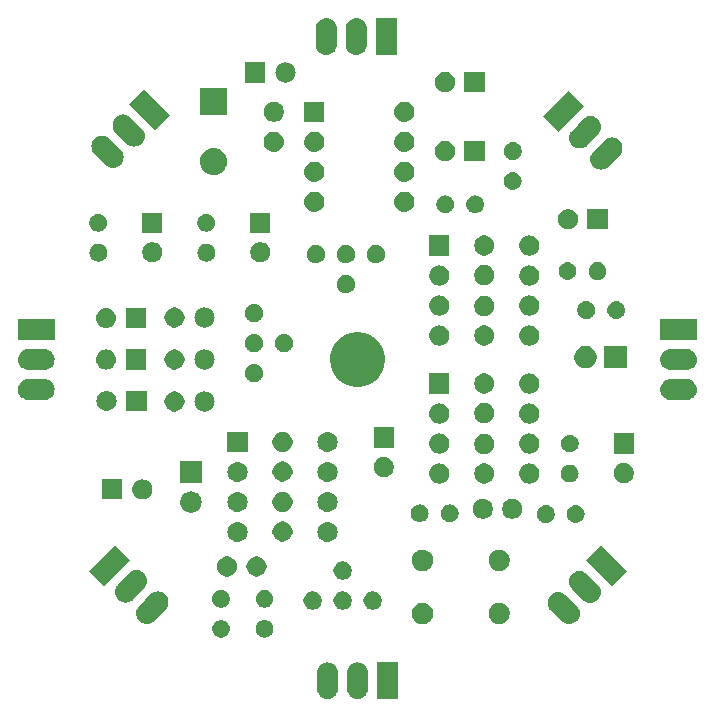
<source format=gbr>
G04 #@! TF.GenerationSoftware,KiCad,Pcbnew,5.0.2-bee76a0~70~ubuntu18.04.1*
G04 #@! TF.CreationDate,2019-08-26T16:36:03-04:00*
G04 #@! TF.ProjectId,neuromime_1.0.1_minor_corr,6e657572-6f6d-4696-9d65-5f312e302e31,rev?*
G04 #@! TF.SameCoordinates,Original*
G04 #@! TF.FileFunction,Soldermask,Bot*
G04 #@! TF.FilePolarity,Negative*
%FSLAX46Y46*%
G04 Gerber Fmt 4.6, Leading zero omitted, Abs format (unit mm)*
G04 Created by KiCad (PCBNEW 5.0.2-bee76a0~70~ubuntu18.04.1) date Mon 26 Aug 2019 04:36:03 PM EDT*
%MOMM*%
%LPD*%
G01*
G04 APERTURE LIST*
%ADD10C,0.150000*%
G04 APERTURE END LIST*
D10*
G36*
X147636628Y-75655037D02*
X147749854Y-75689384D01*
X147806468Y-75706557D01*
X147945088Y-75780652D01*
X147962992Y-75790222D01*
X147998730Y-75819552D01*
X148100187Y-75902814D01*
X148183449Y-76004271D01*
X148212779Y-76040009D01*
X148212780Y-76040011D01*
X148296444Y-76196533D01*
X148296444Y-76196534D01*
X148347964Y-76366373D01*
X148361001Y-76498742D01*
X148361001Y-77887258D01*
X148347964Y-78019627D01*
X148313617Y-78132853D01*
X148296444Y-78189467D01*
X148222349Y-78328087D01*
X148212779Y-78345991D01*
X148183449Y-78381729D01*
X148100187Y-78483186D01*
X147962990Y-78595779D01*
X147806467Y-78679443D01*
X147749853Y-78696616D01*
X147636627Y-78730963D01*
X147460001Y-78748359D01*
X147283374Y-78730963D01*
X147170148Y-78696616D01*
X147113534Y-78679443D01*
X146957012Y-78595779D01*
X146957010Y-78595778D01*
X146921272Y-78566448D01*
X146819815Y-78483186D01*
X146707222Y-78345989D01*
X146623558Y-78189466D01*
X146606385Y-78132852D01*
X146572038Y-78019626D01*
X146559001Y-77887257D01*
X146559002Y-76498742D01*
X146572039Y-76366373D01*
X146623559Y-76196534D01*
X146623559Y-76196533D01*
X146707223Y-76040011D01*
X146707224Y-76040009D01*
X146736554Y-76004271D01*
X146819816Y-75902814D01*
X146921273Y-75819552D01*
X146957011Y-75790222D01*
X146974915Y-75780652D01*
X147113535Y-75706557D01*
X147170149Y-75689384D01*
X147283375Y-75655037D01*
X147460001Y-75637641D01*
X147636628Y-75655037D01*
X147636628Y-75655037D01*
G37*
G36*
X150176627Y-75655037D02*
X150289853Y-75689384D01*
X150346467Y-75706557D01*
X150485087Y-75780652D01*
X150502991Y-75790222D01*
X150538729Y-75819552D01*
X150640186Y-75902814D01*
X150723448Y-76004271D01*
X150752778Y-76040009D01*
X150752779Y-76040011D01*
X150836443Y-76196533D01*
X150836443Y-76196534D01*
X150887963Y-76366373D01*
X150901000Y-76498742D01*
X150901000Y-77887258D01*
X150887963Y-78019627D01*
X150853616Y-78132853D01*
X150836443Y-78189467D01*
X150762348Y-78328087D01*
X150752778Y-78345991D01*
X150723448Y-78381729D01*
X150640186Y-78483186D01*
X150502989Y-78595779D01*
X150346466Y-78679443D01*
X150289852Y-78696616D01*
X150176626Y-78730963D01*
X150000000Y-78748359D01*
X149823373Y-78730963D01*
X149710147Y-78696616D01*
X149653533Y-78679443D01*
X149497011Y-78595779D01*
X149497009Y-78595778D01*
X149461271Y-78566448D01*
X149359814Y-78483186D01*
X149247221Y-78345989D01*
X149163557Y-78189466D01*
X149146384Y-78132852D01*
X149112037Y-78019626D01*
X149099000Y-77887257D01*
X149099001Y-76498742D01*
X149112038Y-76366373D01*
X149163558Y-76196534D01*
X149163558Y-76196533D01*
X149247222Y-76040011D01*
X149247223Y-76040009D01*
X149276553Y-76004271D01*
X149359815Y-75902814D01*
X149461272Y-75819552D01*
X149497010Y-75790222D01*
X149514914Y-75780652D01*
X149653534Y-75706557D01*
X149710148Y-75689384D01*
X149823374Y-75655037D01*
X150000000Y-75637641D01*
X150176627Y-75655037D01*
X150176627Y-75655037D01*
G37*
G36*
X153441000Y-78744000D02*
X151639000Y-78744000D01*
X151639000Y-75642000D01*
X153441000Y-75642000D01*
X153441000Y-78744000D01*
X153441000Y-78744000D01*
G37*
G36*
X138516665Y-72049122D02*
X138590222Y-72056367D01*
X138731786Y-72099310D01*
X138862252Y-72169046D01*
X138976606Y-72262894D01*
X139070454Y-72377248D01*
X139140190Y-72507714D01*
X139183133Y-72649278D01*
X139197633Y-72796500D01*
X139183133Y-72943722D01*
X139140190Y-73085286D01*
X139070454Y-73215752D01*
X138976606Y-73330106D01*
X138862252Y-73423954D01*
X138731786Y-73493690D01*
X138590222Y-73536633D01*
X138516665Y-73543878D01*
X138479888Y-73547500D01*
X138406112Y-73547500D01*
X138369335Y-73543878D01*
X138295778Y-73536633D01*
X138154214Y-73493690D01*
X138023748Y-73423954D01*
X137909394Y-73330106D01*
X137815546Y-73215752D01*
X137745810Y-73085286D01*
X137702867Y-72943722D01*
X137688367Y-72796500D01*
X137702867Y-72649278D01*
X137745810Y-72507714D01*
X137815546Y-72377248D01*
X137909394Y-72262894D01*
X138023748Y-72169046D01*
X138154214Y-72099310D01*
X138295778Y-72056367D01*
X138369335Y-72049122D01*
X138406112Y-72045500D01*
X138479888Y-72045500D01*
X138516665Y-72049122D01*
X138516665Y-72049122D01*
G37*
G36*
X142199665Y-72049122D02*
X142273222Y-72056367D01*
X142414786Y-72099310D01*
X142545252Y-72169046D01*
X142659606Y-72262894D01*
X142753454Y-72377248D01*
X142823190Y-72507714D01*
X142866133Y-72649278D01*
X142880633Y-72796500D01*
X142866133Y-72943722D01*
X142823190Y-73085286D01*
X142753454Y-73215752D01*
X142659606Y-73330106D01*
X142545252Y-73423954D01*
X142414786Y-73493690D01*
X142273222Y-73536633D01*
X142199665Y-73543878D01*
X142162888Y-73547500D01*
X142089112Y-73547500D01*
X142052335Y-73543878D01*
X141978778Y-73536633D01*
X141837214Y-73493690D01*
X141706748Y-73423954D01*
X141592394Y-73330106D01*
X141498546Y-73215752D01*
X141428810Y-73085286D01*
X141385867Y-72943722D01*
X141371367Y-72796500D01*
X141385867Y-72649278D01*
X141428810Y-72507714D01*
X141498546Y-72377248D01*
X141592394Y-72262894D01*
X141706748Y-72169046D01*
X141837214Y-72099310D01*
X141978778Y-72056367D01*
X142052335Y-72049122D01*
X142089112Y-72045500D01*
X142162888Y-72045500D01*
X142199665Y-72049122D01*
X142199665Y-72049122D01*
G37*
G36*
X167176522Y-69704039D02*
X167346365Y-69755560D01*
X167387901Y-69777762D01*
X167502888Y-69839224D01*
X167605706Y-69923604D01*
X167605712Y-69923610D01*
X168587534Y-70905431D01*
X168671914Y-71008248D01*
X168755579Y-71164773D01*
X168807099Y-71334615D01*
X168824495Y-71511240D01*
X168807099Y-71687864D01*
X168755579Y-71857707D01*
X168671914Y-72014231D01*
X168559321Y-72151425D01*
X168422127Y-72264018D01*
X168265603Y-72347683D01*
X168095760Y-72399203D01*
X167919136Y-72416599D01*
X167742511Y-72399203D01*
X167572669Y-72347683D01*
X167416144Y-72264018D01*
X167313327Y-72179638D01*
X166331506Y-71197816D01*
X166331500Y-71197810D01*
X166247120Y-71094992D01*
X166184928Y-70978640D01*
X166163456Y-70938469D01*
X166111935Y-70768626D01*
X166094539Y-70592002D01*
X166111935Y-70415378D01*
X166163456Y-70245535D01*
X166202347Y-70172777D01*
X166247120Y-70089012D01*
X166359713Y-69951817D01*
X166496908Y-69839224D01*
X166611895Y-69777762D01*
X166653431Y-69755560D01*
X166823274Y-69704039D01*
X166999898Y-69686643D01*
X167176522Y-69704039D01*
X167176522Y-69704039D01*
G37*
G36*
X162262812Y-70633624D02*
X162426784Y-70701544D01*
X162574354Y-70800147D01*
X162699853Y-70925646D01*
X162798456Y-71073216D01*
X162866376Y-71237188D01*
X162901000Y-71411259D01*
X162901000Y-71588741D01*
X162866376Y-71762812D01*
X162798456Y-71926784D01*
X162699853Y-72074354D01*
X162574354Y-72199853D01*
X162426784Y-72298456D01*
X162262812Y-72366376D01*
X162088741Y-72401000D01*
X161911259Y-72401000D01*
X161737188Y-72366376D01*
X161573216Y-72298456D01*
X161425646Y-72199853D01*
X161300147Y-72074354D01*
X161201544Y-71926784D01*
X161133624Y-71762812D01*
X161099000Y-71588741D01*
X161099000Y-71411259D01*
X161133624Y-71237188D01*
X161201544Y-71073216D01*
X161300147Y-70925646D01*
X161425646Y-70800147D01*
X161573216Y-70701544D01*
X161737188Y-70633624D01*
X161911259Y-70599000D01*
X162088741Y-70599000D01*
X162262812Y-70633624D01*
X162262812Y-70633624D01*
G37*
G36*
X155762812Y-70633624D02*
X155926784Y-70701544D01*
X156074354Y-70800147D01*
X156199853Y-70925646D01*
X156298456Y-71073216D01*
X156366376Y-71237188D01*
X156401000Y-71411259D01*
X156401000Y-71588741D01*
X156366376Y-71762812D01*
X156298456Y-71926784D01*
X156199853Y-72074354D01*
X156074354Y-72199853D01*
X155926784Y-72298456D01*
X155762812Y-72366376D01*
X155588741Y-72401000D01*
X155411259Y-72401000D01*
X155237188Y-72366376D01*
X155073216Y-72298456D01*
X154925646Y-72199853D01*
X154800147Y-72074354D01*
X154701544Y-71926784D01*
X154633624Y-71762812D01*
X154599000Y-71588741D01*
X154599000Y-71411259D01*
X154633624Y-71237188D01*
X154701544Y-71073216D01*
X154800147Y-70925646D01*
X154925646Y-70800147D01*
X155073216Y-70701544D01*
X155237188Y-70633624D01*
X155411259Y-70599000D01*
X155588741Y-70599000D01*
X155762812Y-70633624D01*
X155762812Y-70633624D01*
G37*
G36*
X133258726Y-69658639D02*
X133428569Y-69710159D01*
X133585093Y-69793824D01*
X133722287Y-69906417D01*
X133834880Y-70043611D01*
X133918545Y-70200135D01*
X133970065Y-70369978D01*
X133987461Y-70546602D01*
X133970065Y-70723227D01*
X133918545Y-70893068D01*
X133834880Y-71049594D01*
X133750500Y-71152411D01*
X133215046Y-71687864D01*
X132768672Y-72134238D01*
X132665854Y-72218618D01*
X132561505Y-72274394D01*
X132509331Y-72302282D01*
X132339488Y-72353803D01*
X132162864Y-72371199D01*
X131986240Y-72353803D01*
X131816397Y-72302282D01*
X131764223Y-72274394D01*
X131659874Y-72218618D01*
X131522679Y-72106025D01*
X131410086Y-71968830D01*
X131350689Y-71857706D01*
X131326422Y-71812307D01*
X131274901Y-71642464D01*
X131257505Y-71465840D01*
X131274901Y-71289216D01*
X131326422Y-71119373D01*
X131385820Y-71008249D01*
X131410086Y-70962850D01*
X131494466Y-70860032D01*
X131984522Y-70369976D01*
X132476293Y-69878204D01*
X132579110Y-69793824D01*
X132735635Y-69710159D01*
X132905477Y-69658639D01*
X133082102Y-69641243D01*
X133258726Y-69658639D01*
X133258726Y-69658639D01*
G37*
G36*
X146325589Y-69638876D02*
X146424893Y-69658629D01*
X146565206Y-69716748D01*
X146691484Y-69801125D01*
X146798875Y-69908516D01*
X146883252Y-70034794D01*
X146941371Y-70175107D01*
X146971000Y-70324063D01*
X146971000Y-70475937D01*
X146941371Y-70624893D01*
X146883252Y-70765206D01*
X146798875Y-70891484D01*
X146691484Y-70998875D01*
X146565206Y-71083252D01*
X146424893Y-71141371D01*
X146325589Y-71161124D01*
X146275938Y-71171000D01*
X146124062Y-71171000D01*
X146074411Y-71161124D01*
X145975107Y-71141371D01*
X145834794Y-71083252D01*
X145708516Y-70998875D01*
X145601125Y-70891484D01*
X145516748Y-70765206D01*
X145458629Y-70624893D01*
X145429000Y-70475937D01*
X145429000Y-70324063D01*
X145458629Y-70175107D01*
X145516748Y-70034794D01*
X145601125Y-69908516D01*
X145708516Y-69801125D01*
X145834794Y-69716748D01*
X145975107Y-69658629D01*
X146074411Y-69638876D01*
X146124062Y-69629000D01*
X146275938Y-69629000D01*
X146325589Y-69638876D01*
X146325589Y-69638876D01*
G37*
G36*
X151405589Y-69638876D02*
X151504893Y-69658629D01*
X151645206Y-69716748D01*
X151771484Y-69801125D01*
X151878875Y-69908516D01*
X151963252Y-70034794D01*
X152021371Y-70175107D01*
X152051000Y-70324063D01*
X152051000Y-70475937D01*
X152021371Y-70624893D01*
X151963252Y-70765206D01*
X151878875Y-70891484D01*
X151771484Y-70998875D01*
X151645206Y-71083252D01*
X151504893Y-71141371D01*
X151405589Y-71161124D01*
X151355938Y-71171000D01*
X151204062Y-71171000D01*
X151154411Y-71161124D01*
X151055107Y-71141371D01*
X150914794Y-71083252D01*
X150788516Y-70998875D01*
X150681125Y-70891484D01*
X150596748Y-70765206D01*
X150538629Y-70624893D01*
X150509000Y-70475937D01*
X150509000Y-70324063D01*
X150538629Y-70175107D01*
X150596748Y-70034794D01*
X150681125Y-69908516D01*
X150788516Y-69801125D01*
X150914794Y-69716748D01*
X151055107Y-69658629D01*
X151154411Y-69638876D01*
X151204062Y-69629000D01*
X151355938Y-69629000D01*
X151405589Y-69638876D01*
X151405589Y-69638876D01*
G37*
G36*
X148865589Y-69638876D02*
X148964893Y-69658629D01*
X149105206Y-69716748D01*
X149231484Y-69801125D01*
X149338875Y-69908516D01*
X149423252Y-70034794D01*
X149481371Y-70175107D01*
X149511000Y-70324063D01*
X149511000Y-70475937D01*
X149481371Y-70624893D01*
X149423252Y-70765206D01*
X149338875Y-70891484D01*
X149231484Y-70998875D01*
X149105206Y-71083252D01*
X148964893Y-71141371D01*
X148865589Y-71161124D01*
X148815938Y-71171000D01*
X148664062Y-71171000D01*
X148614411Y-71161124D01*
X148515107Y-71141371D01*
X148374794Y-71083252D01*
X148248516Y-70998875D01*
X148141125Y-70891484D01*
X148056748Y-70765206D01*
X147998629Y-70624893D01*
X147969000Y-70475937D01*
X147969000Y-70324063D01*
X147998629Y-70175107D01*
X148056748Y-70034794D01*
X148141125Y-69908516D01*
X148248516Y-69801125D01*
X148374794Y-69716748D01*
X148515107Y-69658629D01*
X148614411Y-69638876D01*
X148664062Y-69629000D01*
X148815938Y-69629000D01*
X148865589Y-69638876D01*
X148865589Y-69638876D01*
G37*
G36*
X138575004Y-69517044D02*
X138662059Y-69534360D01*
X138798732Y-69590972D01*
X138798733Y-69590973D01*
X138921738Y-69673162D01*
X139026338Y-69777762D01*
X139026340Y-69777765D01*
X139108528Y-69900768D01*
X139165140Y-70037441D01*
X139175398Y-70089012D01*
X139194000Y-70182531D01*
X139194000Y-70330469D01*
X139189046Y-70355374D01*
X139165140Y-70475559D01*
X139108528Y-70612232D01*
X139048852Y-70701544D01*
X139026338Y-70735238D01*
X138921738Y-70839838D01*
X138921735Y-70839840D01*
X138798732Y-70922028D01*
X138662059Y-70978640D01*
X138575004Y-70995956D01*
X138516969Y-71007500D01*
X138369031Y-71007500D01*
X138310996Y-70995956D01*
X138223941Y-70978640D01*
X138087268Y-70922028D01*
X137964265Y-70839840D01*
X137964262Y-70839838D01*
X137859662Y-70735238D01*
X137837148Y-70701544D01*
X137777472Y-70612232D01*
X137720860Y-70475559D01*
X137696954Y-70355374D01*
X137692000Y-70330469D01*
X137692000Y-70182531D01*
X137710602Y-70089012D01*
X137720860Y-70037441D01*
X137777472Y-69900768D01*
X137859660Y-69777765D01*
X137859662Y-69777762D01*
X137964262Y-69673162D01*
X138087267Y-69590973D01*
X138087268Y-69590972D01*
X138223941Y-69534360D01*
X138310996Y-69517044D01*
X138369031Y-69505500D01*
X138516969Y-69505500D01*
X138575004Y-69517044D01*
X138575004Y-69517044D01*
G37*
G36*
X142258004Y-69517044D02*
X142345059Y-69534360D01*
X142481732Y-69590972D01*
X142481733Y-69590973D01*
X142604738Y-69673162D01*
X142709338Y-69777762D01*
X142709340Y-69777765D01*
X142791528Y-69900768D01*
X142848140Y-70037441D01*
X142858398Y-70089012D01*
X142877000Y-70182531D01*
X142877000Y-70330469D01*
X142872046Y-70355374D01*
X142848140Y-70475559D01*
X142791528Y-70612232D01*
X142731852Y-70701544D01*
X142709338Y-70735238D01*
X142604738Y-70839838D01*
X142604735Y-70839840D01*
X142481732Y-70922028D01*
X142345059Y-70978640D01*
X142258004Y-70995956D01*
X142199969Y-71007500D01*
X142052031Y-71007500D01*
X141993996Y-70995956D01*
X141906941Y-70978640D01*
X141770268Y-70922028D01*
X141647265Y-70839840D01*
X141647262Y-70839838D01*
X141542662Y-70735238D01*
X141520148Y-70701544D01*
X141460472Y-70612232D01*
X141403860Y-70475559D01*
X141379954Y-70355374D01*
X141375000Y-70330469D01*
X141375000Y-70182531D01*
X141393602Y-70089012D01*
X141403860Y-70037441D01*
X141460472Y-69900768D01*
X141542660Y-69777765D01*
X141542662Y-69777762D01*
X141647262Y-69673162D01*
X141770267Y-69590973D01*
X141770268Y-69590972D01*
X141906941Y-69534360D01*
X141993996Y-69517044D01*
X142052031Y-69505500D01*
X142199969Y-69505500D01*
X142258004Y-69517044D01*
X142258004Y-69517044D01*
G37*
G36*
X168972573Y-67907988D02*
X169142416Y-67959509D01*
X169194590Y-67987397D01*
X169298939Y-68043173D01*
X169401757Y-68127553D01*
X169401763Y-68127559D01*
X170383585Y-69109380D01*
X170467965Y-69212197D01*
X170551630Y-69368722D01*
X170603150Y-69538564D01*
X170620546Y-69715189D01*
X170603150Y-69891813D01*
X170551630Y-70061656D01*
X170467965Y-70218180D01*
X170355372Y-70355374D01*
X170218178Y-70467967D01*
X170061654Y-70551632D01*
X169891811Y-70603152D01*
X169715187Y-70620548D01*
X169538562Y-70603152D01*
X169368720Y-70551632D01*
X169212195Y-70467967D01*
X169109378Y-70383587D01*
X168127557Y-69401765D01*
X168127551Y-69401759D01*
X168043171Y-69298941D01*
X167986729Y-69193345D01*
X167959507Y-69142418D01*
X167907986Y-68972575D01*
X167890590Y-68795951D01*
X167907986Y-68619327D01*
X167959507Y-68449484D01*
X168011890Y-68351484D01*
X168043171Y-68292961D01*
X168155764Y-68155766D01*
X168292959Y-68043173D01*
X168397308Y-67987397D01*
X168449482Y-67959509D01*
X168619325Y-67907988D01*
X168795949Y-67890592D01*
X168972573Y-67907988D01*
X168972573Y-67907988D01*
G37*
G36*
X131462675Y-67862588D02*
X131632518Y-67914108D01*
X131789042Y-67997773D01*
X131926236Y-68110366D01*
X132038829Y-68247560D01*
X132122494Y-68404084D01*
X132174014Y-68573927D01*
X132191410Y-68750551D01*
X132174014Y-68927176D01*
X132122494Y-69097017D01*
X132038829Y-69253543D01*
X131954449Y-69356360D01*
X131432604Y-69878204D01*
X130972621Y-70338187D01*
X130869803Y-70422567D01*
X130770668Y-70475556D01*
X130713280Y-70506231D01*
X130543437Y-70557752D01*
X130366813Y-70575148D01*
X130190189Y-70557752D01*
X130020346Y-70506231D01*
X129962958Y-70475556D01*
X129863823Y-70422567D01*
X129726628Y-70309974D01*
X129614035Y-70172779D01*
X129554638Y-70061655D01*
X129530371Y-70016256D01*
X129478850Y-69846413D01*
X129461454Y-69669789D01*
X129478850Y-69493165D01*
X129530371Y-69323322D01*
X129589769Y-69212198D01*
X129614035Y-69166799D01*
X129698415Y-69063981D01*
X130188471Y-68573925D01*
X130680242Y-68082153D01*
X130783059Y-67997773D01*
X130939584Y-67914108D01*
X131109426Y-67862588D01*
X131286051Y-67845192D01*
X131462675Y-67862588D01*
X131462675Y-67862588D01*
G37*
G36*
X172785446Y-67919138D02*
X171511238Y-69193346D01*
X169317792Y-66999900D01*
X170592000Y-65725692D01*
X172785446Y-67919138D01*
X172785446Y-67919138D01*
G37*
G36*
X130764208Y-66954500D02*
X128570762Y-69147946D01*
X127296554Y-67873738D01*
X129490000Y-65680292D01*
X130764208Y-66954500D01*
X130764208Y-66954500D01*
G37*
G36*
X148865589Y-67098876D02*
X148964893Y-67118629D01*
X149105206Y-67176748D01*
X149231484Y-67261125D01*
X149338875Y-67368516D01*
X149423252Y-67494794D01*
X149481371Y-67635107D01*
X149511000Y-67784063D01*
X149511000Y-67935937D01*
X149481371Y-68084893D01*
X149423252Y-68225206D01*
X149338875Y-68351484D01*
X149231484Y-68458875D01*
X149105206Y-68543252D01*
X148964893Y-68601371D01*
X148865589Y-68621124D01*
X148815938Y-68631000D01*
X148664062Y-68631000D01*
X148614411Y-68621124D01*
X148515107Y-68601371D01*
X148374794Y-68543252D01*
X148248516Y-68458875D01*
X148141125Y-68351484D01*
X148056748Y-68225206D01*
X147998629Y-68084893D01*
X147969000Y-67935937D01*
X147969000Y-67784063D01*
X147998629Y-67635107D01*
X148056748Y-67494794D01*
X148141125Y-67368516D01*
X148248516Y-67261125D01*
X148374794Y-67176748D01*
X148515107Y-67118629D01*
X148614411Y-67098876D01*
X148664062Y-67089000D01*
X148815938Y-67089000D01*
X148865589Y-67098876D01*
X148865589Y-67098876D01*
G37*
G36*
X139199228Y-66707703D02*
X139354100Y-66771853D01*
X139493481Y-66864985D01*
X139612015Y-66983519D01*
X139705147Y-67122900D01*
X139769297Y-67277772D01*
X139802000Y-67442184D01*
X139802000Y-67609816D01*
X139769297Y-67774228D01*
X139705147Y-67929100D01*
X139612015Y-68068481D01*
X139493481Y-68187015D01*
X139354100Y-68280147D01*
X139199228Y-68344297D01*
X139034816Y-68377000D01*
X138867184Y-68377000D01*
X138702772Y-68344297D01*
X138547900Y-68280147D01*
X138408519Y-68187015D01*
X138289985Y-68068481D01*
X138196853Y-67929100D01*
X138132703Y-67774228D01*
X138100000Y-67609816D01*
X138100000Y-67442184D01*
X138132703Y-67277772D01*
X138196853Y-67122900D01*
X138289985Y-66983519D01*
X138408519Y-66864985D01*
X138547900Y-66771853D01*
X138702772Y-66707703D01*
X138867184Y-66675000D01*
X139034816Y-66675000D01*
X139199228Y-66707703D01*
X139199228Y-66707703D01*
G37*
G36*
X141699228Y-66707703D02*
X141854100Y-66771853D01*
X141993481Y-66864985D01*
X142112015Y-66983519D01*
X142205147Y-67122900D01*
X142269297Y-67277772D01*
X142302000Y-67442184D01*
X142302000Y-67609816D01*
X142269297Y-67774228D01*
X142205147Y-67929100D01*
X142112015Y-68068481D01*
X141993481Y-68187015D01*
X141854100Y-68280147D01*
X141699228Y-68344297D01*
X141534816Y-68377000D01*
X141367184Y-68377000D01*
X141202772Y-68344297D01*
X141047900Y-68280147D01*
X140908519Y-68187015D01*
X140789985Y-68068481D01*
X140696853Y-67929100D01*
X140632703Y-67774228D01*
X140600000Y-67609816D01*
X140600000Y-67442184D01*
X140632703Y-67277772D01*
X140696853Y-67122900D01*
X140789985Y-66983519D01*
X140908519Y-66864985D01*
X141047900Y-66771853D01*
X141202772Y-66707703D01*
X141367184Y-66675000D01*
X141534816Y-66675000D01*
X141699228Y-66707703D01*
X141699228Y-66707703D01*
G37*
G36*
X162262812Y-66133624D02*
X162426784Y-66201544D01*
X162574354Y-66300147D01*
X162699853Y-66425646D01*
X162798456Y-66573216D01*
X162866376Y-66737188D01*
X162901000Y-66911259D01*
X162901000Y-67088741D01*
X162866376Y-67262812D01*
X162798456Y-67426784D01*
X162699853Y-67574354D01*
X162574354Y-67699853D01*
X162426784Y-67798456D01*
X162262812Y-67866376D01*
X162088741Y-67901000D01*
X161911259Y-67901000D01*
X161737188Y-67866376D01*
X161573216Y-67798456D01*
X161425646Y-67699853D01*
X161300147Y-67574354D01*
X161201544Y-67426784D01*
X161133624Y-67262812D01*
X161099000Y-67088741D01*
X161099000Y-66911259D01*
X161133624Y-66737188D01*
X161201544Y-66573216D01*
X161300147Y-66425646D01*
X161425646Y-66300147D01*
X161573216Y-66201544D01*
X161737188Y-66133624D01*
X161911259Y-66099000D01*
X162088741Y-66099000D01*
X162262812Y-66133624D01*
X162262812Y-66133624D01*
G37*
G36*
X155762812Y-66133624D02*
X155926784Y-66201544D01*
X156074354Y-66300147D01*
X156199853Y-66425646D01*
X156298456Y-66573216D01*
X156366376Y-66737188D01*
X156401000Y-66911259D01*
X156401000Y-67088741D01*
X156366376Y-67262812D01*
X156298456Y-67426784D01*
X156199853Y-67574354D01*
X156074354Y-67699853D01*
X155926784Y-67798456D01*
X155762812Y-67866376D01*
X155588741Y-67901000D01*
X155411259Y-67901000D01*
X155237188Y-67866376D01*
X155073216Y-67798456D01*
X154925646Y-67699853D01*
X154800147Y-67574354D01*
X154701544Y-67426784D01*
X154633624Y-67262812D01*
X154599000Y-67088741D01*
X154599000Y-66911259D01*
X154633624Y-66737188D01*
X154701544Y-66573216D01*
X154800147Y-66425646D01*
X154925646Y-66300147D01*
X155073216Y-66201544D01*
X155237188Y-66133624D01*
X155411259Y-66099000D01*
X155588741Y-66099000D01*
X155762812Y-66133624D01*
X155762812Y-66133624D01*
G37*
G36*
X140006821Y-63766313D02*
X140006824Y-63766314D01*
X140006825Y-63766314D01*
X140167239Y-63814975D01*
X140167241Y-63814976D01*
X140167244Y-63814977D01*
X140315078Y-63893995D01*
X140444659Y-64000341D01*
X140551005Y-64129922D01*
X140630023Y-64277756D01*
X140630024Y-64277759D01*
X140630025Y-64277761D01*
X140678686Y-64438175D01*
X140678687Y-64438179D01*
X140695117Y-64605000D01*
X140678687Y-64771821D01*
X140678686Y-64771824D01*
X140678686Y-64771825D01*
X140666127Y-64813228D01*
X140630023Y-64932244D01*
X140551005Y-65080078D01*
X140444659Y-65209659D01*
X140315078Y-65316005D01*
X140167244Y-65395023D01*
X140167241Y-65395024D01*
X140167239Y-65395025D01*
X140006825Y-65443686D01*
X140006824Y-65443686D01*
X140006821Y-65443687D01*
X139881804Y-65456000D01*
X139798196Y-65456000D01*
X139673179Y-65443687D01*
X139673176Y-65443686D01*
X139673175Y-65443686D01*
X139512761Y-65395025D01*
X139512759Y-65395024D01*
X139512756Y-65395023D01*
X139364922Y-65316005D01*
X139235341Y-65209659D01*
X139128995Y-65080078D01*
X139049977Y-64932244D01*
X139013874Y-64813228D01*
X139001314Y-64771825D01*
X139001314Y-64771824D01*
X139001313Y-64771821D01*
X138984883Y-64605000D01*
X139001313Y-64438179D01*
X139001314Y-64438175D01*
X139049975Y-64277761D01*
X139049976Y-64277759D01*
X139049977Y-64277756D01*
X139128995Y-64129922D01*
X139235341Y-64000341D01*
X139364922Y-63893995D01*
X139512756Y-63814977D01*
X139512759Y-63814976D01*
X139512761Y-63814975D01*
X139673175Y-63766314D01*
X139673176Y-63766314D01*
X139673179Y-63766313D01*
X139798196Y-63754000D01*
X139881804Y-63754000D01*
X140006821Y-63766313D01*
X140006821Y-63766313D01*
G37*
G36*
X147626821Y-63766313D02*
X147626824Y-63766314D01*
X147626825Y-63766314D01*
X147787239Y-63814975D01*
X147787241Y-63814976D01*
X147787244Y-63814977D01*
X147935078Y-63893995D01*
X148064659Y-64000341D01*
X148171005Y-64129922D01*
X148250023Y-64277756D01*
X148250024Y-64277759D01*
X148250025Y-64277761D01*
X148298686Y-64438175D01*
X148298687Y-64438179D01*
X148315117Y-64605000D01*
X148298687Y-64771821D01*
X148298686Y-64771824D01*
X148298686Y-64771825D01*
X148286127Y-64813228D01*
X148250023Y-64932244D01*
X148171005Y-65080078D01*
X148064659Y-65209659D01*
X147935078Y-65316005D01*
X147787244Y-65395023D01*
X147787241Y-65395024D01*
X147787239Y-65395025D01*
X147626825Y-65443686D01*
X147626824Y-65443686D01*
X147626821Y-65443687D01*
X147501804Y-65456000D01*
X147418196Y-65456000D01*
X147293179Y-65443687D01*
X147293176Y-65443686D01*
X147293175Y-65443686D01*
X147132761Y-65395025D01*
X147132759Y-65395024D01*
X147132756Y-65395023D01*
X146984922Y-65316005D01*
X146855341Y-65209659D01*
X146748995Y-65080078D01*
X146669977Y-64932244D01*
X146633874Y-64813228D01*
X146621314Y-64771825D01*
X146621314Y-64771824D01*
X146621313Y-64771821D01*
X146604883Y-64605000D01*
X146621313Y-64438179D01*
X146621314Y-64438175D01*
X146669975Y-64277761D01*
X146669976Y-64277759D01*
X146669977Y-64277756D01*
X146748995Y-64129922D01*
X146855341Y-64000341D01*
X146984922Y-63893995D01*
X147132756Y-63814977D01*
X147132759Y-63814976D01*
X147132761Y-63814975D01*
X147293175Y-63766314D01*
X147293176Y-63766314D01*
X147293179Y-63766313D01*
X147418196Y-63754000D01*
X147501804Y-63754000D01*
X147626821Y-63766313D01*
X147626821Y-63766313D01*
G37*
G36*
X143898228Y-63746703D02*
X144053100Y-63810853D01*
X144192481Y-63903985D01*
X144311015Y-64022519D01*
X144404147Y-64161900D01*
X144468297Y-64316772D01*
X144501000Y-64481184D01*
X144501000Y-64648816D01*
X144468297Y-64813228D01*
X144404147Y-64968100D01*
X144311015Y-65107481D01*
X144192481Y-65226015D01*
X144053100Y-65319147D01*
X143898228Y-65383297D01*
X143733816Y-65416000D01*
X143566184Y-65416000D01*
X143401772Y-65383297D01*
X143246900Y-65319147D01*
X143107519Y-65226015D01*
X142988985Y-65107481D01*
X142895853Y-64968100D01*
X142831703Y-64813228D01*
X142799000Y-64648816D01*
X142799000Y-64481184D01*
X142831703Y-64316772D01*
X142895853Y-64161900D01*
X142988985Y-64022519D01*
X143107519Y-63903985D01*
X143246900Y-63810853D01*
X143401772Y-63746703D01*
X143566184Y-63714000D01*
X143733816Y-63714000D01*
X143898228Y-63746703D01*
X143898228Y-63746703D01*
G37*
G36*
X168551665Y-62333622D02*
X168625222Y-62340867D01*
X168766786Y-62383810D01*
X168897252Y-62453546D01*
X169011606Y-62547394D01*
X169105454Y-62661748D01*
X169175190Y-62792214D01*
X169218133Y-62933778D01*
X169232633Y-63081000D01*
X169218133Y-63228222D01*
X169175190Y-63369786D01*
X169105454Y-63500252D01*
X169011606Y-63614606D01*
X168897252Y-63708454D01*
X168766786Y-63778190D01*
X168625222Y-63821133D01*
X168551665Y-63828378D01*
X168514888Y-63832000D01*
X168441112Y-63832000D01*
X168404335Y-63828378D01*
X168330778Y-63821133D01*
X168189214Y-63778190D01*
X168058748Y-63708454D01*
X167944394Y-63614606D01*
X167850546Y-63500252D01*
X167780810Y-63369786D01*
X167737867Y-63228222D01*
X167723367Y-63081000D01*
X167737867Y-62933778D01*
X167780810Y-62792214D01*
X167850546Y-62661748D01*
X167944394Y-62547394D01*
X168058748Y-62453546D01*
X168189214Y-62383810D01*
X168330778Y-62340867D01*
X168404335Y-62333622D01*
X168441112Y-62330000D01*
X168514888Y-62330000D01*
X168551665Y-62333622D01*
X168551665Y-62333622D01*
G37*
G36*
X166066600Y-62340867D02*
X166157059Y-62358860D01*
X166293732Y-62415472D01*
X166350715Y-62453547D01*
X166416738Y-62497662D01*
X166521338Y-62602262D01*
X166521340Y-62602265D01*
X166603528Y-62725268D01*
X166660140Y-62861941D01*
X166670893Y-62916000D01*
X166689000Y-63007031D01*
X166689000Y-63154969D01*
X166677456Y-63213004D01*
X166660140Y-63300059D01*
X166603528Y-63436732D01*
X166527106Y-63551106D01*
X166521338Y-63559738D01*
X166416738Y-63664338D01*
X166416735Y-63664340D01*
X166293732Y-63746528D01*
X166157059Y-63803140D01*
X166070004Y-63820456D01*
X166011969Y-63832000D01*
X165864031Y-63832000D01*
X165805996Y-63820456D01*
X165718941Y-63803140D01*
X165582268Y-63746528D01*
X165459265Y-63664340D01*
X165459262Y-63664338D01*
X165354662Y-63559738D01*
X165348894Y-63551106D01*
X165272472Y-63436732D01*
X165215860Y-63300059D01*
X165198544Y-63213004D01*
X165187000Y-63154969D01*
X165187000Y-63007031D01*
X165205107Y-62916000D01*
X165215860Y-62861941D01*
X165272472Y-62725268D01*
X165354660Y-62602265D01*
X165354662Y-62602262D01*
X165459262Y-62497662D01*
X165525285Y-62453547D01*
X165582268Y-62415472D01*
X165718941Y-62358860D01*
X165809400Y-62340867D01*
X165864031Y-62330000D01*
X166011969Y-62330000D01*
X166066600Y-62340867D01*
X166066600Y-62340867D01*
G37*
G36*
X157938600Y-62277367D02*
X158029059Y-62295360D01*
X158165732Y-62351972D01*
X158260766Y-62415472D01*
X158288738Y-62434162D01*
X158393338Y-62538762D01*
X158393340Y-62538765D01*
X158475528Y-62661768D01*
X158532140Y-62798441D01*
X158543395Y-62855025D01*
X158555524Y-62916000D01*
X158561000Y-62943533D01*
X158561000Y-63091467D01*
X158532140Y-63236559D01*
X158475528Y-63373232D01*
X158421029Y-63454796D01*
X158393338Y-63496238D01*
X158288738Y-63600838D01*
X158288735Y-63600840D01*
X158165732Y-63683028D01*
X158029059Y-63739640D01*
X157942004Y-63756956D01*
X157883969Y-63768500D01*
X157736031Y-63768500D01*
X157677996Y-63756956D01*
X157590941Y-63739640D01*
X157454268Y-63683028D01*
X157331265Y-63600840D01*
X157331262Y-63600838D01*
X157226662Y-63496238D01*
X157198971Y-63454796D01*
X157144472Y-63373232D01*
X157087860Y-63236559D01*
X157059000Y-63091467D01*
X157059000Y-62943533D01*
X157064477Y-62916000D01*
X157076605Y-62855025D01*
X157087860Y-62798441D01*
X157144472Y-62661768D01*
X157226660Y-62538765D01*
X157226662Y-62538762D01*
X157331262Y-62434162D01*
X157359234Y-62415472D01*
X157454268Y-62351972D01*
X157590941Y-62295360D01*
X157681400Y-62277367D01*
X157736031Y-62266500D01*
X157883969Y-62266500D01*
X157938600Y-62277367D01*
X157938600Y-62277367D01*
G37*
G36*
X155343665Y-62270122D02*
X155417222Y-62277367D01*
X155558786Y-62320310D01*
X155689252Y-62390046D01*
X155803606Y-62483894D01*
X155897454Y-62598248D01*
X155967190Y-62728714D01*
X156010133Y-62870278D01*
X156024633Y-63017500D01*
X156010133Y-63164722D01*
X155967190Y-63306286D01*
X155897454Y-63436752D01*
X155803606Y-63551106D01*
X155689252Y-63644954D01*
X155558786Y-63714690D01*
X155417222Y-63757633D01*
X155343665Y-63764878D01*
X155306888Y-63768500D01*
X155233112Y-63768500D01*
X155196335Y-63764878D01*
X155122778Y-63757633D01*
X154981214Y-63714690D01*
X154850748Y-63644954D01*
X154736394Y-63551106D01*
X154642546Y-63436752D01*
X154572810Y-63306286D01*
X154529867Y-63164722D01*
X154515367Y-63017500D01*
X154529867Y-62870278D01*
X154572810Y-62728714D01*
X154642546Y-62598248D01*
X154736394Y-62483894D01*
X154850748Y-62390046D01*
X154981214Y-62320310D01*
X155122778Y-62277367D01*
X155196335Y-62270122D01*
X155233112Y-62266500D01*
X155306888Y-62266500D01*
X155343665Y-62270122D01*
X155343665Y-62270122D01*
G37*
G36*
X163352228Y-61818203D02*
X163507100Y-61882353D01*
X163646481Y-61975485D01*
X163765015Y-62094019D01*
X163858147Y-62233400D01*
X163922297Y-62388272D01*
X163955000Y-62552684D01*
X163955000Y-62720316D01*
X163922297Y-62884728D01*
X163858147Y-63039600D01*
X163765015Y-63178981D01*
X163646481Y-63297515D01*
X163507100Y-63390647D01*
X163352228Y-63454797D01*
X163187816Y-63487500D01*
X163020184Y-63487500D01*
X162855772Y-63454797D01*
X162700900Y-63390647D01*
X162561519Y-63297515D01*
X162442985Y-63178981D01*
X162349853Y-63039600D01*
X162285703Y-62884728D01*
X162253000Y-62720316D01*
X162253000Y-62552684D01*
X162285703Y-62388272D01*
X162349853Y-62233400D01*
X162442985Y-62094019D01*
X162561519Y-61975485D01*
X162700900Y-61882353D01*
X162855772Y-61818203D01*
X163020184Y-61785500D01*
X163187816Y-61785500D01*
X163352228Y-61818203D01*
X163352228Y-61818203D01*
G37*
G36*
X160852228Y-61818203D02*
X161007100Y-61882353D01*
X161146481Y-61975485D01*
X161265015Y-62094019D01*
X161358147Y-62233400D01*
X161422297Y-62388272D01*
X161455000Y-62552684D01*
X161455000Y-62720316D01*
X161422297Y-62884728D01*
X161358147Y-63039600D01*
X161265015Y-63178981D01*
X161146481Y-63297515D01*
X161007100Y-63390647D01*
X160852228Y-63454797D01*
X160687816Y-63487500D01*
X160520184Y-63487500D01*
X160355772Y-63454797D01*
X160200900Y-63390647D01*
X160061519Y-63297515D01*
X159942985Y-63178981D01*
X159849853Y-63039600D01*
X159785703Y-62884728D01*
X159753000Y-62720316D01*
X159753000Y-62552684D01*
X159785703Y-62388272D01*
X159849853Y-62233400D01*
X159942985Y-62094019D01*
X160061519Y-61975485D01*
X160200900Y-61882353D01*
X160355772Y-61818203D01*
X160520184Y-61785500D01*
X160687816Y-61785500D01*
X160852228Y-61818203D01*
X160852228Y-61818203D01*
G37*
G36*
X136013443Y-61170519D02*
X136079627Y-61177037D01*
X136192853Y-61211384D01*
X136249467Y-61228557D01*
X136336311Y-61274977D01*
X136405991Y-61312222D01*
X136424289Y-61327239D01*
X136543186Y-61424814D01*
X136623369Y-61522519D01*
X136655778Y-61562009D01*
X136655779Y-61562011D01*
X136739443Y-61718533D01*
X136756616Y-61775147D01*
X136790963Y-61888373D01*
X136808359Y-62065000D01*
X136790963Y-62241627D01*
X136780121Y-62277367D01*
X136739443Y-62411467D01*
X136700729Y-62483894D01*
X136655778Y-62567991D01*
X136627652Y-62602262D01*
X136543186Y-62705186D01*
X136441729Y-62788448D01*
X136405991Y-62817778D01*
X136405989Y-62817779D01*
X136249467Y-62901443D01*
X136242069Y-62903687D01*
X136079627Y-62952963D01*
X136013443Y-62959481D01*
X135947260Y-62966000D01*
X135858740Y-62966000D01*
X135792557Y-62959481D01*
X135726373Y-62952963D01*
X135563931Y-62903687D01*
X135556533Y-62901443D01*
X135400011Y-62817779D01*
X135400009Y-62817778D01*
X135364271Y-62788448D01*
X135262814Y-62705186D01*
X135178348Y-62602262D01*
X135150222Y-62567991D01*
X135105271Y-62483894D01*
X135066557Y-62411467D01*
X135025879Y-62277367D01*
X135015037Y-62241627D01*
X134997641Y-62065000D01*
X135015037Y-61888373D01*
X135049384Y-61775147D01*
X135066557Y-61718533D01*
X135150221Y-61562011D01*
X135150222Y-61562009D01*
X135182631Y-61522519D01*
X135262814Y-61424814D01*
X135381711Y-61327239D01*
X135400009Y-61312222D01*
X135469689Y-61274977D01*
X135556533Y-61228557D01*
X135613147Y-61211384D01*
X135726373Y-61177037D01*
X135792557Y-61170519D01*
X135858740Y-61164000D01*
X135947260Y-61164000D01*
X136013443Y-61170519D01*
X136013443Y-61170519D01*
G37*
G36*
X143898228Y-61246703D02*
X144053100Y-61310853D01*
X144192481Y-61403985D01*
X144311015Y-61522519D01*
X144404147Y-61661900D01*
X144468297Y-61816772D01*
X144501000Y-61981184D01*
X144501000Y-62148816D01*
X144468297Y-62313228D01*
X144404147Y-62468100D01*
X144311015Y-62607481D01*
X144192481Y-62726015D01*
X144053100Y-62819147D01*
X143898228Y-62883297D01*
X143733816Y-62916000D01*
X143566184Y-62916000D01*
X143401772Y-62883297D01*
X143246900Y-62819147D01*
X143107519Y-62726015D01*
X142988985Y-62607481D01*
X142895853Y-62468100D01*
X142831703Y-62313228D01*
X142799000Y-62148816D01*
X142799000Y-61981184D01*
X142831703Y-61816772D01*
X142895853Y-61661900D01*
X142988985Y-61522519D01*
X143107519Y-61403985D01*
X143246900Y-61310853D01*
X143401772Y-61246703D01*
X143566184Y-61214000D01*
X143733816Y-61214000D01*
X143898228Y-61246703D01*
X143898228Y-61246703D01*
G37*
G36*
X140006821Y-61226313D02*
X140006824Y-61226314D01*
X140006825Y-61226314D01*
X140167239Y-61274975D01*
X140167241Y-61274976D01*
X140167244Y-61274977D01*
X140315078Y-61353995D01*
X140444659Y-61460341D01*
X140551005Y-61589922D01*
X140630023Y-61737756D01*
X140630024Y-61737759D01*
X140630025Y-61737761D01*
X140675713Y-61888375D01*
X140678687Y-61898179D01*
X140695117Y-62065000D01*
X140678687Y-62231821D01*
X140678686Y-62231824D01*
X140678686Y-62231825D01*
X140630690Y-62390047D01*
X140630023Y-62392244D01*
X140551005Y-62540078D01*
X140444659Y-62669659D01*
X140315078Y-62776005D01*
X140167244Y-62855023D01*
X140167241Y-62855024D01*
X140167239Y-62855025D01*
X140006825Y-62903686D01*
X140006824Y-62903686D01*
X140006821Y-62903687D01*
X139881804Y-62916000D01*
X139798196Y-62916000D01*
X139673179Y-62903687D01*
X139673176Y-62903686D01*
X139673175Y-62903686D01*
X139512761Y-62855025D01*
X139512759Y-62855024D01*
X139512756Y-62855023D01*
X139364922Y-62776005D01*
X139235341Y-62669659D01*
X139128995Y-62540078D01*
X139049977Y-62392244D01*
X139049311Y-62390047D01*
X139001314Y-62231825D01*
X139001314Y-62231824D01*
X139001313Y-62231821D01*
X138984883Y-62065000D01*
X139001313Y-61898179D01*
X139004287Y-61888375D01*
X139049975Y-61737761D01*
X139049976Y-61737759D01*
X139049977Y-61737756D01*
X139128995Y-61589922D01*
X139235341Y-61460341D01*
X139364922Y-61353995D01*
X139512756Y-61274977D01*
X139512759Y-61274976D01*
X139512761Y-61274975D01*
X139673175Y-61226314D01*
X139673176Y-61226314D01*
X139673179Y-61226313D01*
X139798196Y-61214000D01*
X139881804Y-61214000D01*
X140006821Y-61226313D01*
X140006821Y-61226313D01*
G37*
G36*
X147626821Y-61226313D02*
X147626824Y-61226314D01*
X147626825Y-61226314D01*
X147787239Y-61274975D01*
X147787241Y-61274976D01*
X147787244Y-61274977D01*
X147935078Y-61353995D01*
X148064659Y-61460341D01*
X148171005Y-61589922D01*
X148250023Y-61737756D01*
X148250024Y-61737759D01*
X148250025Y-61737761D01*
X148295713Y-61888375D01*
X148298687Y-61898179D01*
X148315117Y-62065000D01*
X148298687Y-62231821D01*
X148298686Y-62231824D01*
X148298686Y-62231825D01*
X148250690Y-62390047D01*
X148250023Y-62392244D01*
X148171005Y-62540078D01*
X148064659Y-62669659D01*
X147935078Y-62776005D01*
X147787244Y-62855023D01*
X147787241Y-62855024D01*
X147787239Y-62855025D01*
X147626825Y-62903686D01*
X147626824Y-62903686D01*
X147626821Y-62903687D01*
X147501804Y-62916000D01*
X147418196Y-62916000D01*
X147293179Y-62903687D01*
X147293176Y-62903686D01*
X147293175Y-62903686D01*
X147132761Y-62855025D01*
X147132759Y-62855024D01*
X147132756Y-62855023D01*
X146984922Y-62776005D01*
X146855341Y-62669659D01*
X146748995Y-62540078D01*
X146669977Y-62392244D01*
X146669311Y-62390047D01*
X146621314Y-62231825D01*
X146621314Y-62231824D01*
X146621313Y-62231821D01*
X146604883Y-62065000D01*
X146621313Y-61898179D01*
X146624287Y-61888375D01*
X146669975Y-61737761D01*
X146669976Y-61737759D01*
X146669977Y-61737756D01*
X146748995Y-61589922D01*
X146855341Y-61460341D01*
X146984922Y-61353995D01*
X147132756Y-61274977D01*
X147132759Y-61274976D01*
X147132761Y-61274975D01*
X147293175Y-61226314D01*
X147293176Y-61226314D01*
X147293179Y-61226313D01*
X147418196Y-61214000D01*
X147501804Y-61214000D01*
X147626821Y-61226313D01*
X147626821Y-61226313D01*
G37*
G36*
X130101000Y-61851000D02*
X128399000Y-61851000D01*
X128399000Y-60149000D01*
X130101000Y-60149000D01*
X130101000Y-61851000D01*
X130101000Y-61851000D01*
G37*
G36*
X131956821Y-60161313D02*
X131956824Y-60161314D01*
X131956825Y-60161314D01*
X132117239Y-60209975D01*
X132117241Y-60209976D01*
X132117244Y-60209977D01*
X132265078Y-60288995D01*
X132394659Y-60395341D01*
X132501005Y-60524922D01*
X132580023Y-60672756D01*
X132628687Y-60833179D01*
X132645117Y-61000000D01*
X132628687Y-61166821D01*
X132628686Y-61166824D01*
X132628686Y-61166825D01*
X132584581Y-61312221D01*
X132580023Y-61327244D01*
X132501005Y-61475078D01*
X132394659Y-61604659D01*
X132265078Y-61711005D01*
X132117244Y-61790023D01*
X132117241Y-61790024D01*
X132117239Y-61790025D01*
X131956825Y-61838686D01*
X131956824Y-61838686D01*
X131956821Y-61838687D01*
X131831804Y-61851000D01*
X131748196Y-61851000D01*
X131623179Y-61838687D01*
X131623176Y-61838686D01*
X131623175Y-61838686D01*
X131462761Y-61790025D01*
X131462759Y-61790024D01*
X131462756Y-61790023D01*
X131314922Y-61711005D01*
X131185341Y-61604659D01*
X131078995Y-61475078D01*
X130999977Y-61327244D01*
X130995420Y-61312221D01*
X130951314Y-61166825D01*
X130951314Y-61166824D01*
X130951313Y-61166821D01*
X130934883Y-61000000D01*
X130951313Y-60833179D01*
X130999977Y-60672756D01*
X131078995Y-60524922D01*
X131185341Y-60395341D01*
X131314922Y-60288995D01*
X131462756Y-60209977D01*
X131462759Y-60209976D01*
X131462761Y-60209975D01*
X131623175Y-60161314D01*
X131623176Y-60161314D01*
X131623179Y-60161313D01*
X131748196Y-60149000D01*
X131831804Y-60149000D01*
X131956821Y-60161313D01*
X131956821Y-60161313D01*
G37*
G36*
X164708821Y-58813313D02*
X164708824Y-58813314D01*
X164708825Y-58813314D01*
X164869239Y-58861975D01*
X164869241Y-58861976D01*
X164869244Y-58861977D01*
X165017078Y-58940995D01*
X165146659Y-59047341D01*
X165253005Y-59176922D01*
X165332023Y-59324756D01*
X165332024Y-59324759D01*
X165332025Y-59324761D01*
X165380686Y-59485175D01*
X165380687Y-59485179D01*
X165397117Y-59652000D01*
X165380687Y-59818821D01*
X165380686Y-59818824D01*
X165380686Y-59818825D01*
X165339378Y-59955000D01*
X165332023Y-59979244D01*
X165253005Y-60127078D01*
X165146659Y-60256659D01*
X165017078Y-60363005D01*
X164869244Y-60442023D01*
X164869241Y-60442024D01*
X164869239Y-60442025D01*
X164708825Y-60490686D01*
X164708824Y-60490686D01*
X164708821Y-60490687D01*
X164583804Y-60503000D01*
X164500196Y-60503000D01*
X164375179Y-60490687D01*
X164375176Y-60490686D01*
X164375175Y-60490686D01*
X164214761Y-60442025D01*
X164214759Y-60442024D01*
X164214756Y-60442023D01*
X164066922Y-60363005D01*
X163937341Y-60256659D01*
X163830995Y-60127078D01*
X163751977Y-59979244D01*
X163744623Y-59955000D01*
X163703314Y-59818825D01*
X163703314Y-59818824D01*
X163703313Y-59818821D01*
X163686883Y-59652000D01*
X163703313Y-59485179D01*
X163703314Y-59485175D01*
X163751975Y-59324761D01*
X163751976Y-59324759D01*
X163751977Y-59324756D01*
X163830995Y-59176922D01*
X163937341Y-59047341D01*
X164066922Y-58940995D01*
X164214756Y-58861977D01*
X164214759Y-58861976D01*
X164214761Y-58861975D01*
X164375175Y-58813314D01*
X164375176Y-58813314D01*
X164375179Y-58813313D01*
X164500196Y-58801000D01*
X164583804Y-58801000D01*
X164708821Y-58813313D01*
X164708821Y-58813313D01*
G37*
G36*
X157088821Y-58813313D02*
X157088824Y-58813314D01*
X157088825Y-58813314D01*
X157249239Y-58861975D01*
X157249241Y-58861976D01*
X157249244Y-58861977D01*
X157397078Y-58940995D01*
X157526659Y-59047341D01*
X157633005Y-59176922D01*
X157712023Y-59324756D01*
X157712024Y-59324759D01*
X157712025Y-59324761D01*
X157760686Y-59485175D01*
X157760687Y-59485179D01*
X157777117Y-59652000D01*
X157760687Y-59818821D01*
X157760686Y-59818824D01*
X157760686Y-59818825D01*
X157719378Y-59955000D01*
X157712023Y-59979244D01*
X157633005Y-60127078D01*
X157526659Y-60256659D01*
X157397078Y-60363005D01*
X157249244Y-60442023D01*
X157249241Y-60442024D01*
X157249239Y-60442025D01*
X157088825Y-60490686D01*
X157088824Y-60490686D01*
X157088821Y-60490687D01*
X156963804Y-60503000D01*
X156880196Y-60503000D01*
X156755179Y-60490687D01*
X156755176Y-60490686D01*
X156755175Y-60490686D01*
X156594761Y-60442025D01*
X156594759Y-60442024D01*
X156594756Y-60442023D01*
X156446922Y-60363005D01*
X156317341Y-60256659D01*
X156210995Y-60127078D01*
X156131977Y-59979244D01*
X156124623Y-59955000D01*
X156083314Y-59818825D01*
X156083314Y-59818824D01*
X156083313Y-59818821D01*
X156066883Y-59652000D01*
X156083313Y-59485179D01*
X156083314Y-59485175D01*
X156131975Y-59324761D01*
X156131976Y-59324759D01*
X156131977Y-59324756D01*
X156210995Y-59176922D01*
X156317341Y-59047341D01*
X156446922Y-58940995D01*
X156594756Y-58861977D01*
X156594759Y-58861976D01*
X156594761Y-58861975D01*
X156755175Y-58813314D01*
X156755176Y-58813314D01*
X156755179Y-58813313D01*
X156880196Y-58801000D01*
X156963804Y-58801000D01*
X157088821Y-58813313D01*
X157088821Y-58813313D01*
G37*
G36*
X160980228Y-58833703D02*
X161135100Y-58897853D01*
X161274481Y-58990985D01*
X161393015Y-59109519D01*
X161486147Y-59248900D01*
X161550297Y-59403772D01*
X161583000Y-59568184D01*
X161583000Y-59735816D01*
X161550297Y-59900228D01*
X161486147Y-60055100D01*
X161393015Y-60194481D01*
X161274481Y-60313015D01*
X161135100Y-60406147D01*
X160980228Y-60470297D01*
X160815816Y-60503000D01*
X160648184Y-60503000D01*
X160483772Y-60470297D01*
X160328900Y-60406147D01*
X160189519Y-60313015D01*
X160070985Y-60194481D01*
X159977853Y-60055100D01*
X159913703Y-59900228D01*
X159881000Y-59735816D01*
X159881000Y-59568184D01*
X159913703Y-59403772D01*
X159977853Y-59248900D01*
X160070985Y-59109519D01*
X160189519Y-58990985D01*
X160328900Y-58897853D01*
X160483772Y-58833703D01*
X160648184Y-58801000D01*
X160815816Y-58801000D01*
X160980228Y-58833703D01*
X160980228Y-58833703D01*
G37*
G36*
X172790228Y-58793703D02*
X172945100Y-58857853D01*
X173084481Y-58950985D01*
X173203015Y-59069519D01*
X173296147Y-59208900D01*
X173360297Y-59363772D01*
X173393000Y-59528184D01*
X173393000Y-59695816D01*
X173360297Y-59860228D01*
X173296147Y-60015100D01*
X173203015Y-60154481D01*
X173084481Y-60273015D01*
X172945100Y-60366147D01*
X172790228Y-60430297D01*
X172625816Y-60463000D01*
X172458184Y-60463000D01*
X172293772Y-60430297D01*
X172138900Y-60366147D01*
X171999519Y-60273015D01*
X171880985Y-60154481D01*
X171787853Y-60015100D01*
X171723703Y-59860228D01*
X171691000Y-59695816D01*
X171691000Y-59528184D01*
X171723703Y-59363772D01*
X171787853Y-59208900D01*
X171880985Y-59069519D01*
X171999519Y-58950985D01*
X172138900Y-58857853D01*
X172293772Y-58793703D01*
X172458184Y-58761000D01*
X172625816Y-58761000D01*
X172790228Y-58793703D01*
X172790228Y-58793703D01*
G37*
G36*
X136804000Y-60426000D02*
X135002000Y-60426000D01*
X135002000Y-58624000D01*
X136804000Y-58624000D01*
X136804000Y-60426000D01*
X136804000Y-60426000D01*
G37*
G36*
X168043665Y-58904622D02*
X168117222Y-58911867D01*
X168258786Y-58954810D01*
X168389252Y-59024546D01*
X168503606Y-59118394D01*
X168597454Y-59232748D01*
X168667190Y-59363214D01*
X168710133Y-59504778D01*
X168724633Y-59652000D01*
X168710133Y-59799222D01*
X168667190Y-59940786D01*
X168597454Y-60071252D01*
X168503606Y-60185606D01*
X168389252Y-60279454D01*
X168258786Y-60349190D01*
X168117222Y-60392133D01*
X168043665Y-60399378D01*
X168006888Y-60403000D01*
X167933112Y-60403000D01*
X167896335Y-60399378D01*
X167822778Y-60392133D01*
X167681214Y-60349190D01*
X167550748Y-60279454D01*
X167436394Y-60185606D01*
X167342546Y-60071252D01*
X167272810Y-59940786D01*
X167229867Y-59799222D01*
X167215367Y-59652000D01*
X167229867Y-59504778D01*
X167272810Y-59363214D01*
X167342546Y-59232748D01*
X167436394Y-59118394D01*
X167550748Y-59024546D01*
X167681214Y-58954810D01*
X167822778Y-58911867D01*
X167896335Y-58904622D01*
X167933112Y-58901000D01*
X168006888Y-58901000D01*
X168043665Y-58904622D01*
X168043665Y-58904622D01*
G37*
G36*
X147626821Y-58686313D02*
X147626824Y-58686314D01*
X147626825Y-58686314D01*
X147787239Y-58734975D01*
X147787241Y-58734976D01*
X147787244Y-58734977D01*
X147935078Y-58813995D01*
X148064659Y-58920341D01*
X148171005Y-59049922D01*
X148250023Y-59197756D01*
X148250024Y-59197759D01*
X148250025Y-59197761D01*
X148288548Y-59324756D01*
X148298687Y-59358179D01*
X148315117Y-59525000D01*
X148298687Y-59691821D01*
X148298686Y-59691824D01*
X148298686Y-59691825D01*
X148266108Y-59799222D01*
X148250023Y-59852244D01*
X148171005Y-60000078D01*
X148064659Y-60129659D01*
X147935078Y-60236005D01*
X147787244Y-60315023D01*
X147787241Y-60315024D01*
X147787239Y-60315025D01*
X147626825Y-60363686D01*
X147626824Y-60363686D01*
X147626821Y-60363687D01*
X147501804Y-60376000D01*
X147418196Y-60376000D01*
X147293179Y-60363687D01*
X147293176Y-60363686D01*
X147293175Y-60363686D01*
X147132761Y-60315025D01*
X147132759Y-60315024D01*
X147132756Y-60315023D01*
X146984922Y-60236005D01*
X146855341Y-60129659D01*
X146748995Y-60000078D01*
X146669977Y-59852244D01*
X146653893Y-59799222D01*
X146621314Y-59691825D01*
X146621314Y-59691824D01*
X146621313Y-59691821D01*
X146604883Y-59525000D01*
X146621313Y-59358179D01*
X146631452Y-59324756D01*
X146669975Y-59197761D01*
X146669976Y-59197759D01*
X146669977Y-59197756D01*
X146748995Y-59049922D01*
X146855341Y-58920341D01*
X146984922Y-58813995D01*
X147132756Y-58734977D01*
X147132759Y-58734976D01*
X147132761Y-58734975D01*
X147293175Y-58686314D01*
X147293176Y-58686314D01*
X147293179Y-58686313D01*
X147418196Y-58674000D01*
X147501804Y-58674000D01*
X147626821Y-58686313D01*
X147626821Y-58686313D01*
G37*
G36*
X140006821Y-58686313D02*
X140006824Y-58686314D01*
X140006825Y-58686314D01*
X140167239Y-58734975D01*
X140167241Y-58734976D01*
X140167244Y-58734977D01*
X140315078Y-58813995D01*
X140444659Y-58920341D01*
X140551005Y-59049922D01*
X140630023Y-59197756D01*
X140630024Y-59197759D01*
X140630025Y-59197761D01*
X140668548Y-59324756D01*
X140678687Y-59358179D01*
X140695117Y-59525000D01*
X140678687Y-59691821D01*
X140678686Y-59691824D01*
X140678686Y-59691825D01*
X140646108Y-59799222D01*
X140630023Y-59852244D01*
X140551005Y-60000078D01*
X140444659Y-60129659D01*
X140315078Y-60236005D01*
X140167244Y-60315023D01*
X140167241Y-60315024D01*
X140167239Y-60315025D01*
X140006825Y-60363686D01*
X140006824Y-60363686D01*
X140006821Y-60363687D01*
X139881804Y-60376000D01*
X139798196Y-60376000D01*
X139673179Y-60363687D01*
X139673176Y-60363686D01*
X139673175Y-60363686D01*
X139512761Y-60315025D01*
X139512759Y-60315024D01*
X139512756Y-60315023D01*
X139364922Y-60236005D01*
X139235341Y-60129659D01*
X139128995Y-60000078D01*
X139049977Y-59852244D01*
X139033893Y-59799222D01*
X139001314Y-59691825D01*
X139001314Y-59691824D01*
X139001313Y-59691821D01*
X138984883Y-59525000D01*
X139001313Y-59358179D01*
X139011452Y-59324756D01*
X139049975Y-59197761D01*
X139049976Y-59197759D01*
X139049977Y-59197756D01*
X139128995Y-59049922D01*
X139235341Y-58920341D01*
X139364922Y-58813995D01*
X139512756Y-58734977D01*
X139512759Y-58734976D01*
X139512761Y-58734975D01*
X139673175Y-58686314D01*
X139673176Y-58686314D01*
X139673179Y-58686313D01*
X139798196Y-58674000D01*
X139881804Y-58674000D01*
X140006821Y-58686313D01*
X140006821Y-58686313D01*
G37*
G36*
X143898228Y-58666703D02*
X144053100Y-58730853D01*
X144192481Y-58823985D01*
X144311015Y-58942519D01*
X144404147Y-59081900D01*
X144468297Y-59236772D01*
X144501000Y-59401184D01*
X144501000Y-59568816D01*
X144468297Y-59733228D01*
X144404147Y-59888100D01*
X144311015Y-60027481D01*
X144192481Y-60146015D01*
X144053100Y-60239147D01*
X143898228Y-60303297D01*
X143733816Y-60336000D01*
X143566184Y-60336000D01*
X143401772Y-60303297D01*
X143246900Y-60239147D01*
X143107519Y-60146015D01*
X142988985Y-60027481D01*
X142895853Y-59888100D01*
X142831703Y-59733228D01*
X142799000Y-59568816D01*
X142799000Y-59401184D01*
X142831703Y-59236772D01*
X142895853Y-59081900D01*
X142988985Y-58942519D01*
X143107519Y-58823985D01*
X143246900Y-58730853D01*
X143401772Y-58666703D01*
X143566184Y-58634000D01*
X143733816Y-58634000D01*
X143898228Y-58666703D01*
X143898228Y-58666703D01*
G37*
G36*
X152470228Y-58285703D02*
X152625100Y-58349853D01*
X152764481Y-58442985D01*
X152883015Y-58561519D01*
X152976147Y-58700900D01*
X153040297Y-58855772D01*
X153073000Y-59020184D01*
X153073000Y-59187816D01*
X153040297Y-59352228D01*
X152976147Y-59507100D01*
X152883015Y-59646481D01*
X152764481Y-59765015D01*
X152625100Y-59858147D01*
X152470228Y-59922297D01*
X152305816Y-59955000D01*
X152138184Y-59955000D01*
X151973772Y-59922297D01*
X151818900Y-59858147D01*
X151679519Y-59765015D01*
X151560985Y-59646481D01*
X151467853Y-59507100D01*
X151403703Y-59352228D01*
X151371000Y-59187816D01*
X151371000Y-59020184D01*
X151403703Y-58855772D01*
X151467853Y-58700900D01*
X151560985Y-58561519D01*
X151679519Y-58442985D01*
X151818900Y-58349853D01*
X151973772Y-58285703D01*
X152138184Y-58253000D01*
X152305816Y-58253000D01*
X152470228Y-58285703D01*
X152470228Y-58285703D01*
G37*
G36*
X160980228Y-56333703D02*
X161135100Y-56397853D01*
X161274481Y-56490985D01*
X161393015Y-56609519D01*
X161486147Y-56748900D01*
X161550297Y-56903772D01*
X161583000Y-57068184D01*
X161583000Y-57235816D01*
X161550297Y-57400228D01*
X161486147Y-57555100D01*
X161393015Y-57694481D01*
X161274481Y-57813015D01*
X161135100Y-57906147D01*
X160980228Y-57970297D01*
X160815816Y-58003000D01*
X160648184Y-58003000D01*
X160483772Y-57970297D01*
X160328900Y-57906147D01*
X160189519Y-57813015D01*
X160070985Y-57694481D01*
X159977853Y-57555100D01*
X159913703Y-57400228D01*
X159881000Y-57235816D01*
X159881000Y-57068184D01*
X159913703Y-56903772D01*
X159977853Y-56748900D01*
X160070985Y-56609519D01*
X160189519Y-56490985D01*
X160328900Y-56397853D01*
X160483772Y-56333703D01*
X160648184Y-56301000D01*
X160815816Y-56301000D01*
X160980228Y-56333703D01*
X160980228Y-56333703D01*
G37*
G36*
X164708821Y-56273313D02*
X164708824Y-56273314D01*
X164708825Y-56273314D01*
X164869239Y-56321975D01*
X164869241Y-56321976D01*
X164869244Y-56321977D01*
X165017078Y-56400995D01*
X165146659Y-56507341D01*
X165253005Y-56636922D01*
X165332023Y-56784756D01*
X165332024Y-56784759D01*
X165332025Y-56784761D01*
X165380686Y-56945175D01*
X165380687Y-56945179D01*
X165397117Y-57112000D01*
X165380687Y-57278821D01*
X165380686Y-57278824D01*
X165380686Y-57278825D01*
X165343859Y-57400228D01*
X165332023Y-57439244D01*
X165253005Y-57587078D01*
X165146659Y-57716659D01*
X165017078Y-57823005D01*
X164869244Y-57902023D01*
X164869241Y-57902024D01*
X164869239Y-57902025D01*
X164708825Y-57950686D01*
X164708824Y-57950686D01*
X164708821Y-57950687D01*
X164583804Y-57963000D01*
X164500196Y-57963000D01*
X164375179Y-57950687D01*
X164375176Y-57950686D01*
X164375175Y-57950686D01*
X164214761Y-57902025D01*
X164214759Y-57902024D01*
X164214756Y-57902023D01*
X164066922Y-57823005D01*
X163937341Y-57716659D01*
X163830995Y-57587078D01*
X163751977Y-57439244D01*
X163740142Y-57400228D01*
X163703314Y-57278825D01*
X163703314Y-57278824D01*
X163703313Y-57278821D01*
X163686883Y-57112000D01*
X163703313Y-56945179D01*
X163703314Y-56945175D01*
X163751975Y-56784761D01*
X163751976Y-56784759D01*
X163751977Y-56784756D01*
X163830995Y-56636922D01*
X163937341Y-56507341D01*
X164066922Y-56400995D01*
X164214756Y-56321977D01*
X164214759Y-56321976D01*
X164214761Y-56321975D01*
X164375175Y-56273314D01*
X164375176Y-56273314D01*
X164375179Y-56273313D01*
X164500196Y-56261000D01*
X164583804Y-56261000D01*
X164708821Y-56273313D01*
X164708821Y-56273313D01*
G37*
G36*
X173393000Y-57963000D02*
X171691000Y-57963000D01*
X171691000Y-56261000D01*
X173393000Y-56261000D01*
X173393000Y-57963000D01*
X173393000Y-57963000D01*
G37*
G36*
X157088821Y-56273313D02*
X157088824Y-56273314D01*
X157088825Y-56273314D01*
X157249239Y-56321975D01*
X157249241Y-56321976D01*
X157249244Y-56321977D01*
X157397078Y-56400995D01*
X157526659Y-56507341D01*
X157633005Y-56636922D01*
X157712023Y-56784756D01*
X157712024Y-56784759D01*
X157712025Y-56784761D01*
X157760686Y-56945175D01*
X157760687Y-56945179D01*
X157777117Y-57112000D01*
X157760687Y-57278821D01*
X157760686Y-57278824D01*
X157760686Y-57278825D01*
X157723859Y-57400228D01*
X157712023Y-57439244D01*
X157633005Y-57587078D01*
X157526659Y-57716659D01*
X157397078Y-57823005D01*
X157249244Y-57902023D01*
X157249241Y-57902024D01*
X157249239Y-57902025D01*
X157088825Y-57950686D01*
X157088824Y-57950686D01*
X157088821Y-57950687D01*
X156963804Y-57963000D01*
X156880196Y-57963000D01*
X156755179Y-57950687D01*
X156755176Y-57950686D01*
X156755175Y-57950686D01*
X156594761Y-57902025D01*
X156594759Y-57902024D01*
X156594756Y-57902023D01*
X156446922Y-57823005D01*
X156317341Y-57716659D01*
X156210995Y-57587078D01*
X156131977Y-57439244D01*
X156120142Y-57400228D01*
X156083314Y-57278825D01*
X156083314Y-57278824D01*
X156083313Y-57278821D01*
X156066883Y-57112000D01*
X156083313Y-56945179D01*
X156083314Y-56945175D01*
X156131975Y-56784761D01*
X156131976Y-56784759D01*
X156131977Y-56784756D01*
X156210995Y-56636922D01*
X156317341Y-56507341D01*
X156446922Y-56400995D01*
X156594756Y-56321977D01*
X156594759Y-56321976D01*
X156594761Y-56321975D01*
X156755175Y-56273314D01*
X156755176Y-56273314D01*
X156755179Y-56273313D01*
X156880196Y-56261000D01*
X156963804Y-56261000D01*
X157088821Y-56273313D01*
X157088821Y-56273313D01*
G37*
G36*
X168102004Y-56372544D02*
X168189059Y-56389860D01*
X168325732Y-56446472D01*
X168325733Y-56446473D01*
X168448738Y-56528662D01*
X168553338Y-56633262D01*
X168553340Y-56633265D01*
X168635528Y-56756268D01*
X168692140Y-56892941D01*
X168721000Y-57038033D01*
X168721000Y-57185967D01*
X168692140Y-57331059D01*
X168635528Y-57467732D01*
X168555784Y-57587078D01*
X168553338Y-57590738D01*
X168448738Y-57695338D01*
X168448735Y-57695340D01*
X168325732Y-57777528D01*
X168189059Y-57834140D01*
X168102004Y-57851456D01*
X168043969Y-57863000D01*
X167896031Y-57863000D01*
X167837996Y-57851456D01*
X167750941Y-57834140D01*
X167614268Y-57777528D01*
X167491265Y-57695340D01*
X167491262Y-57695338D01*
X167386662Y-57590738D01*
X167384216Y-57587078D01*
X167304472Y-57467732D01*
X167247860Y-57331059D01*
X167219000Y-57185967D01*
X167219000Y-57038033D01*
X167247860Y-56892941D01*
X167304472Y-56756268D01*
X167386660Y-56633265D01*
X167386662Y-56633262D01*
X167491262Y-56528662D01*
X167614267Y-56446473D01*
X167614268Y-56446472D01*
X167750941Y-56389860D01*
X167837996Y-56372544D01*
X167896031Y-56361000D01*
X168043969Y-56361000D01*
X168102004Y-56372544D01*
X168102004Y-56372544D01*
G37*
G36*
X143898228Y-56166703D02*
X144053100Y-56230853D01*
X144192481Y-56323985D01*
X144311015Y-56442519D01*
X144404147Y-56581900D01*
X144468297Y-56736772D01*
X144501000Y-56901184D01*
X144501000Y-57068816D01*
X144468297Y-57233228D01*
X144404147Y-57388100D01*
X144311015Y-57527481D01*
X144192481Y-57646015D01*
X144053100Y-57739147D01*
X143898228Y-57803297D01*
X143733816Y-57836000D01*
X143566184Y-57836000D01*
X143401772Y-57803297D01*
X143246900Y-57739147D01*
X143107519Y-57646015D01*
X142988985Y-57527481D01*
X142895853Y-57388100D01*
X142831703Y-57233228D01*
X142799000Y-57068816D01*
X142799000Y-56901184D01*
X142831703Y-56736772D01*
X142895853Y-56581900D01*
X142988985Y-56442519D01*
X143107519Y-56323985D01*
X143246900Y-56230853D01*
X143401772Y-56166703D01*
X143566184Y-56134000D01*
X143733816Y-56134000D01*
X143898228Y-56166703D01*
X143898228Y-56166703D01*
G37*
G36*
X140691000Y-57836000D02*
X138989000Y-57836000D01*
X138989000Y-56134000D01*
X140691000Y-56134000D01*
X140691000Y-57836000D01*
X140691000Y-57836000D01*
G37*
G36*
X147626821Y-56146313D02*
X147626824Y-56146314D01*
X147626825Y-56146314D01*
X147787239Y-56194975D01*
X147787241Y-56194976D01*
X147787244Y-56194977D01*
X147935078Y-56273995D01*
X148064659Y-56380341D01*
X148171005Y-56509922D01*
X148250023Y-56657756D01*
X148250024Y-56657759D01*
X148250025Y-56657761D01*
X148288548Y-56784756D01*
X148298687Y-56818179D01*
X148315117Y-56985000D01*
X148298687Y-57151821D01*
X148298686Y-57151824D01*
X148298686Y-57151825D01*
X148273208Y-57235816D01*
X148250023Y-57312244D01*
X148171005Y-57460078D01*
X148064659Y-57589659D01*
X147935078Y-57696005D01*
X147787244Y-57775023D01*
X147787241Y-57775024D01*
X147787239Y-57775025D01*
X147626825Y-57823686D01*
X147626824Y-57823686D01*
X147626821Y-57823687D01*
X147501804Y-57836000D01*
X147418196Y-57836000D01*
X147293179Y-57823687D01*
X147293176Y-57823686D01*
X147293175Y-57823686D01*
X147132761Y-57775025D01*
X147132759Y-57775024D01*
X147132756Y-57775023D01*
X146984922Y-57696005D01*
X146855341Y-57589659D01*
X146748995Y-57460078D01*
X146669977Y-57312244D01*
X146646793Y-57235816D01*
X146621314Y-57151825D01*
X146621314Y-57151824D01*
X146621313Y-57151821D01*
X146604883Y-56985000D01*
X146621313Y-56818179D01*
X146631452Y-56784756D01*
X146669975Y-56657761D01*
X146669976Y-56657759D01*
X146669977Y-56657756D01*
X146748995Y-56509922D01*
X146855341Y-56380341D01*
X146984922Y-56273995D01*
X147132756Y-56194977D01*
X147132759Y-56194976D01*
X147132761Y-56194975D01*
X147293175Y-56146314D01*
X147293176Y-56146314D01*
X147293179Y-56146313D01*
X147418196Y-56134000D01*
X147501804Y-56134000D01*
X147626821Y-56146313D01*
X147626821Y-56146313D01*
G37*
G36*
X153073000Y-57455000D02*
X151371000Y-57455000D01*
X151371000Y-55753000D01*
X153073000Y-55753000D01*
X153073000Y-57455000D01*
X153073000Y-57455000D01*
G37*
G36*
X157088821Y-53733313D02*
X157088824Y-53733314D01*
X157088825Y-53733314D01*
X157249239Y-53781975D01*
X157249241Y-53781976D01*
X157249244Y-53781977D01*
X157397078Y-53860995D01*
X157526659Y-53967341D01*
X157633005Y-54096922D01*
X157712023Y-54244756D01*
X157712024Y-54244759D01*
X157712025Y-54244761D01*
X157760686Y-54405175D01*
X157760687Y-54405179D01*
X157777117Y-54572000D01*
X157760687Y-54738821D01*
X157760686Y-54738824D01*
X157760686Y-54738825D01*
X157748127Y-54780228D01*
X157712023Y-54899244D01*
X157633005Y-55047078D01*
X157526659Y-55176659D01*
X157397078Y-55283005D01*
X157249244Y-55362023D01*
X157249241Y-55362024D01*
X157249239Y-55362025D01*
X157088825Y-55410686D01*
X157088824Y-55410686D01*
X157088821Y-55410687D01*
X156963804Y-55423000D01*
X156880196Y-55423000D01*
X156755179Y-55410687D01*
X156755176Y-55410686D01*
X156755175Y-55410686D01*
X156594761Y-55362025D01*
X156594759Y-55362024D01*
X156594756Y-55362023D01*
X156446922Y-55283005D01*
X156317341Y-55176659D01*
X156210995Y-55047078D01*
X156131977Y-54899244D01*
X156095874Y-54780228D01*
X156083314Y-54738825D01*
X156083314Y-54738824D01*
X156083313Y-54738821D01*
X156066883Y-54572000D01*
X156083313Y-54405179D01*
X156083314Y-54405175D01*
X156131975Y-54244761D01*
X156131976Y-54244759D01*
X156131977Y-54244756D01*
X156210995Y-54096922D01*
X156317341Y-53967341D01*
X156446922Y-53860995D01*
X156594756Y-53781977D01*
X156594759Y-53781976D01*
X156594761Y-53781975D01*
X156755175Y-53733314D01*
X156755176Y-53733314D01*
X156755179Y-53733313D01*
X156880196Y-53721000D01*
X156963804Y-53721000D01*
X157088821Y-53733313D01*
X157088821Y-53733313D01*
G37*
G36*
X164708821Y-53733313D02*
X164708824Y-53733314D01*
X164708825Y-53733314D01*
X164869239Y-53781975D01*
X164869241Y-53781976D01*
X164869244Y-53781977D01*
X165017078Y-53860995D01*
X165146659Y-53967341D01*
X165253005Y-54096922D01*
X165332023Y-54244756D01*
X165332024Y-54244759D01*
X165332025Y-54244761D01*
X165380686Y-54405175D01*
X165380687Y-54405179D01*
X165397117Y-54572000D01*
X165380687Y-54738821D01*
X165380686Y-54738824D01*
X165380686Y-54738825D01*
X165368127Y-54780228D01*
X165332023Y-54899244D01*
X165253005Y-55047078D01*
X165146659Y-55176659D01*
X165017078Y-55283005D01*
X164869244Y-55362023D01*
X164869241Y-55362024D01*
X164869239Y-55362025D01*
X164708825Y-55410686D01*
X164708824Y-55410686D01*
X164708821Y-55410687D01*
X164583804Y-55423000D01*
X164500196Y-55423000D01*
X164375179Y-55410687D01*
X164375176Y-55410686D01*
X164375175Y-55410686D01*
X164214761Y-55362025D01*
X164214759Y-55362024D01*
X164214756Y-55362023D01*
X164066922Y-55283005D01*
X163937341Y-55176659D01*
X163830995Y-55047078D01*
X163751977Y-54899244D01*
X163715874Y-54780228D01*
X163703314Y-54738825D01*
X163703314Y-54738824D01*
X163703313Y-54738821D01*
X163686883Y-54572000D01*
X163703313Y-54405179D01*
X163703314Y-54405175D01*
X163751975Y-54244761D01*
X163751976Y-54244759D01*
X163751977Y-54244756D01*
X163830995Y-54096922D01*
X163937341Y-53967341D01*
X164066922Y-53860995D01*
X164214756Y-53781977D01*
X164214759Y-53781976D01*
X164214761Y-53781975D01*
X164375175Y-53733314D01*
X164375176Y-53733314D01*
X164375179Y-53733313D01*
X164500196Y-53721000D01*
X164583804Y-53721000D01*
X164708821Y-53733313D01*
X164708821Y-53733313D01*
G37*
G36*
X160980228Y-53713703D02*
X161135100Y-53777853D01*
X161274481Y-53870985D01*
X161393015Y-53989519D01*
X161486147Y-54128900D01*
X161550297Y-54283772D01*
X161583000Y-54448184D01*
X161583000Y-54615816D01*
X161550297Y-54780228D01*
X161486147Y-54935100D01*
X161393015Y-55074481D01*
X161274481Y-55193015D01*
X161135100Y-55286147D01*
X160980228Y-55350297D01*
X160815816Y-55383000D01*
X160648184Y-55383000D01*
X160483772Y-55350297D01*
X160328900Y-55286147D01*
X160189519Y-55193015D01*
X160070985Y-55074481D01*
X159977853Y-54935100D01*
X159913703Y-54780228D01*
X159881000Y-54615816D01*
X159881000Y-54448184D01*
X159913703Y-54283772D01*
X159977853Y-54128900D01*
X160070985Y-53989519D01*
X160189519Y-53870985D01*
X160328900Y-53777853D01*
X160483772Y-53713703D01*
X160648184Y-53681000D01*
X160815816Y-53681000D01*
X160980228Y-53713703D01*
X160980228Y-53713703D01*
G37*
G36*
X137212821Y-52717313D02*
X137212824Y-52717314D01*
X137212825Y-52717314D01*
X137373239Y-52765975D01*
X137373241Y-52765976D01*
X137373244Y-52765977D01*
X137521078Y-52844995D01*
X137650659Y-52951341D01*
X137757005Y-53080922D01*
X137836023Y-53228756D01*
X137836024Y-53228759D01*
X137836025Y-53228761D01*
X137867700Y-53333179D01*
X137884687Y-53389179D01*
X137901117Y-53556000D01*
X137884687Y-53722821D01*
X137884686Y-53722824D01*
X137884686Y-53722825D01*
X137839742Y-53870986D01*
X137836023Y-53883244D01*
X137757005Y-54031078D01*
X137650659Y-54160659D01*
X137521078Y-54267005D01*
X137373244Y-54346023D01*
X137373241Y-54346024D01*
X137373239Y-54346025D01*
X137212825Y-54394686D01*
X137212824Y-54394686D01*
X137212821Y-54394687D01*
X137087804Y-54407000D01*
X137004196Y-54407000D01*
X136879179Y-54394687D01*
X136879176Y-54394686D01*
X136879175Y-54394686D01*
X136718761Y-54346025D01*
X136718759Y-54346024D01*
X136718756Y-54346023D01*
X136570922Y-54267005D01*
X136441341Y-54160659D01*
X136334995Y-54031078D01*
X136255977Y-53883244D01*
X136252259Y-53870986D01*
X136207314Y-53722825D01*
X136207314Y-53722824D01*
X136207313Y-53722821D01*
X136190883Y-53556000D01*
X136207313Y-53389179D01*
X136224300Y-53333179D01*
X136255975Y-53228761D01*
X136255976Y-53228759D01*
X136255977Y-53228756D01*
X136334995Y-53080922D01*
X136441341Y-52951341D01*
X136570922Y-52844995D01*
X136718756Y-52765977D01*
X136718759Y-52765976D01*
X136718761Y-52765975D01*
X136879175Y-52717314D01*
X136879176Y-52717314D01*
X136879179Y-52717313D01*
X137004196Y-52705000D01*
X137087804Y-52705000D01*
X137212821Y-52717313D01*
X137212821Y-52717313D01*
G37*
G36*
X134754228Y-52737703D02*
X134909100Y-52801853D01*
X135048481Y-52894985D01*
X135167015Y-53013519D01*
X135260147Y-53152900D01*
X135324297Y-53307772D01*
X135357000Y-53472184D01*
X135357000Y-53639816D01*
X135324297Y-53804228D01*
X135260147Y-53959100D01*
X135167015Y-54098481D01*
X135048481Y-54217015D01*
X134909100Y-54310147D01*
X134754228Y-54374297D01*
X134589816Y-54407000D01*
X134422184Y-54407000D01*
X134257772Y-54374297D01*
X134102900Y-54310147D01*
X133963519Y-54217015D01*
X133844985Y-54098481D01*
X133751853Y-53959100D01*
X133687703Y-53804228D01*
X133655000Y-53639816D01*
X133655000Y-53472184D01*
X133687703Y-53307772D01*
X133751853Y-53152900D01*
X133844985Y-53013519D01*
X133963519Y-52894985D01*
X134102900Y-52801853D01*
X134257772Y-52737703D01*
X134422184Y-52705000D01*
X134589816Y-52705000D01*
X134754228Y-52737703D01*
X134754228Y-52737703D01*
G37*
G36*
X128916821Y-52661313D02*
X128916824Y-52661314D01*
X128916825Y-52661314D01*
X129077239Y-52709975D01*
X129077241Y-52709976D01*
X129077244Y-52709977D01*
X129225078Y-52788995D01*
X129354659Y-52895341D01*
X129461005Y-53024922D01*
X129540023Y-53172756D01*
X129540024Y-53172759D01*
X129540025Y-53172761D01*
X129576432Y-53292779D01*
X129588687Y-53333179D01*
X129605117Y-53500000D01*
X129588687Y-53666821D01*
X129588686Y-53666824D01*
X129588686Y-53666825D01*
X129553756Y-53781975D01*
X129540023Y-53827244D01*
X129461005Y-53975078D01*
X129354659Y-54104659D01*
X129225078Y-54211005D01*
X129077244Y-54290023D01*
X129077241Y-54290024D01*
X129077239Y-54290025D01*
X128916825Y-54338686D01*
X128916824Y-54338686D01*
X128916821Y-54338687D01*
X128791804Y-54351000D01*
X128708196Y-54351000D01*
X128583179Y-54338687D01*
X128583176Y-54338686D01*
X128583175Y-54338686D01*
X128422761Y-54290025D01*
X128422759Y-54290024D01*
X128422756Y-54290023D01*
X128274922Y-54211005D01*
X128145341Y-54104659D01*
X128038995Y-53975078D01*
X127959977Y-53827244D01*
X127946245Y-53781975D01*
X127911314Y-53666825D01*
X127911314Y-53666824D01*
X127911313Y-53666821D01*
X127894883Y-53500000D01*
X127911313Y-53333179D01*
X127923568Y-53292779D01*
X127959975Y-53172761D01*
X127959976Y-53172759D01*
X127959977Y-53172756D01*
X128038995Y-53024922D01*
X128145341Y-52895341D01*
X128274922Y-52788995D01*
X128422756Y-52709977D01*
X128422759Y-52709976D01*
X128422761Y-52709975D01*
X128583175Y-52661314D01*
X128583176Y-52661314D01*
X128583179Y-52661313D01*
X128708196Y-52649000D01*
X128791804Y-52649000D01*
X128916821Y-52661313D01*
X128916821Y-52661313D01*
G37*
G36*
X132141000Y-54351000D02*
X130439000Y-54351000D01*
X130439000Y-52649000D01*
X132141000Y-52649000D01*
X132141000Y-54351000D01*
X132141000Y-54351000D01*
G37*
G36*
X123567443Y-51645519D02*
X123633627Y-51652037D01*
X123746853Y-51686384D01*
X123803467Y-51703557D01*
X123942087Y-51777652D01*
X123959991Y-51787222D01*
X123995729Y-51816552D01*
X124097186Y-51899814D01*
X124180448Y-52001271D01*
X124209778Y-52037009D01*
X124209779Y-52037011D01*
X124293443Y-52193533D01*
X124293443Y-52193534D01*
X124344963Y-52363373D01*
X124362359Y-52540000D01*
X124344963Y-52716627D01*
X124312991Y-52822025D01*
X124293443Y-52886467D01*
X124225531Y-53013519D01*
X124209778Y-53042991D01*
X124180448Y-53078729D01*
X124097186Y-53180186D01*
X123995729Y-53263448D01*
X123959991Y-53292778D01*
X123959989Y-53292779D01*
X123803467Y-53376443D01*
X123761494Y-53389175D01*
X123633627Y-53427963D01*
X123567443Y-53434481D01*
X123501260Y-53441000D01*
X122112740Y-53441000D01*
X122046557Y-53434481D01*
X121980373Y-53427963D01*
X121852506Y-53389175D01*
X121810533Y-53376443D01*
X121654011Y-53292779D01*
X121654009Y-53292778D01*
X121618271Y-53263448D01*
X121516814Y-53180186D01*
X121433552Y-53078729D01*
X121404222Y-53042991D01*
X121388469Y-53013519D01*
X121320557Y-52886467D01*
X121301009Y-52822025D01*
X121269037Y-52716627D01*
X121251641Y-52540000D01*
X121269037Y-52363373D01*
X121320557Y-52193534D01*
X121320557Y-52193533D01*
X121404221Y-52037011D01*
X121404222Y-52037009D01*
X121433552Y-52001271D01*
X121516814Y-51899814D01*
X121618271Y-51816552D01*
X121654009Y-51787222D01*
X121671913Y-51777652D01*
X121810533Y-51703557D01*
X121867147Y-51686384D01*
X121980373Y-51652037D01*
X122046557Y-51645519D01*
X122112740Y-51639000D01*
X123501260Y-51639000D01*
X123567443Y-51645519D01*
X123567443Y-51645519D01*
G37*
G36*
X177953443Y-51645518D02*
X178019627Y-51652036D01*
X178132853Y-51686383D01*
X178189467Y-51703556D01*
X178328087Y-51777651D01*
X178345991Y-51787221D01*
X178381729Y-51816551D01*
X178483186Y-51899813D01*
X178522882Y-51948184D01*
X178595778Y-52037008D01*
X178595779Y-52037010D01*
X178679443Y-52193532D01*
X178685219Y-52212574D01*
X178730963Y-52363372D01*
X178748359Y-52539999D01*
X178730963Y-52716626D01*
X178709874Y-52786146D01*
X178679443Y-52886466D01*
X178674699Y-52895341D01*
X178595778Y-53042990D01*
X178595777Y-53042991D01*
X178483186Y-53180185D01*
X178381729Y-53263447D01*
X178345991Y-53292777D01*
X178345989Y-53292778D01*
X178189467Y-53376442D01*
X178147491Y-53389175D01*
X178019627Y-53427962D01*
X177953442Y-53434481D01*
X177887260Y-53440999D01*
X176498740Y-53440999D01*
X176432558Y-53434481D01*
X176366373Y-53427962D01*
X176238509Y-53389175D01*
X176196533Y-53376442D01*
X176040011Y-53292778D01*
X176040009Y-53292777D01*
X176004271Y-53263447D01*
X175902814Y-53180185D01*
X175790223Y-53042991D01*
X175790222Y-53042990D01*
X175711301Y-52895341D01*
X175706557Y-52886466D01*
X175676126Y-52786146D01*
X175655037Y-52716626D01*
X175637641Y-52539999D01*
X175655037Y-52363372D01*
X175700781Y-52212574D01*
X175706557Y-52193532D01*
X175790221Y-52037010D01*
X175790222Y-52037008D01*
X175863118Y-51948184D01*
X175902814Y-51899813D01*
X176004271Y-51816551D01*
X176040009Y-51787221D01*
X176057913Y-51777651D01*
X176196533Y-51703556D01*
X176253147Y-51686383D01*
X176366373Y-51652036D01*
X176432558Y-51645517D01*
X176498740Y-51638999D01*
X177887260Y-51638999D01*
X177953443Y-51645518D01*
X177953443Y-51645518D01*
G37*
G36*
X157773000Y-52883000D02*
X156071000Y-52883000D01*
X156071000Y-51181000D01*
X157773000Y-51181000D01*
X157773000Y-52883000D01*
X157773000Y-52883000D01*
G37*
G36*
X160980228Y-51213703D02*
X161135100Y-51277853D01*
X161274481Y-51370985D01*
X161393015Y-51489519D01*
X161486147Y-51628900D01*
X161550297Y-51783772D01*
X161583000Y-51948184D01*
X161583000Y-52115816D01*
X161550297Y-52280228D01*
X161486147Y-52435100D01*
X161393015Y-52574481D01*
X161274481Y-52693015D01*
X161135100Y-52786147D01*
X160980228Y-52850297D01*
X160815816Y-52883000D01*
X160648184Y-52883000D01*
X160483772Y-52850297D01*
X160328900Y-52786147D01*
X160189519Y-52693015D01*
X160070985Y-52574481D01*
X159977853Y-52435100D01*
X159913703Y-52280228D01*
X159881000Y-52115816D01*
X159881000Y-51948184D01*
X159913703Y-51783772D01*
X159977853Y-51628900D01*
X160070985Y-51489519D01*
X160189519Y-51370985D01*
X160328900Y-51277853D01*
X160483772Y-51213703D01*
X160648184Y-51181000D01*
X160815816Y-51181000D01*
X160980228Y-51213703D01*
X160980228Y-51213703D01*
G37*
G36*
X164708821Y-51193313D02*
X164708824Y-51193314D01*
X164708825Y-51193314D01*
X164869239Y-51241975D01*
X164869241Y-51241976D01*
X164869244Y-51241977D01*
X165017078Y-51320995D01*
X165146659Y-51427341D01*
X165253005Y-51556922D01*
X165332023Y-51704756D01*
X165332024Y-51704759D01*
X165332025Y-51704761D01*
X165368879Y-51826252D01*
X165380687Y-51865179D01*
X165397117Y-52032000D01*
X165380687Y-52198821D01*
X165380686Y-52198824D01*
X165380686Y-52198825D01*
X165349692Y-52301000D01*
X165332023Y-52359244D01*
X165253005Y-52507078D01*
X165146659Y-52636659D01*
X165017078Y-52743005D01*
X164869244Y-52822023D01*
X164869241Y-52822024D01*
X164869239Y-52822025D01*
X164708825Y-52870686D01*
X164708824Y-52870686D01*
X164708821Y-52870687D01*
X164583804Y-52883000D01*
X164500196Y-52883000D01*
X164375179Y-52870687D01*
X164375176Y-52870686D01*
X164375175Y-52870686D01*
X164214761Y-52822025D01*
X164214759Y-52822024D01*
X164214756Y-52822023D01*
X164066922Y-52743005D01*
X163937341Y-52636659D01*
X163830995Y-52507078D01*
X163751977Y-52359244D01*
X163734309Y-52301000D01*
X163703314Y-52198825D01*
X163703314Y-52198824D01*
X163703313Y-52198821D01*
X163686883Y-52032000D01*
X163703313Y-51865179D01*
X163715121Y-51826252D01*
X163751975Y-51704761D01*
X163751976Y-51704759D01*
X163751977Y-51704756D01*
X163830995Y-51556922D01*
X163937341Y-51427341D01*
X164066922Y-51320995D01*
X164214756Y-51241977D01*
X164214759Y-51241976D01*
X164214761Y-51241975D01*
X164375175Y-51193314D01*
X164375176Y-51193314D01*
X164375179Y-51193313D01*
X164500196Y-51181000D01*
X164583804Y-51181000D01*
X164708821Y-51193313D01*
X164708821Y-51193313D01*
G37*
G36*
X150448903Y-47743213D02*
X150671177Y-47787426D01*
X151089932Y-47960880D01*
X151466802Y-48212696D01*
X151787304Y-48533198D01*
X152039120Y-48910068D01*
X152212574Y-49328823D01*
X152215667Y-49344371D01*
X152301000Y-49773370D01*
X152301000Y-50226630D01*
X152277163Y-50346466D01*
X152212574Y-50671177D01*
X152039120Y-51089932D01*
X151787304Y-51466802D01*
X151466802Y-51787304D01*
X151089932Y-52039120D01*
X150671177Y-52212574D01*
X150448903Y-52256787D01*
X150226630Y-52301000D01*
X149773370Y-52301000D01*
X149551097Y-52256787D01*
X149328823Y-52212574D01*
X148910068Y-52039120D01*
X148533198Y-51787304D01*
X148212696Y-51466802D01*
X147960880Y-51089932D01*
X147787426Y-50671177D01*
X147722837Y-50346466D01*
X147699000Y-50226630D01*
X147699000Y-49773370D01*
X147784333Y-49344371D01*
X147787426Y-49328823D01*
X147960880Y-48910068D01*
X148212696Y-48533198D01*
X148533198Y-48212696D01*
X148910068Y-47960880D01*
X149328823Y-47787426D01*
X149551097Y-47743213D01*
X149773370Y-47699000D01*
X150226630Y-47699000D01*
X150448903Y-47743213D01*
X150448903Y-47743213D01*
G37*
G36*
X141362589Y-50381876D02*
X141461893Y-50401629D01*
X141602206Y-50459748D01*
X141728484Y-50544125D01*
X141835875Y-50651516D01*
X141920252Y-50777794D01*
X141978371Y-50918107D01*
X141978371Y-50918109D01*
X142008000Y-51067062D01*
X142008000Y-51218938D01*
X142003417Y-51241977D01*
X141978371Y-51367893D01*
X141920252Y-51508206D01*
X141835875Y-51634484D01*
X141728484Y-51741875D01*
X141602206Y-51826252D01*
X141461893Y-51884371D01*
X141384260Y-51899813D01*
X141312938Y-51914000D01*
X141161062Y-51914000D01*
X141089740Y-51899813D01*
X141012107Y-51884371D01*
X140871794Y-51826252D01*
X140745516Y-51741875D01*
X140638125Y-51634484D01*
X140553748Y-51508206D01*
X140495629Y-51367893D01*
X140470583Y-51241977D01*
X140466000Y-51218938D01*
X140466000Y-51067062D01*
X140495629Y-50918109D01*
X140495629Y-50918107D01*
X140553748Y-50777794D01*
X140638125Y-50651516D01*
X140745516Y-50544125D01*
X140871794Y-50459748D01*
X141012107Y-50401629D01*
X141111411Y-50381876D01*
X141161062Y-50372000D01*
X141312938Y-50372000D01*
X141362589Y-50381876D01*
X141362589Y-50381876D01*
G37*
G36*
X177953443Y-49105519D02*
X178019627Y-49112037D01*
X178132853Y-49146384D01*
X178189467Y-49163557D01*
X178276311Y-49209977D01*
X178345991Y-49247222D01*
X178381729Y-49276552D01*
X178483186Y-49359814D01*
X178563369Y-49457519D01*
X178595778Y-49497009D01*
X178595779Y-49497011D01*
X178679443Y-49653533D01*
X178696616Y-49710147D01*
X178730963Y-49823373D01*
X178748359Y-50000000D01*
X178730963Y-50176627D01*
X178709243Y-50248228D01*
X178679443Y-50346467D01*
X178618892Y-50459748D01*
X178595778Y-50502991D01*
X178566448Y-50538729D01*
X178483186Y-50640186D01*
X178381729Y-50723448D01*
X178345991Y-50752778D01*
X178345989Y-50752779D01*
X178189467Y-50836443D01*
X178182069Y-50838687D01*
X178019627Y-50887963D01*
X177953443Y-50894481D01*
X177887260Y-50901000D01*
X176498740Y-50901000D01*
X176432557Y-50894481D01*
X176366373Y-50887963D01*
X176203931Y-50838687D01*
X176196533Y-50836443D01*
X176040011Y-50752779D01*
X176040009Y-50752778D01*
X176004271Y-50723448D01*
X175902814Y-50640186D01*
X175819552Y-50538729D01*
X175790222Y-50502991D01*
X175767108Y-50459748D01*
X175706557Y-50346467D01*
X175676757Y-50248228D01*
X175655037Y-50176627D01*
X175637641Y-50000000D01*
X175655037Y-49823373D01*
X175689384Y-49710147D01*
X175706557Y-49653533D01*
X175790221Y-49497011D01*
X175790222Y-49497009D01*
X175822631Y-49457519D01*
X175902814Y-49359814D01*
X176004271Y-49276552D01*
X176040009Y-49247222D01*
X176109689Y-49209977D01*
X176196533Y-49163557D01*
X176253147Y-49146384D01*
X176366373Y-49112037D01*
X176432557Y-49105519D01*
X176498740Y-49099000D01*
X177887260Y-49099000D01*
X177953443Y-49105519D01*
X177953443Y-49105519D01*
G37*
G36*
X123567443Y-49105519D02*
X123633627Y-49112037D01*
X123746853Y-49146384D01*
X123803467Y-49163557D01*
X123890311Y-49209977D01*
X123959991Y-49247222D01*
X123995729Y-49276552D01*
X124097186Y-49359814D01*
X124177369Y-49457519D01*
X124209778Y-49497009D01*
X124209779Y-49497011D01*
X124293443Y-49653533D01*
X124310616Y-49710147D01*
X124344963Y-49823373D01*
X124362359Y-50000000D01*
X124344963Y-50176627D01*
X124323243Y-50248228D01*
X124293443Y-50346467D01*
X124232892Y-50459748D01*
X124209778Y-50502991D01*
X124180448Y-50538729D01*
X124097186Y-50640186D01*
X123995729Y-50723448D01*
X123959991Y-50752778D01*
X123959989Y-50752779D01*
X123803467Y-50836443D01*
X123796069Y-50838687D01*
X123633627Y-50887963D01*
X123567443Y-50894481D01*
X123501260Y-50901000D01*
X122112740Y-50901000D01*
X122046557Y-50894481D01*
X121980373Y-50887963D01*
X121817931Y-50838687D01*
X121810533Y-50836443D01*
X121654011Y-50752779D01*
X121654009Y-50752778D01*
X121618271Y-50723448D01*
X121516814Y-50640186D01*
X121433552Y-50538729D01*
X121404222Y-50502991D01*
X121381108Y-50459748D01*
X121320557Y-50346467D01*
X121290757Y-50248228D01*
X121269037Y-50176627D01*
X121251641Y-50000000D01*
X121269037Y-49823373D01*
X121303384Y-49710147D01*
X121320557Y-49653533D01*
X121404221Y-49497011D01*
X121404222Y-49497009D01*
X121436631Y-49457519D01*
X121516814Y-49359814D01*
X121618271Y-49276552D01*
X121654009Y-49247222D01*
X121723689Y-49209977D01*
X121810533Y-49163557D01*
X121867147Y-49146384D01*
X121980373Y-49112037D01*
X122046557Y-49105519D01*
X122112740Y-49099000D01*
X123501260Y-49099000D01*
X123567443Y-49105519D01*
X123567443Y-49105519D01*
G37*
G36*
X132101000Y-50851000D02*
X130399000Y-50851000D01*
X130399000Y-49149000D01*
X132101000Y-49149000D01*
X132101000Y-50851000D01*
X132101000Y-50851000D01*
G37*
G36*
X137212821Y-49161313D02*
X137212824Y-49161314D01*
X137212825Y-49161314D01*
X137373239Y-49209975D01*
X137373241Y-49209976D01*
X137373244Y-49209977D01*
X137521078Y-49288995D01*
X137650659Y-49395341D01*
X137757005Y-49524922D01*
X137836023Y-49672756D01*
X137836024Y-49672759D01*
X137836025Y-49672761D01*
X137881713Y-49823375D01*
X137884687Y-49833179D01*
X137901117Y-50000000D01*
X137884687Y-50166821D01*
X137884686Y-50166824D01*
X137884686Y-50166825D01*
X137856432Y-50259967D01*
X137836023Y-50327244D01*
X137757005Y-50475078D01*
X137650659Y-50604659D01*
X137521078Y-50711005D01*
X137373244Y-50790023D01*
X137373241Y-50790024D01*
X137373239Y-50790025D01*
X137212825Y-50838686D01*
X137212824Y-50838686D01*
X137212821Y-50838687D01*
X137087804Y-50851000D01*
X137004196Y-50851000D01*
X136879179Y-50838687D01*
X136879176Y-50838686D01*
X136879175Y-50838686D01*
X136718761Y-50790025D01*
X136718759Y-50790024D01*
X136718756Y-50790023D01*
X136570922Y-50711005D01*
X136441341Y-50604659D01*
X136334995Y-50475078D01*
X136255977Y-50327244D01*
X136235569Y-50259967D01*
X136207314Y-50166825D01*
X136207314Y-50166824D01*
X136207313Y-50166821D01*
X136190883Y-50000000D01*
X136207313Y-49833179D01*
X136210287Y-49823375D01*
X136255975Y-49672761D01*
X136255976Y-49672759D01*
X136255977Y-49672756D01*
X136334995Y-49524922D01*
X136441341Y-49395341D01*
X136570922Y-49288995D01*
X136718756Y-49209977D01*
X136718759Y-49209976D01*
X136718761Y-49209975D01*
X136879175Y-49161314D01*
X136879176Y-49161314D01*
X136879179Y-49161313D01*
X137004196Y-49149000D01*
X137087804Y-49149000D01*
X137212821Y-49161313D01*
X137212821Y-49161313D01*
G37*
G36*
X134754228Y-49181703D02*
X134909100Y-49245853D01*
X135048481Y-49338985D01*
X135167015Y-49457519D01*
X135260147Y-49596900D01*
X135324297Y-49751772D01*
X135357000Y-49916184D01*
X135357000Y-50083816D01*
X135324297Y-50248228D01*
X135260147Y-50403100D01*
X135167015Y-50542481D01*
X135048481Y-50661015D01*
X134909100Y-50754147D01*
X134754228Y-50818297D01*
X134589816Y-50851000D01*
X134422184Y-50851000D01*
X134257772Y-50818297D01*
X134102900Y-50754147D01*
X133963519Y-50661015D01*
X133844985Y-50542481D01*
X133751853Y-50403100D01*
X133687703Y-50248228D01*
X133655000Y-50083816D01*
X133655000Y-49916184D01*
X133687703Y-49751772D01*
X133751853Y-49596900D01*
X133844985Y-49457519D01*
X133963519Y-49338985D01*
X134102900Y-49245853D01*
X134257772Y-49181703D01*
X134422184Y-49149000D01*
X134589816Y-49149000D01*
X134754228Y-49181703D01*
X134754228Y-49181703D01*
G37*
G36*
X128876821Y-49161313D02*
X128876824Y-49161314D01*
X128876825Y-49161314D01*
X129037239Y-49209975D01*
X129037241Y-49209976D01*
X129037244Y-49209977D01*
X129185078Y-49288995D01*
X129314659Y-49395341D01*
X129421005Y-49524922D01*
X129500023Y-49672756D01*
X129500024Y-49672759D01*
X129500025Y-49672761D01*
X129545713Y-49823375D01*
X129548687Y-49833179D01*
X129565117Y-50000000D01*
X129548687Y-50166821D01*
X129548686Y-50166824D01*
X129548686Y-50166825D01*
X129520432Y-50259967D01*
X129500023Y-50327244D01*
X129421005Y-50475078D01*
X129314659Y-50604659D01*
X129185078Y-50711005D01*
X129037244Y-50790023D01*
X129037241Y-50790024D01*
X129037239Y-50790025D01*
X128876825Y-50838686D01*
X128876824Y-50838686D01*
X128876821Y-50838687D01*
X128751804Y-50851000D01*
X128668196Y-50851000D01*
X128543179Y-50838687D01*
X128543176Y-50838686D01*
X128543175Y-50838686D01*
X128382761Y-50790025D01*
X128382759Y-50790024D01*
X128382756Y-50790023D01*
X128234922Y-50711005D01*
X128105341Y-50604659D01*
X127998995Y-50475078D01*
X127919977Y-50327244D01*
X127899569Y-50259967D01*
X127871314Y-50166825D01*
X127871314Y-50166824D01*
X127871313Y-50166821D01*
X127854883Y-50000000D01*
X127871313Y-49833179D01*
X127874287Y-49823375D01*
X127919975Y-49672761D01*
X127919976Y-49672759D01*
X127919977Y-49672756D01*
X127998995Y-49524922D01*
X128105341Y-49395341D01*
X128234922Y-49288995D01*
X128382756Y-49209977D01*
X128382759Y-49209976D01*
X128382761Y-49209975D01*
X128543175Y-49161314D01*
X128543176Y-49161314D01*
X128543179Y-49161313D01*
X128668196Y-49149000D01*
X128751804Y-49149000D01*
X128876821Y-49161313D01*
X128876821Y-49161313D01*
G37*
G36*
X169581396Y-48895046D02*
X169754466Y-48966734D01*
X169910230Y-49070812D01*
X170042688Y-49203270D01*
X170146766Y-49359034D01*
X170218454Y-49532104D01*
X170255000Y-49715833D01*
X170255000Y-49903167D01*
X170218454Y-50086896D01*
X170146766Y-50259966D01*
X170042688Y-50415730D01*
X169910230Y-50548188D01*
X169754466Y-50652266D01*
X169581396Y-50723954D01*
X169397667Y-50760500D01*
X169210333Y-50760500D01*
X169026604Y-50723954D01*
X168853534Y-50652266D01*
X168697770Y-50548188D01*
X168565312Y-50415730D01*
X168461234Y-50259966D01*
X168389546Y-50086896D01*
X168353000Y-49903167D01*
X168353000Y-49715833D01*
X168389546Y-49532104D01*
X168461234Y-49359034D01*
X168565312Y-49203270D01*
X168697770Y-49070812D01*
X168853534Y-48966734D01*
X169026604Y-48895046D01*
X169210333Y-48858500D01*
X169397667Y-48858500D01*
X169581396Y-48895046D01*
X169581396Y-48895046D01*
G37*
G36*
X172795000Y-50760500D02*
X170893000Y-50760500D01*
X170893000Y-48858500D01*
X172795000Y-48858500D01*
X172795000Y-50760500D01*
X172795000Y-50760500D01*
G37*
G36*
X143902589Y-47841876D02*
X144001893Y-47861629D01*
X144142206Y-47919748D01*
X144268484Y-48004125D01*
X144375875Y-48111516D01*
X144460252Y-48237794D01*
X144518371Y-48378107D01*
X144518371Y-48378109D01*
X144548000Y-48527062D01*
X144548000Y-48678938D01*
X144539405Y-48722146D01*
X144518371Y-48827893D01*
X144460252Y-48968206D01*
X144375875Y-49094484D01*
X144268484Y-49201875D01*
X144142206Y-49286252D01*
X144001893Y-49344371D01*
X143924255Y-49359814D01*
X143852938Y-49374000D01*
X143701062Y-49374000D01*
X143629745Y-49359814D01*
X143552107Y-49344371D01*
X143411794Y-49286252D01*
X143285516Y-49201875D01*
X143178125Y-49094484D01*
X143093748Y-48968206D01*
X143035629Y-48827893D01*
X143014595Y-48722146D01*
X143006000Y-48678938D01*
X143006000Y-48527062D01*
X143035629Y-48378109D01*
X143035629Y-48378107D01*
X143093748Y-48237794D01*
X143178125Y-48111516D01*
X143285516Y-48004125D01*
X143411794Y-47919748D01*
X143552107Y-47861629D01*
X143651411Y-47841876D01*
X143701062Y-47832000D01*
X143852938Y-47832000D01*
X143902589Y-47841876D01*
X143902589Y-47841876D01*
G37*
G36*
X141362589Y-47841876D02*
X141461893Y-47861629D01*
X141602206Y-47919748D01*
X141728484Y-48004125D01*
X141835875Y-48111516D01*
X141920252Y-48237794D01*
X141978371Y-48378107D01*
X141978371Y-48378109D01*
X142008000Y-48527062D01*
X142008000Y-48678938D01*
X141999405Y-48722146D01*
X141978371Y-48827893D01*
X141920252Y-48968206D01*
X141835875Y-49094484D01*
X141728484Y-49201875D01*
X141602206Y-49286252D01*
X141461893Y-49344371D01*
X141384255Y-49359814D01*
X141312938Y-49374000D01*
X141161062Y-49374000D01*
X141089745Y-49359814D01*
X141012107Y-49344371D01*
X140871794Y-49286252D01*
X140745516Y-49201875D01*
X140638125Y-49094484D01*
X140553748Y-48968206D01*
X140495629Y-48827893D01*
X140474595Y-48722146D01*
X140466000Y-48678938D01*
X140466000Y-48527062D01*
X140495629Y-48378109D01*
X140495629Y-48378107D01*
X140553748Y-48237794D01*
X140638125Y-48111516D01*
X140745516Y-48004125D01*
X140871794Y-47919748D01*
X141012107Y-47861629D01*
X141111411Y-47841876D01*
X141161062Y-47832000D01*
X141312938Y-47832000D01*
X141362589Y-47841876D01*
X141362589Y-47841876D01*
G37*
G36*
X164708821Y-47129313D02*
X164708824Y-47129314D01*
X164708825Y-47129314D01*
X164869239Y-47177975D01*
X164869241Y-47177976D01*
X164869244Y-47177977D01*
X165017078Y-47256995D01*
X165146659Y-47363341D01*
X165253005Y-47492922D01*
X165332023Y-47640756D01*
X165332024Y-47640759D01*
X165332025Y-47640761D01*
X165376515Y-47787426D01*
X165380687Y-47801179D01*
X165397117Y-47968000D01*
X165380687Y-48134821D01*
X165380686Y-48134824D01*
X165380686Y-48134825D01*
X165349451Y-48237794D01*
X165332023Y-48295244D01*
X165253005Y-48443078D01*
X165146659Y-48572659D01*
X165017078Y-48679005D01*
X164869244Y-48758023D01*
X164869241Y-48758024D01*
X164869239Y-48758025D01*
X164708825Y-48806686D01*
X164708824Y-48806686D01*
X164708821Y-48806687D01*
X164583804Y-48819000D01*
X164500196Y-48819000D01*
X164375179Y-48806687D01*
X164375176Y-48806686D01*
X164375175Y-48806686D01*
X164214761Y-48758025D01*
X164214759Y-48758024D01*
X164214756Y-48758023D01*
X164066922Y-48679005D01*
X163937341Y-48572659D01*
X163830995Y-48443078D01*
X163751977Y-48295244D01*
X163734550Y-48237794D01*
X163703314Y-48134825D01*
X163703314Y-48134824D01*
X163703313Y-48134821D01*
X163686883Y-47968000D01*
X163703313Y-47801179D01*
X163707485Y-47787426D01*
X163751975Y-47640761D01*
X163751976Y-47640759D01*
X163751977Y-47640756D01*
X163830995Y-47492922D01*
X163937341Y-47363341D01*
X164066922Y-47256995D01*
X164214756Y-47177977D01*
X164214759Y-47177976D01*
X164214761Y-47177975D01*
X164375175Y-47129314D01*
X164375176Y-47129314D01*
X164375179Y-47129313D01*
X164500196Y-47117000D01*
X164583804Y-47117000D01*
X164708821Y-47129313D01*
X164708821Y-47129313D01*
G37*
G36*
X160980228Y-47149703D02*
X161135100Y-47213853D01*
X161274481Y-47306985D01*
X161393015Y-47425519D01*
X161486147Y-47564900D01*
X161550297Y-47719772D01*
X161583000Y-47884184D01*
X161583000Y-48051816D01*
X161550297Y-48216228D01*
X161486147Y-48371100D01*
X161393015Y-48510481D01*
X161274481Y-48629015D01*
X161135100Y-48722147D01*
X160980228Y-48786297D01*
X160815816Y-48819000D01*
X160648184Y-48819000D01*
X160483772Y-48786297D01*
X160328900Y-48722147D01*
X160189519Y-48629015D01*
X160070985Y-48510481D01*
X159977853Y-48371100D01*
X159913703Y-48216228D01*
X159881000Y-48051816D01*
X159881000Y-47884184D01*
X159913703Y-47719772D01*
X159977853Y-47564900D01*
X160070985Y-47425519D01*
X160189519Y-47306985D01*
X160328900Y-47213853D01*
X160483772Y-47149703D01*
X160648184Y-47117000D01*
X160815816Y-47117000D01*
X160980228Y-47149703D01*
X160980228Y-47149703D01*
G37*
G36*
X157088821Y-47129313D02*
X157088824Y-47129314D01*
X157088825Y-47129314D01*
X157249239Y-47177975D01*
X157249241Y-47177976D01*
X157249244Y-47177977D01*
X157397078Y-47256995D01*
X157526659Y-47363341D01*
X157633005Y-47492922D01*
X157712023Y-47640756D01*
X157712024Y-47640759D01*
X157712025Y-47640761D01*
X157756515Y-47787426D01*
X157760687Y-47801179D01*
X157777117Y-47968000D01*
X157760687Y-48134821D01*
X157760686Y-48134824D01*
X157760686Y-48134825D01*
X157729451Y-48237794D01*
X157712023Y-48295244D01*
X157633005Y-48443078D01*
X157526659Y-48572659D01*
X157397078Y-48679005D01*
X157249244Y-48758023D01*
X157249241Y-48758024D01*
X157249239Y-48758025D01*
X157088825Y-48806686D01*
X157088824Y-48806686D01*
X157088821Y-48806687D01*
X156963804Y-48819000D01*
X156880196Y-48819000D01*
X156755179Y-48806687D01*
X156755176Y-48806686D01*
X156755175Y-48806686D01*
X156594761Y-48758025D01*
X156594759Y-48758024D01*
X156594756Y-48758023D01*
X156446922Y-48679005D01*
X156317341Y-48572659D01*
X156210995Y-48443078D01*
X156131977Y-48295244D01*
X156114550Y-48237794D01*
X156083314Y-48134825D01*
X156083314Y-48134824D01*
X156083313Y-48134821D01*
X156066883Y-47968000D01*
X156083313Y-47801179D01*
X156087485Y-47787426D01*
X156131975Y-47640761D01*
X156131976Y-47640759D01*
X156131977Y-47640756D01*
X156210995Y-47492922D01*
X156317341Y-47363341D01*
X156446922Y-47256995D01*
X156594756Y-47177977D01*
X156594759Y-47177976D01*
X156594761Y-47177975D01*
X156755175Y-47129314D01*
X156755176Y-47129314D01*
X156755179Y-47129313D01*
X156880196Y-47117000D01*
X156963804Y-47117000D01*
X157088821Y-47129313D01*
X157088821Y-47129313D01*
G37*
G36*
X124358000Y-48361000D02*
X121256000Y-48361000D01*
X121256000Y-46559000D01*
X124358000Y-46559000D01*
X124358000Y-48361000D01*
X124358000Y-48361000D01*
G37*
G36*
X178744000Y-48361000D02*
X175642000Y-48361000D01*
X175642000Y-46559000D01*
X178744000Y-46559000D01*
X178744000Y-48361000D01*
X178744000Y-48361000D01*
G37*
G36*
X128876821Y-45661313D02*
X128876824Y-45661314D01*
X128876825Y-45661314D01*
X129037239Y-45709975D01*
X129037241Y-45709976D01*
X129037244Y-45709977D01*
X129185078Y-45788995D01*
X129314659Y-45895341D01*
X129421005Y-46024922D01*
X129500023Y-46172756D01*
X129500024Y-46172759D01*
X129500025Y-46172761D01*
X129534902Y-46287735D01*
X129548687Y-46333179D01*
X129565117Y-46500000D01*
X129548687Y-46666821D01*
X129548686Y-46666824D01*
X129548686Y-46666825D01*
X129506962Y-46804371D01*
X129500023Y-46827244D01*
X129421005Y-46975078D01*
X129314659Y-47104659D01*
X129185078Y-47211005D01*
X129037244Y-47290023D01*
X129037241Y-47290024D01*
X129037239Y-47290025D01*
X128876825Y-47338686D01*
X128876824Y-47338686D01*
X128876821Y-47338687D01*
X128751804Y-47351000D01*
X128668196Y-47351000D01*
X128543179Y-47338687D01*
X128543176Y-47338686D01*
X128543175Y-47338686D01*
X128382761Y-47290025D01*
X128382759Y-47290024D01*
X128382756Y-47290023D01*
X128234922Y-47211005D01*
X128105341Y-47104659D01*
X127998995Y-46975078D01*
X127919977Y-46827244D01*
X127913039Y-46804371D01*
X127871314Y-46666825D01*
X127871314Y-46666824D01*
X127871313Y-46666821D01*
X127854883Y-46500000D01*
X127871313Y-46333179D01*
X127885098Y-46287735D01*
X127919975Y-46172761D01*
X127919976Y-46172759D01*
X127919977Y-46172756D01*
X127998995Y-46024922D01*
X128105341Y-45895341D01*
X128234922Y-45788995D01*
X128382756Y-45709977D01*
X128382759Y-45709976D01*
X128382761Y-45709975D01*
X128543175Y-45661314D01*
X128543176Y-45661314D01*
X128543179Y-45661313D01*
X128668196Y-45649000D01*
X128751804Y-45649000D01*
X128876821Y-45661313D01*
X128876821Y-45661313D01*
G37*
G36*
X132101000Y-47351000D02*
X130399000Y-47351000D01*
X130399000Y-45649000D01*
X132101000Y-45649000D01*
X132101000Y-47351000D01*
X132101000Y-47351000D01*
G37*
G36*
X134754228Y-45625703D02*
X134909100Y-45689853D01*
X135048481Y-45782985D01*
X135167015Y-45901519D01*
X135260147Y-46040900D01*
X135324297Y-46195772D01*
X135357000Y-46360184D01*
X135357000Y-46527816D01*
X135324297Y-46692228D01*
X135260147Y-46847100D01*
X135167015Y-46986481D01*
X135048481Y-47105015D01*
X134909100Y-47198147D01*
X134754228Y-47262297D01*
X134589816Y-47295000D01*
X134422184Y-47295000D01*
X134257772Y-47262297D01*
X134102900Y-47198147D01*
X133963519Y-47105015D01*
X133844985Y-46986481D01*
X133751853Y-46847100D01*
X133687703Y-46692228D01*
X133655000Y-46527816D01*
X133655000Y-46360184D01*
X133687703Y-46195772D01*
X133751853Y-46040900D01*
X133844985Y-45901519D01*
X133963519Y-45782985D01*
X134102900Y-45689853D01*
X134257772Y-45625703D01*
X134422184Y-45593000D01*
X134589816Y-45593000D01*
X134754228Y-45625703D01*
X134754228Y-45625703D01*
G37*
G36*
X137212821Y-45605313D02*
X137212824Y-45605314D01*
X137212825Y-45605314D01*
X137373239Y-45653975D01*
X137373241Y-45653976D01*
X137373244Y-45653977D01*
X137521078Y-45732995D01*
X137650659Y-45839341D01*
X137757005Y-45968922D01*
X137836023Y-46116756D01*
X137836024Y-46116759D01*
X137836025Y-46116761D01*
X137884686Y-46277175D01*
X137884687Y-46277179D01*
X137901117Y-46444000D01*
X137884687Y-46610821D01*
X137884686Y-46610824D01*
X137884686Y-46610825D01*
X137843605Y-46746252D01*
X137836023Y-46771244D01*
X137757005Y-46919078D01*
X137650659Y-47048659D01*
X137521078Y-47155005D01*
X137373244Y-47234023D01*
X137373241Y-47234024D01*
X137373239Y-47234025D01*
X137212825Y-47282686D01*
X137212824Y-47282686D01*
X137212821Y-47282687D01*
X137087804Y-47295000D01*
X137004196Y-47295000D01*
X136879179Y-47282687D01*
X136879176Y-47282686D01*
X136879175Y-47282686D01*
X136718761Y-47234025D01*
X136718759Y-47234024D01*
X136718756Y-47234023D01*
X136570922Y-47155005D01*
X136441341Y-47048659D01*
X136334995Y-46919078D01*
X136255977Y-46771244D01*
X136248396Y-46746252D01*
X136207314Y-46610825D01*
X136207314Y-46610824D01*
X136207313Y-46610821D01*
X136190883Y-46444000D01*
X136207313Y-46277179D01*
X136207314Y-46277175D01*
X136255975Y-46116761D01*
X136255976Y-46116759D01*
X136255977Y-46116756D01*
X136334995Y-45968922D01*
X136441341Y-45839341D01*
X136570922Y-45732995D01*
X136718756Y-45653977D01*
X136718759Y-45653976D01*
X136718761Y-45653975D01*
X136879175Y-45605314D01*
X136879176Y-45605314D01*
X136879179Y-45605313D01*
X137004196Y-45593000D01*
X137087804Y-45593000D01*
X137212821Y-45605313D01*
X137212821Y-45605313D01*
G37*
G36*
X141362589Y-45301876D02*
X141461893Y-45321629D01*
X141602206Y-45379748D01*
X141728484Y-45464125D01*
X141835875Y-45571516D01*
X141920252Y-45697794D01*
X141978371Y-45838107D01*
X141989755Y-45895341D01*
X142008000Y-45987062D01*
X142008000Y-46138938D01*
X142002869Y-46164732D01*
X141978371Y-46287893D01*
X141920252Y-46428206D01*
X141835875Y-46554484D01*
X141728484Y-46661875D01*
X141602206Y-46746252D01*
X141461893Y-46804371D01*
X141362589Y-46824124D01*
X141312938Y-46834000D01*
X141161062Y-46834000D01*
X141111411Y-46824124D01*
X141012107Y-46804371D01*
X140871794Y-46746252D01*
X140745516Y-46661875D01*
X140638125Y-46554484D01*
X140553748Y-46428206D01*
X140495629Y-46287893D01*
X140471131Y-46164732D01*
X140466000Y-46138938D01*
X140466000Y-45987062D01*
X140484245Y-45895341D01*
X140495629Y-45838107D01*
X140553748Y-45697794D01*
X140638125Y-45571516D01*
X140745516Y-45464125D01*
X140871794Y-45379748D01*
X141012107Y-45321629D01*
X141111411Y-45301876D01*
X141161062Y-45292000D01*
X141312938Y-45292000D01*
X141362589Y-45301876D01*
X141362589Y-45301876D01*
G37*
G36*
X171981665Y-45061622D02*
X172055222Y-45068867D01*
X172196786Y-45111810D01*
X172327252Y-45181546D01*
X172441606Y-45275394D01*
X172535454Y-45389748D01*
X172605190Y-45520214D01*
X172648133Y-45661778D01*
X172662633Y-45809000D01*
X172648133Y-45956222D01*
X172605190Y-46097786D01*
X172535454Y-46228252D01*
X172441606Y-46342606D01*
X172327252Y-46436454D01*
X172196786Y-46506190D01*
X172055222Y-46549133D01*
X172000892Y-46554484D01*
X171944888Y-46560000D01*
X171871112Y-46560000D01*
X171815108Y-46554484D01*
X171760778Y-46549133D01*
X171619214Y-46506190D01*
X171488748Y-46436454D01*
X171374394Y-46342606D01*
X171280546Y-46228252D01*
X171210810Y-46097786D01*
X171167867Y-45956222D01*
X171153367Y-45809000D01*
X171167867Y-45661778D01*
X171210810Y-45520214D01*
X171280546Y-45389748D01*
X171374394Y-45275394D01*
X171488748Y-45181546D01*
X171619214Y-45111810D01*
X171760778Y-45068867D01*
X171834335Y-45061622D01*
X171871112Y-45058000D01*
X171944888Y-45058000D01*
X171981665Y-45061622D01*
X171981665Y-45061622D01*
G37*
G36*
X169496600Y-45068867D02*
X169587059Y-45086860D01*
X169723732Y-45143472D01*
X169780715Y-45181547D01*
X169846738Y-45225662D01*
X169951338Y-45330262D01*
X169951340Y-45330265D01*
X170033528Y-45453268D01*
X170090140Y-45589941D01*
X170119000Y-45735033D01*
X170119000Y-45882967D01*
X170090140Y-46028059D01*
X170033528Y-46164732D01*
X169965404Y-46266686D01*
X169951338Y-46287738D01*
X169846738Y-46392338D01*
X169846735Y-46392340D01*
X169723732Y-46474528D01*
X169587059Y-46531140D01*
X169500004Y-46548456D01*
X169441969Y-46560000D01*
X169294031Y-46560000D01*
X169235996Y-46548456D01*
X169148941Y-46531140D01*
X169012268Y-46474528D01*
X168889265Y-46392340D01*
X168889262Y-46392338D01*
X168784662Y-46287738D01*
X168770596Y-46266686D01*
X168702472Y-46164732D01*
X168645860Y-46028059D01*
X168617000Y-45882967D01*
X168617000Y-45735033D01*
X168645860Y-45589941D01*
X168702472Y-45453268D01*
X168784660Y-45330265D01*
X168784662Y-45330262D01*
X168889262Y-45225662D01*
X168955285Y-45181547D01*
X169012268Y-45143472D01*
X169148941Y-45086860D01*
X169239400Y-45068867D01*
X169294031Y-45058000D01*
X169441969Y-45058000D01*
X169496600Y-45068867D01*
X169496600Y-45068867D01*
G37*
G36*
X160980228Y-44649703D02*
X161135100Y-44713853D01*
X161274481Y-44806985D01*
X161393015Y-44925519D01*
X161486147Y-45064900D01*
X161550297Y-45219772D01*
X161583000Y-45384184D01*
X161583000Y-45551816D01*
X161550297Y-45716228D01*
X161486147Y-45871100D01*
X161393015Y-46010481D01*
X161274481Y-46129015D01*
X161135100Y-46222147D01*
X160980228Y-46286297D01*
X160815816Y-46319000D01*
X160648184Y-46319000D01*
X160483772Y-46286297D01*
X160328900Y-46222147D01*
X160189519Y-46129015D01*
X160070985Y-46010481D01*
X159977853Y-45871100D01*
X159913703Y-45716228D01*
X159881000Y-45551816D01*
X159881000Y-45384184D01*
X159913703Y-45219772D01*
X159977853Y-45064900D01*
X160070985Y-44925519D01*
X160189519Y-44806985D01*
X160328900Y-44713853D01*
X160483772Y-44649703D01*
X160648184Y-44617000D01*
X160815816Y-44617000D01*
X160980228Y-44649703D01*
X160980228Y-44649703D01*
G37*
G36*
X164708821Y-44589313D02*
X164708824Y-44589314D01*
X164708825Y-44589314D01*
X164869239Y-44637975D01*
X164869241Y-44637976D01*
X164869244Y-44637977D01*
X165017078Y-44716995D01*
X165146659Y-44823341D01*
X165253005Y-44952922D01*
X165332023Y-45100756D01*
X165332024Y-45100759D01*
X165332025Y-45100761D01*
X165369913Y-45225662D01*
X165380687Y-45261179D01*
X165397117Y-45428000D01*
X165380687Y-45594821D01*
X165380686Y-45594824D01*
X165380686Y-45594825D01*
X165338773Y-45732995D01*
X165332023Y-45755244D01*
X165253005Y-45903078D01*
X165146659Y-46032659D01*
X165017078Y-46139005D01*
X164869244Y-46218023D01*
X164869241Y-46218024D01*
X164869239Y-46218025D01*
X164708825Y-46266686D01*
X164708824Y-46266686D01*
X164708821Y-46266687D01*
X164583804Y-46279000D01*
X164500196Y-46279000D01*
X164375179Y-46266687D01*
X164375176Y-46266686D01*
X164375175Y-46266686D01*
X164214761Y-46218025D01*
X164214759Y-46218024D01*
X164214756Y-46218023D01*
X164066922Y-46139005D01*
X163937341Y-46032659D01*
X163830995Y-45903078D01*
X163751977Y-45755244D01*
X163745228Y-45732995D01*
X163703314Y-45594825D01*
X163703314Y-45594824D01*
X163703313Y-45594821D01*
X163686883Y-45428000D01*
X163703313Y-45261179D01*
X163714087Y-45225662D01*
X163751975Y-45100761D01*
X163751976Y-45100759D01*
X163751977Y-45100756D01*
X163830995Y-44952922D01*
X163937341Y-44823341D01*
X164066922Y-44716995D01*
X164214756Y-44637977D01*
X164214759Y-44637976D01*
X164214761Y-44637975D01*
X164375175Y-44589314D01*
X164375176Y-44589314D01*
X164375179Y-44589313D01*
X164500196Y-44577000D01*
X164583804Y-44577000D01*
X164708821Y-44589313D01*
X164708821Y-44589313D01*
G37*
G36*
X157088821Y-44589313D02*
X157088824Y-44589314D01*
X157088825Y-44589314D01*
X157249239Y-44637975D01*
X157249241Y-44637976D01*
X157249244Y-44637977D01*
X157397078Y-44716995D01*
X157526659Y-44823341D01*
X157633005Y-44952922D01*
X157712023Y-45100756D01*
X157712024Y-45100759D01*
X157712025Y-45100761D01*
X157749913Y-45225662D01*
X157760687Y-45261179D01*
X157777117Y-45428000D01*
X157760687Y-45594821D01*
X157760686Y-45594824D01*
X157760686Y-45594825D01*
X157718773Y-45732995D01*
X157712023Y-45755244D01*
X157633005Y-45903078D01*
X157526659Y-46032659D01*
X157397078Y-46139005D01*
X157249244Y-46218023D01*
X157249241Y-46218024D01*
X157249239Y-46218025D01*
X157088825Y-46266686D01*
X157088824Y-46266686D01*
X157088821Y-46266687D01*
X156963804Y-46279000D01*
X156880196Y-46279000D01*
X156755179Y-46266687D01*
X156755176Y-46266686D01*
X156755175Y-46266686D01*
X156594761Y-46218025D01*
X156594759Y-46218024D01*
X156594756Y-46218023D01*
X156446922Y-46139005D01*
X156317341Y-46032659D01*
X156210995Y-45903078D01*
X156131977Y-45755244D01*
X156125228Y-45732995D01*
X156083314Y-45594825D01*
X156083314Y-45594824D01*
X156083313Y-45594821D01*
X156066883Y-45428000D01*
X156083313Y-45261179D01*
X156094087Y-45225662D01*
X156131975Y-45100761D01*
X156131976Y-45100759D01*
X156131977Y-45100756D01*
X156210995Y-44952922D01*
X156317341Y-44823341D01*
X156446922Y-44716995D01*
X156594756Y-44637977D01*
X156594759Y-44637976D01*
X156594761Y-44637975D01*
X156755175Y-44589314D01*
X156755176Y-44589314D01*
X156755179Y-44589313D01*
X156880196Y-44577000D01*
X156963804Y-44577000D01*
X157088821Y-44589313D01*
X157088821Y-44589313D01*
G37*
G36*
X149136589Y-42865876D02*
X149235893Y-42885629D01*
X149376206Y-42943748D01*
X149502484Y-43028125D01*
X149609875Y-43135516D01*
X149694252Y-43261794D01*
X149752371Y-43402107D01*
X149782000Y-43551063D01*
X149782000Y-43702937D01*
X149752371Y-43851893D01*
X149694252Y-43992206D01*
X149609875Y-44118484D01*
X149502484Y-44225875D01*
X149376206Y-44310252D01*
X149235893Y-44368371D01*
X149136589Y-44388124D01*
X149086938Y-44398000D01*
X148935062Y-44398000D01*
X148885411Y-44388124D01*
X148786107Y-44368371D01*
X148645794Y-44310252D01*
X148519516Y-44225875D01*
X148412125Y-44118484D01*
X148327748Y-43992206D01*
X148269629Y-43851893D01*
X148240000Y-43702937D01*
X148240000Y-43551063D01*
X148269629Y-43402107D01*
X148327748Y-43261794D01*
X148412125Y-43135516D01*
X148519516Y-43028125D01*
X148645794Y-42943748D01*
X148786107Y-42885629D01*
X148885411Y-42865876D01*
X148935062Y-42856000D01*
X149086938Y-42856000D01*
X149136589Y-42865876D01*
X149136589Y-42865876D01*
G37*
G36*
X157088821Y-42049313D02*
X157088824Y-42049314D01*
X157088825Y-42049314D01*
X157249239Y-42097975D01*
X157249241Y-42097976D01*
X157249244Y-42097977D01*
X157397078Y-42176995D01*
X157526659Y-42283341D01*
X157633005Y-42412922D01*
X157712023Y-42560756D01*
X157712024Y-42560759D01*
X157712025Y-42560761D01*
X157740375Y-42654220D01*
X157760687Y-42721179D01*
X157777117Y-42888000D01*
X157760687Y-43054821D01*
X157760686Y-43054824D01*
X157760686Y-43054825D01*
X157715377Y-43204190D01*
X157712023Y-43215244D01*
X157633005Y-43363078D01*
X157526659Y-43492659D01*
X157397078Y-43599005D01*
X157249244Y-43678023D01*
X157249241Y-43678024D01*
X157249239Y-43678025D01*
X157088825Y-43726686D01*
X157088824Y-43726686D01*
X157088821Y-43726687D01*
X156963804Y-43739000D01*
X156880196Y-43739000D01*
X156755179Y-43726687D01*
X156755176Y-43726686D01*
X156755175Y-43726686D01*
X156594761Y-43678025D01*
X156594759Y-43678024D01*
X156594756Y-43678023D01*
X156446922Y-43599005D01*
X156317341Y-43492659D01*
X156210995Y-43363078D01*
X156131977Y-43215244D01*
X156128624Y-43204190D01*
X156083314Y-43054825D01*
X156083314Y-43054824D01*
X156083313Y-43054821D01*
X156066883Y-42888000D01*
X156083313Y-42721179D01*
X156103625Y-42654220D01*
X156131975Y-42560761D01*
X156131976Y-42560759D01*
X156131977Y-42560756D01*
X156210995Y-42412922D01*
X156317341Y-42283341D01*
X156446922Y-42176995D01*
X156594756Y-42097977D01*
X156594759Y-42097976D01*
X156594761Y-42097975D01*
X156755175Y-42049314D01*
X156755176Y-42049314D01*
X156755179Y-42049313D01*
X156880196Y-42037000D01*
X156963804Y-42037000D01*
X157088821Y-42049313D01*
X157088821Y-42049313D01*
G37*
G36*
X164708821Y-42049313D02*
X164708824Y-42049314D01*
X164708825Y-42049314D01*
X164869239Y-42097975D01*
X164869241Y-42097976D01*
X164869244Y-42097977D01*
X165017078Y-42176995D01*
X165146659Y-42283341D01*
X165253005Y-42412922D01*
X165332023Y-42560756D01*
X165332024Y-42560759D01*
X165332025Y-42560761D01*
X165360375Y-42654220D01*
X165380687Y-42721179D01*
X165397117Y-42888000D01*
X165380687Y-43054821D01*
X165380686Y-43054824D01*
X165380686Y-43054825D01*
X165335377Y-43204190D01*
X165332023Y-43215244D01*
X165253005Y-43363078D01*
X165146659Y-43492659D01*
X165017078Y-43599005D01*
X164869244Y-43678023D01*
X164869241Y-43678024D01*
X164869239Y-43678025D01*
X164708825Y-43726686D01*
X164708824Y-43726686D01*
X164708821Y-43726687D01*
X164583804Y-43739000D01*
X164500196Y-43739000D01*
X164375179Y-43726687D01*
X164375176Y-43726686D01*
X164375175Y-43726686D01*
X164214761Y-43678025D01*
X164214759Y-43678024D01*
X164214756Y-43678023D01*
X164066922Y-43599005D01*
X163937341Y-43492659D01*
X163830995Y-43363078D01*
X163751977Y-43215244D01*
X163748624Y-43204190D01*
X163703314Y-43054825D01*
X163703314Y-43054824D01*
X163703313Y-43054821D01*
X163686883Y-42888000D01*
X163703313Y-42721179D01*
X163723625Y-42654220D01*
X163751975Y-42560761D01*
X163751976Y-42560759D01*
X163751977Y-42560756D01*
X163830995Y-42412922D01*
X163937341Y-42283341D01*
X164066922Y-42176995D01*
X164214756Y-42097977D01*
X164214759Y-42097976D01*
X164214761Y-42097975D01*
X164375175Y-42049314D01*
X164375176Y-42049314D01*
X164375179Y-42049313D01*
X164500196Y-42037000D01*
X164583804Y-42037000D01*
X164708821Y-42049313D01*
X164708821Y-42049313D01*
G37*
G36*
X160980228Y-42029703D02*
X161135100Y-42093853D01*
X161274481Y-42186985D01*
X161393015Y-42305519D01*
X161486147Y-42444900D01*
X161550297Y-42599772D01*
X161583000Y-42764184D01*
X161583000Y-42931816D01*
X161550297Y-43096228D01*
X161486147Y-43251100D01*
X161393015Y-43390481D01*
X161274481Y-43509015D01*
X161135100Y-43602147D01*
X160980228Y-43666297D01*
X160815816Y-43699000D01*
X160648184Y-43699000D01*
X160483772Y-43666297D01*
X160328900Y-43602147D01*
X160189519Y-43509015D01*
X160070985Y-43390481D01*
X159977853Y-43251100D01*
X159913703Y-43096228D01*
X159881000Y-42931816D01*
X159881000Y-42764184D01*
X159913703Y-42599772D01*
X159977853Y-42444900D01*
X160070985Y-42305519D01*
X160189519Y-42186985D01*
X160328900Y-42093853D01*
X160483772Y-42029703D01*
X160648184Y-41997000D01*
X160815816Y-41997000D01*
X160980228Y-42029703D01*
X160980228Y-42029703D01*
G37*
G36*
X167853665Y-41759622D02*
X167927222Y-41766867D01*
X168068786Y-41809810D01*
X168199252Y-41879546D01*
X168313606Y-41973394D01*
X168407454Y-42087748D01*
X168477190Y-42218214D01*
X168520133Y-42359778D01*
X168534633Y-42507000D01*
X168520133Y-42654222D01*
X168477190Y-42795786D01*
X168407454Y-42926252D01*
X168313606Y-43040606D01*
X168199252Y-43134454D01*
X168068786Y-43204190D01*
X167927222Y-43247133D01*
X167853665Y-43254378D01*
X167816888Y-43258000D01*
X167743112Y-43258000D01*
X167706335Y-43254378D01*
X167632778Y-43247133D01*
X167491214Y-43204190D01*
X167360748Y-43134454D01*
X167246394Y-43040606D01*
X167152546Y-42926252D01*
X167082810Y-42795786D01*
X167039867Y-42654222D01*
X167025367Y-42507000D01*
X167039867Y-42359778D01*
X167082810Y-42218214D01*
X167152546Y-42087748D01*
X167246394Y-41973394D01*
X167360748Y-41879546D01*
X167491214Y-41809810D01*
X167632778Y-41766867D01*
X167706335Y-41759622D01*
X167743112Y-41756000D01*
X167816888Y-41756000D01*
X167853665Y-41759622D01*
X167853665Y-41759622D01*
G37*
G36*
X170448600Y-41766867D02*
X170539059Y-41784860D01*
X170675732Y-41841472D01*
X170732715Y-41879547D01*
X170798738Y-41923662D01*
X170903338Y-42028262D01*
X170903340Y-42028265D01*
X170985528Y-42151268D01*
X171042140Y-42287941D01*
X171071000Y-42433033D01*
X171071000Y-42580967D01*
X171042140Y-42726059D01*
X170985528Y-42862732D01*
X170931395Y-42943748D01*
X170903338Y-42985738D01*
X170798738Y-43090338D01*
X170798735Y-43090340D01*
X170675732Y-43172528D01*
X170539059Y-43229140D01*
X170452004Y-43246456D01*
X170393969Y-43258000D01*
X170246031Y-43258000D01*
X170187996Y-43246456D01*
X170100941Y-43229140D01*
X169964268Y-43172528D01*
X169841265Y-43090340D01*
X169841262Y-43090338D01*
X169736662Y-42985738D01*
X169708605Y-42943748D01*
X169654472Y-42862732D01*
X169597860Y-42726059D01*
X169569000Y-42580967D01*
X169569000Y-42433033D01*
X169597860Y-42287941D01*
X169654472Y-42151268D01*
X169736660Y-42028265D01*
X169736662Y-42028262D01*
X169841262Y-41923662D01*
X169907285Y-41879547D01*
X169964268Y-41841472D01*
X170100941Y-41784860D01*
X170191400Y-41766867D01*
X170246031Y-41756000D01*
X170393969Y-41756000D01*
X170448600Y-41766867D01*
X170448600Y-41766867D01*
G37*
G36*
X149136589Y-40325876D02*
X149235893Y-40345629D01*
X149376206Y-40403748D01*
X149502484Y-40488125D01*
X149609875Y-40595516D01*
X149694252Y-40721794D01*
X149752371Y-40862107D01*
X149752371Y-40862109D01*
X149781593Y-41009014D01*
X149782000Y-41011063D01*
X149782000Y-41162937D01*
X149752371Y-41311893D01*
X149694252Y-41452206D01*
X149609875Y-41578484D01*
X149502484Y-41685875D01*
X149376206Y-41770252D01*
X149235893Y-41828371D01*
X149170029Y-41841472D01*
X149086938Y-41858000D01*
X148935062Y-41858000D01*
X148851971Y-41841472D01*
X148786107Y-41828371D01*
X148645794Y-41770252D01*
X148519516Y-41685875D01*
X148412125Y-41578484D01*
X148327748Y-41452206D01*
X148269629Y-41311893D01*
X148240000Y-41162937D01*
X148240000Y-41011063D01*
X148240408Y-41009014D01*
X148269629Y-40862109D01*
X148269629Y-40862107D01*
X148327748Y-40721794D01*
X148412125Y-40595516D01*
X148519516Y-40488125D01*
X148645794Y-40403748D01*
X148786107Y-40345629D01*
X148885411Y-40325876D01*
X148935062Y-40316000D01*
X149086938Y-40316000D01*
X149136589Y-40325876D01*
X149136589Y-40325876D01*
G37*
G36*
X146596589Y-40325876D02*
X146695893Y-40345629D01*
X146836206Y-40403748D01*
X146962484Y-40488125D01*
X147069875Y-40595516D01*
X147154252Y-40721794D01*
X147212371Y-40862107D01*
X147212371Y-40862109D01*
X147241593Y-41009014D01*
X147242000Y-41011063D01*
X147242000Y-41162937D01*
X147212371Y-41311893D01*
X147154252Y-41452206D01*
X147069875Y-41578484D01*
X146962484Y-41685875D01*
X146836206Y-41770252D01*
X146695893Y-41828371D01*
X146630029Y-41841472D01*
X146546938Y-41858000D01*
X146395062Y-41858000D01*
X146311971Y-41841472D01*
X146246107Y-41828371D01*
X146105794Y-41770252D01*
X145979516Y-41685875D01*
X145872125Y-41578484D01*
X145787748Y-41452206D01*
X145729629Y-41311893D01*
X145700000Y-41162937D01*
X145700000Y-41011063D01*
X145700408Y-41009014D01*
X145729629Y-40862109D01*
X145729629Y-40862107D01*
X145787748Y-40721794D01*
X145872125Y-40595516D01*
X145979516Y-40488125D01*
X146105794Y-40403748D01*
X146246107Y-40345629D01*
X146345411Y-40325876D01*
X146395062Y-40316000D01*
X146546938Y-40316000D01*
X146596589Y-40325876D01*
X146596589Y-40325876D01*
G37*
G36*
X151676589Y-40325876D02*
X151775893Y-40345629D01*
X151916206Y-40403748D01*
X152042484Y-40488125D01*
X152149875Y-40595516D01*
X152234252Y-40721794D01*
X152292371Y-40862107D01*
X152292371Y-40862109D01*
X152321593Y-41009014D01*
X152322000Y-41011063D01*
X152322000Y-41162937D01*
X152292371Y-41311893D01*
X152234252Y-41452206D01*
X152149875Y-41578484D01*
X152042484Y-41685875D01*
X151916206Y-41770252D01*
X151775893Y-41828371D01*
X151710029Y-41841472D01*
X151626938Y-41858000D01*
X151475062Y-41858000D01*
X151391971Y-41841472D01*
X151326107Y-41828371D01*
X151185794Y-41770252D01*
X151059516Y-41685875D01*
X150952125Y-41578484D01*
X150867748Y-41452206D01*
X150809629Y-41311893D01*
X150780000Y-41162937D01*
X150780000Y-41011063D01*
X150780408Y-41009014D01*
X150809629Y-40862109D01*
X150809629Y-40862107D01*
X150867748Y-40721794D01*
X150952125Y-40595516D01*
X151059516Y-40488125D01*
X151185794Y-40403748D01*
X151326107Y-40345629D01*
X151425411Y-40325876D01*
X151475062Y-40316000D01*
X151626938Y-40316000D01*
X151676589Y-40325876D01*
X151676589Y-40325876D01*
G37*
G36*
X142020228Y-40101703D02*
X142175100Y-40165853D01*
X142314481Y-40258985D01*
X142433015Y-40377519D01*
X142526147Y-40516900D01*
X142590297Y-40671772D01*
X142623000Y-40836184D01*
X142623000Y-41003816D01*
X142590297Y-41168228D01*
X142526147Y-41323100D01*
X142433015Y-41462481D01*
X142314481Y-41581015D01*
X142175100Y-41674147D01*
X142020228Y-41738297D01*
X141855816Y-41771000D01*
X141688184Y-41771000D01*
X141523772Y-41738297D01*
X141368900Y-41674147D01*
X141229519Y-41581015D01*
X141110985Y-41462481D01*
X141017853Y-41323100D01*
X140953703Y-41168228D01*
X140921000Y-41003816D01*
X140921000Y-40836184D01*
X140953703Y-40671772D01*
X141017853Y-40516900D01*
X141110985Y-40377519D01*
X141229519Y-40258985D01*
X141368900Y-40165853D01*
X141523772Y-40101703D01*
X141688184Y-40069000D01*
X141855816Y-40069000D01*
X142020228Y-40101703D01*
X142020228Y-40101703D01*
G37*
G36*
X132876228Y-40101703D02*
X133031100Y-40165853D01*
X133170481Y-40258985D01*
X133289015Y-40377519D01*
X133382147Y-40516900D01*
X133446297Y-40671772D01*
X133479000Y-40836184D01*
X133479000Y-41003816D01*
X133446297Y-41168228D01*
X133382147Y-41323100D01*
X133289015Y-41462481D01*
X133170481Y-41581015D01*
X133031100Y-41674147D01*
X132876228Y-41738297D01*
X132711816Y-41771000D01*
X132544184Y-41771000D01*
X132379772Y-41738297D01*
X132224900Y-41674147D01*
X132085519Y-41581015D01*
X131966985Y-41462481D01*
X131873853Y-41323100D01*
X131809703Y-41168228D01*
X131777000Y-41003816D01*
X131777000Y-40836184D01*
X131809703Y-40671772D01*
X131873853Y-40516900D01*
X131966985Y-40377519D01*
X132085519Y-40258985D01*
X132224900Y-40165853D01*
X132379772Y-40101703D01*
X132544184Y-40069000D01*
X132711816Y-40069000D01*
X132876228Y-40101703D01*
X132876228Y-40101703D01*
G37*
G36*
X137273665Y-40212622D02*
X137347222Y-40219867D01*
X137488786Y-40262810D01*
X137619252Y-40332546D01*
X137733606Y-40426394D01*
X137827454Y-40540748D01*
X137897190Y-40671214D01*
X137940133Y-40812778D01*
X137954633Y-40960000D01*
X137940133Y-41107222D01*
X137897190Y-41248786D01*
X137827454Y-41379252D01*
X137733606Y-41493606D01*
X137619252Y-41587454D01*
X137488786Y-41657190D01*
X137347222Y-41700133D01*
X137273665Y-41707378D01*
X137236888Y-41711000D01*
X137163112Y-41711000D01*
X137126335Y-41707378D01*
X137052778Y-41700133D01*
X136911214Y-41657190D01*
X136780748Y-41587454D01*
X136666394Y-41493606D01*
X136572546Y-41379252D01*
X136502810Y-41248786D01*
X136459867Y-41107222D01*
X136445367Y-40960000D01*
X136459867Y-40812778D01*
X136502810Y-40671214D01*
X136572546Y-40540748D01*
X136666394Y-40426394D01*
X136780748Y-40332546D01*
X136911214Y-40262810D01*
X137052778Y-40219867D01*
X137126335Y-40212622D01*
X137163112Y-40209000D01*
X137236888Y-40209000D01*
X137273665Y-40212622D01*
X137273665Y-40212622D01*
G37*
G36*
X128129665Y-40212622D02*
X128203222Y-40219867D01*
X128344786Y-40262810D01*
X128475252Y-40332546D01*
X128589606Y-40426394D01*
X128683454Y-40540748D01*
X128753190Y-40671214D01*
X128796133Y-40812778D01*
X128810633Y-40960000D01*
X128796133Y-41107222D01*
X128753190Y-41248786D01*
X128683454Y-41379252D01*
X128589606Y-41493606D01*
X128475252Y-41587454D01*
X128344786Y-41657190D01*
X128203222Y-41700133D01*
X128129665Y-41707378D01*
X128092888Y-41711000D01*
X128019112Y-41711000D01*
X127982335Y-41707378D01*
X127908778Y-41700133D01*
X127767214Y-41657190D01*
X127636748Y-41587454D01*
X127522394Y-41493606D01*
X127428546Y-41379252D01*
X127358810Y-41248786D01*
X127315867Y-41107222D01*
X127301367Y-40960000D01*
X127315867Y-40812778D01*
X127358810Y-40671214D01*
X127428546Y-40540748D01*
X127522394Y-40426394D01*
X127636748Y-40332546D01*
X127767214Y-40262810D01*
X127908778Y-40219867D01*
X127982335Y-40212622D01*
X128019112Y-40209000D01*
X128092888Y-40209000D01*
X128129665Y-40212622D01*
X128129665Y-40212622D01*
G37*
G36*
X164708821Y-39509313D02*
X164708824Y-39509314D01*
X164708825Y-39509314D01*
X164869239Y-39557975D01*
X164869241Y-39557976D01*
X164869244Y-39557977D01*
X165017078Y-39636995D01*
X165146659Y-39743341D01*
X165253005Y-39872922D01*
X165332023Y-40020756D01*
X165332024Y-40020759D01*
X165332025Y-40020761D01*
X165376038Y-40165853D01*
X165380687Y-40181179D01*
X165397117Y-40348000D01*
X165380687Y-40514821D01*
X165380686Y-40514824D01*
X165380686Y-40514825D01*
X165333077Y-40671772D01*
X165332023Y-40675244D01*
X165253005Y-40823078D01*
X165146659Y-40952659D01*
X165017078Y-41059005D01*
X164869244Y-41138023D01*
X164869241Y-41138024D01*
X164869239Y-41138025D01*
X164708825Y-41186686D01*
X164708824Y-41186686D01*
X164708821Y-41186687D01*
X164583804Y-41199000D01*
X164500196Y-41199000D01*
X164375179Y-41186687D01*
X164375176Y-41186686D01*
X164375175Y-41186686D01*
X164214761Y-41138025D01*
X164214759Y-41138024D01*
X164214756Y-41138023D01*
X164066922Y-41059005D01*
X163937341Y-40952659D01*
X163830995Y-40823078D01*
X163751977Y-40675244D01*
X163750924Y-40671772D01*
X163703314Y-40514825D01*
X163703314Y-40514824D01*
X163703313Y-40514821D01*
X163686883Y-40348000D01*
X163703313Y-40181179D01*
X163707962Y-40165853D01*
X163751975Y-40020761D01*
X163751976Y-40020759D01*
X163751977Y-40020756D01*
X163830995Y-39872922D01*
X163937341Y-39743341D01*
X164066922Y-39636995D01*
X164214756Y-39557977D01*
X164214759Y-39557976D01*
X164214761Y-39557975D01*
X164375175Y-39509314D01*
X164375176Y-39509314D01*
X164375179Y-39509313D01*
X164500196Y-39497000D01*
X164583804Y-39497000D01*
X164708821Y-39509313D01*
X164708821Y-39509313D01*
G37*
G36*
X160980228Y-39529703D02*
X161135100Y-39593853D01*
X161274481Y-39686985D01*
X161393015Y-39805519D01*
X161486147Y-39944900D01*
X161550297Y-40099772D01*
X161583000Y-40264184D01*
X161583000Y-40431816D01*
X161550297Y-40596228D01*
X161486147Y-40751100D01*
X161393015Y-40890481D01*
X161274481Y-41009015D01*
X161135100Y-41102147D01*
X160980228Y-41166297D01*
X160815816Y-41199000D01*
X160648184Y-41199000D01*
X160483772Y-41166297D01*
X160328900Y-41102147D01*
X160189519Y-41009015D01*
X160070985Y-40890481D01*
X159977853Y-40751100D01*
X159913703Y-40596228D01*
X159881000Y-40431816D01*
X159881000Y-40264184D01*
X159913703Y-40099772D01*
X159977853Y-39944900D01*
X160070985Y-39805519D01*
X160189519Y-39686985D01*
X160328900Y-39593853D01*
X160483772Y-39529703D01*
X160648184Y-39497000D01*
X160815816Y-39497000D01*
X160980228Y-39529703D01*
X160980228Y-39529703D01*
G37*
G36*
X157773000Y-41199000D02*
X156071000Y-41199000D01*
X156071000Y-39497000D01*
X157773000Y-39497000D01*
X157773000Y-41199000D01*
X157773000Y-41199000D01*
G37*
G36*
X142623000Y-39271000D02*
X140921000Y-39271000D01*
X140921000Y-37569000D01*
X142623000Y-37569000D01*
X142623000Y-39271000D01*
X142623000Y-39271000D01*
G37*
G36*
X133479000Y-39271000D02*
X131777000Y-39271000D01*
X131777000Y-37569000D01*
X133479000Y-37569000D01*
X133479000Y-39271000D01*
X133479000Y-39271000D01*
G37*
G36*
X137332004Y-37680544D02*
X137419059Y-37697860D01*
X137555732Y-37754472D01*
X137555733Y-37754473D01*
X137678738Y-37836662D01*
X137783338Y-37941262D01*
X137783340Y-37941265D01*
X137865528Y-38064268D01*
X137922140Y-38200941D01*
X137951000Y-38346033D01*
X137951000Y-38493967D01*
X137922140Y-38639059D01*
X137865528Y-38775732D01*
X137858323Y-38786515D01*
X137783338Y-38898738D01*
X137678738Y-39003338D01*
X137678735Y-39003340D01*
X137555732Y-39085528D01*
X137419059Y-39142140D01*
X137332004Y-39159456D01*
X137273969Y-39171000D01*
X137126031Y-39171000D01*
X137067996Y-39159456D01*
X136980941Y-39142140D01*
X136844268Y-39085528D01*
X136721265Y-39003340D01*
X136721262Y-39003338D01*
X136616662Y-38898738D01*
X136541677Y-38786515D01*
X136534472Y-38775732D01*
X136477860Y-38639059D01*
X136449000Y-38493967D01*
X136449000Y-38346033D01*
X136477860Y-38200941D01*
X136534472Y-38064268D01*
X136616660Y-37941265D01*
X136616662Y-37941262D01*
X136721262Y-37836662D01*
X136844267Y-37754473D01*
X136844268Y-37754472D01*
X136980941Y-37697860D01*
X137067996Y-37680544D01*
X137126031Y-37669000D01*
X137273969Y-37669000D01*
X137332004Y-37680544D01*
X137332004Y-37680544D01*
G37*
G36*
X128188004Y-37680544D02*
X128275059Y-37697860D01*
X128411732Y-37754472D01*
X128411733Y-37754473D01*
X128534738Y-37836662D01*
X128639338Y-37941262D01*
X128639340Y-37941265D01*
X128721528Y-38064268D01*
X128778140Y-38200941D01*
X128807000Y-38346033D01*
X128807000Y-38493967D01*
X128778140Y-38639059D01*
X128721528Y-38775732D01*
X128714323Y-38786515D01*
X128639338Y-38898738D01*
X128534738Y-39003338D01*
X128534735Y-39003340D01*
X128411732Y-39085528D01*
X128275059Y-39142140D01*
X128188004Y-39159456D01*
X128129969Y-39171000D01*
X127982031Y-39171000D01*
X127923996Y-39159456D01*
X127836941Y-39142140D01*
X127700268Y-39085528D01*
X127577265Y-39003340D01*
X127577262Y-39003338D01*
X127472662Y-38898738D01*
X127397677Y-38786515D01*
X127390472Y-38775732D01*
X127333860Y-38639059D01*
X127305000Y-38493967D01*
X127305000Y-38346033D01*
X127333860Y-38200941D01*
X127390472Y-38064268D01*
X127472660Y-37941265D01*
X127472662Y-37941262D01*
X127577262Y-37836662D01*
X127700267Y-37754473D01*
X127700268Y-37754472D01*
X127836941Y-37697860D01*
X127923996Y-37680544D01*
X127982031Y-37669000D01*
X128129969Y-37669000D01*
X128188004Y-37680544D01*
X128188004Y-37680544D01*
G37*
G36*
X168068228Y-37307203D02*
X168223100Y-37371353D01*
X168362481Y-37464485D01*
X168481015Y-37583019D01*
X168574147Y-37722400D01*
X168638297Y-37877272D01*
X168671000Y-38041684D01*
X168671000Y-38209316D01*
X168638297Y-38373728D01*
X168574147Y-38528600D01*
X168481015Y-38667981D01*
X168362481Y-38786515D01*
X168223100Y-38879647D01*
X168068228Y-38943797D01*
X167903816Y-38976500D01*
X167736184Y-38976500D01*
X167571772Y-38943797D01*
X167416900Y-38879647D01*
X167277519Y-38786515D01*
X167158985Y-38667981D01*
X167065853Y-38528600D01*
X167001703Y-38373728D01*
X166969000Y-38209316D01*
X166969000Y-38041684D01*
X167001703Y-37877272D01*
X167065853Y-37722400D01*
X167158985Y-37583019D01*
X167277519Y-37464485D01*
X167416900Y-37371353D01*
X167571772Y-37307203D01*
X167736184Y-37274500D01*
X167903816Y-37274500D01*
X168068228Y-37307203D01*
X168068228Y-37307203D01*
G37*
G36*
X171171000Y-38976500D02*
X169469000Y-38976500D01*
X169469000Y-37274500D01*
X171171000Y-37274500D01*
X171171000Y-38976500D01*
X171171000Y-38976500D01*
G37*
G36*
X157558600Y-36115367D02*
X157649059Y-36133360D01*
X157785732Y-36189972D01*
X157842715Y-36228047D01*
X157908738Y-36272162D01*
X158013338Y-36376762D01*
X158013340Y-36376765D01*
X158095528Y-36499768D01*
X158152140Y-36636441D01*
X158181000Y-36781533D01*
X158181000Y-36929467D01*
X158152140Y-37074559D01*
X158095528Y-37211232D01*
X158014446Y-37332579D01*
X158013338Y-37334238D01*
X157908738Y-37438838D01*
X157908735Y-37438840D01*
X157785732Y-37521028D01*
X157649059Y-37577640D01*
X157562004Y-37594956D01*
X157503969Y-37606500D01*
X157356031Y-37606500D01*
X157297996Y-37594956D01*
X157210941Y-37577640D01*
X157074268Y-37521028D01*
X156951265Y-37438840D01*
X156951262Y-37438838D01*
X156846662Y-37334238D01*
X156845554Y-37332579D01*
X156764472Y-37211232D01*
X156707860Y-37074559D01*
X156679000Y-36929467D01*
X156679000Y-36781533D01*
X156707860Y-36636441D01*
X156764472Y-36499768D01*
X156846660Y-36376765D01*
X156846662Y-36376762D01*
X156951262Y-36272162D01*
X157017285Y-36228047D01*
X157074268Y-36189972D01*
X157210941Y-36133360D01*
X157301400Y-36115367D01*
X157356031Y-36104500D01*
X157503969Y-36104500D01*
X157558600Y-36115367D01*
X157558600Y-36115367D01*
G37*
G36*
X160043665Y-36108122D02*
X160117222Y-36115367D01*
X160258786Y-36158310D01*
X160389252Y-36228046D01*
X160503606Y-36321894D01*
X160597454Y-36436248D01*
X160667190Y-36566714D01*
X160710133Y-36708278D01*
X160724633Y-36855500D01*
X160710133Y-37002722D01*
X160667190Y-37144286D01*
X160597454Y-37274752D01*
X160503606Y-37389106D01*
X160389252Y-37482954D01*
X160258786Y-37552690D01*
X160117222Y-37595633D01*
X160043665Y-37602878D01*
X160006888Y-37606500D01*
X159933112Y-37606500D01*
X159896335Y-37602878D01*
X159822778Y-37595633D01*
X159681214Y-37552690D01*
X159550748Y-37482954D01*
X159436394Y-37389106D01*
X159342546Y-37274752D01*
X159272810Y-37144286D01*
X159229867Y-37002722D01*
X159215367Y-36855500D01*
X159229867Y-36708278D01*
X159272810Y-36566714D01*
X159342546Y-36436248D01*
X159436394Y-36321894D01*
X159550748Y-36228046D01*
X159681214Y-36158310D01*
X159822778Y-36115367D01*
X159896335Y-36108122D01*
X159933112Y-36104500D01*
X160006888Y-36104500D01*
X160043665Y-36108122D01*
X160043665Y-36108122D01*
G37*
G36*
X154130821Y-35803313D02*
X154130824Y-35803314D01*
X154130825Y-35803314D01*
X154291239Y-35851975D01*
X154291241Y-35851976D01*
X154291244Y-35851977D01*
X154439078Y-35930995D01*
X154568659Y-36037341D01*
X154675005Y-36166922D01*
X154754023Y-36314756D01*
X154754024Y-36314759D01*
X154754025Y-36314761D01*
X154802686Y-36475175D01*
X154802687Y-36475179D01*
X154819117Y-36642000D01*
X154802687Y-36808821D01*
X154802686Y-36808824D01*
X154802686Y-36808825D01*
X154766090Y-36929467D01*
X154754023Y-36969244D01*
X154675005Y-37117078D01*
X154568659Y-37246659D01*
X154439078Y-37353005D01*
X154291244Y-37432023D01*
X154291241Y-37432024D01*
X154291239Y-37432025D01*
X154130825Y-37480686D01*
X154130824Y-37480686D01*
X154130821Y-37480687D01*
X154005804Y-37493000D01*
X153922196Y-37493000D01*
X153797179Y-37480687D01*
X153797176Y-37480686D01*
X153797175Y-37480686D01*
X153636761Y-37432025D01*
X153636759Y-37432024D01*
X153636756Y-37432023D01*
X153488922Y-37353005D01*
X153359341Y-37246659D01*
X153252995Y-37117078D01*
X153173977Y-36969244D01*
X153161911Y-36929467D01*
X153125314Y-36808825D01*
X153125314Y-36808824D01*
X153125313Y-36808821D01*
X153108883Y-36642000D01*
X153125313Y-36475179D01*
X153125314Y-36475175D01*
X153173975Y-36314761D01*
X153173976Y-36314759D01*
X153173977Y-36314756D01*
X153252995Y-36166922D01*
X153359341Y-36037341D01*
X153488922Y-35930995D01*
X153636756Y-35851977D01*
X153636759Y-35851976D01*
X153636761Y-35851975D01*
X153797175Y-35803314D01*
X153797176Y-35803314D01*
X153797179Y-35803313D01*
X153922196Y-35791000D01*
X154005804Y-35791000D01*
X154130821Y-35803313D01*
X154130821Y-35803313D01*
G37*
G36*
X146510821Y-35803313D02*
X146510824Y-35803314D01*
X146510825Y-35803314D01*
X146671239Y-35851975D01*
X146671241Y-35851976D01*
X146671244Y-35851977D01*
X146819078Y-35930995D01*
X146948659Y-36037341D01*
X147055005Y-36166922D01*
X147134023Y-36314756D01*
X147134024Y-36314759D01*
X147134025Y-36314761D01*
X147182686Y-36475175D01*
X147182687Y-36475179D01*
X147199117Y-36642000D01*
X147182687Y-36808821D01*
X147182686Y-36808824D01*
X147182686Y-36808825D01*
X147146090Y-36929467D01*
X147134023Y-36969244D01*
X147055005Y-37117078D01*
X146948659Y-37246659D01*
X146819078Y-37353005D01*
X146671244Y-37432023D01*
X146671241Y-37432024D01*
X146671239Y-37432025D01*
X146510825Y-37480686D01*
X146510824Y-37480686D01*
X146510821Y-37480687D01*
X146385804Y-37493000D01*
X146302196Y-37493000D01*
X146177179Y-37480687D01*
X146177176Y-37480686D01*
X146177175Y-37480686D01*
X146016761Y-37432025D01*
X146016759Y-37432024D01*
X146016756Y-37432023D01*
X145868922Y-37353005D01*
X145739341Y-37246659D01*
X145632995Y-37117078D01*
X145553977Y-36969244D01*
X145541911Y-36929467D01*
X145505314Y-36808825D01*
X145505314Y-36808824D01*
X145505313Y-36808821D01*
X145488883Y-36642000D01*
X145505313Y-36475179D01*
X145505314Y-36475175D01*
X145553975Y-36314761D01*
X145553976Y-36314759D01*
X145553977Y-36314756D01*
X145632995Y-36166922D01*
X145739341Y-36037341D01*
X145868922Y-35930995D01*
X146016756Y-35851977D01*
X146016759Y-35851976D01*
X146016761Y-35851975D01*
X146177175Y-35803314D01*
X146177176Y-35803314D01*
X146177179Y-35803313D01*
X146302196Y-35791000D01*
X146385804Y-35791000D01*
X146510821Y-35803313D01*
X146510821Y-35803313D01*
G37*
G36*
X163217665Y-34139622D02*
X163291222Y-34146867D01*
X163432786Y-34189810D01*
X163563252Y-34259546D01*
X163677606Y-34353394D01*
X163771454Y-34467748D01*
X163841190Y-34598214D01*
X163884133Y-34739778D01*
X163898633Y-34887000D01*
X163884133Y-35034222D01*
X163841190Y-35175786D01*
X163771454Y-35306252D01*
X163677606Y-35420606D01*
X163563252Y-35514454D01*
X163432786Y-35584190D01*
X163291222Y-35627133D01*
X163217665Y-35634378D01*
X163180888Y-35638000D01*
X163107112Y-35638000D01*
X163070335Y-35634378D01*
X162996778Y-35627133D01*
X162855214Y-35584190D01*
X162724748Y-35514454D01*
X162610394Y-35420606D01*
X162516546Y-35306252D01*
X162446810Y-35175786D01*
X162403867Y-35034222D01*
X162389367Y-34887000D01*
X162403867Y-34739778D01*
X162446810Y-34598214D01*
X162516546Y-34467748D01*
X162610394Y-34353394D01*
X162724748Y-34259546D01*
X162855214Y-34189810D01*
X162996778Y-34146867D01*
X163070335Y-34139622D01*
X163107112Y-34136000D01*
X163180888Y-34136000D01*
X163217665Y-34139622D01*
X163217665Y-34139622D01*
G37*
G36*
X154130821Y-33263313D02*
X154130824Y-33263314D01*
X154130825Y-33263314D01*
X154291239Y-33311975D01*
X154291241Y-33311976D01*
X154291244Y-33311977D01*
X154439078Y-33390995D01*
X154568659Y-33497341D01*
X154675005Y-33626922D01*
X154754023Y-33774756D01*
X154754024Y-33774759D01*
X154754025Y-33774761D01*
X154802686Y-33935175D01*
X154802687Y-33935179D01*
X154819117Y-34102000D01*
X154802687Y-34268821D01*
X154802686Y-34268824D01*
X154802686Y-34268825D01*
X154798833Y-34281528D01*
X154754023Y-34429244D01*
X154675005Y-34577078D01*
X154568659Y-34706659D01*
X154439078Y-34813005D01*
X154291244Y-34892023D01*
X154291241Y-34892024D01*
X154291239Y-34892025D01*
X154130825Y-34940686D01*
X154130824Y-34940686D01*
X154130821Y-34940687D01*
X154005804Y-34953000D01*
X153922196Y-34953000D01*
X153797179Y-34940687D01*
X153797176Y-34940686D01*
X153797175Y-34940686D01*
X153636761Y-34892025D01*
X153636759Y-34892024D01*
X153636756Y-34892023D01*
X153488922Y-34813005D01*
X153359341Y-34706659D01*
X153252995Y-34577078D01*
X153173977Y-34429244D01*
X153129168Y-34281528D01*
X153125314Y-34268825D01*
X153125314Y-34268824D01*
X153125313Y-34268821D01*
X153108883Y-34102000D01*
X153125313Y-33935179D01*
X153125314Y-33935175D01*
X153173975Y-33774761D01*
X153173976Y-33774759D01*
X153173977Y-33774756D01*
X153252995Y-33626922D01*
X153359341Y-33497341D01*
X153488922Y-33390995D01*
X153636756Y-33311977D01*
X153636759Y-33311976D01*
X153636761Y-33311975D01*
X153797175Y-33263314D01*
X153797176Y-33263314D01*
X153797179Y-33263313D01*
X153922196Y-33251000D01*
X154005804Y-33251000D01*
X154130821Y-33263313D01*
X154130821Y-33263313D01*
G37*
G36*
X146510821Y-33263313D02*
X146510824Y-33263314D01*
X146510825Y-33263314D01*
X146671239Y-33311975D01*
X146671241Y-33311976D01*
X146671244Y-33311977D01*
X146819078Y-33390995D01*
X146948659Y-33497341D01*
X147055005Y-33626922D01*
X147134023Y-33774756D01*
X147134024Y-33774759D01*
X147134025Y-33774761D01*
X147182686Y-33935175D01*
X147182687Y-33935179D01*
X147199117Y-34102000D01*
X147182687Y-34268821D01*
X147182686Y-34268824D01*
X147182686Y-34268825D01*
X147178833Y-34281528D01*
X147134023Y-34429244D01*
X147055005Y-34577078D01*
X146948659Y-34706659D01*
X146819078Y-34813005D01*
X146671244Y-34892023D01*
X146671241Y-34892024D01*
X146671239Y-34892025D01*
X146510825Y-34940686D01*
X146510824Y-34940686D01*
X146510821Y-34940687D01*
X146385804Y-34953000D01*
X146302196Y-34953000D01*
X146177179Y-34940687D01*
X146177176Y-34940686D01*
X146177175Y-34940686D01*
X146016761Y-34892025D01*
X146016759Y-34892024D01*
X146016756Y-34892023D01*
X145868922Y-34813005D01*
X145739341Y-34706659D01*
X145632995Y-34577078D01*
X145553977Y-34429244D01*
X145509168Y-34281528D01*
X145505314Y-34268825D01*
X145505314Y-34268824D01*
X145505313Y-34268821D01*
X145488883Y-34102000D01*
X145505313Y-33935179D01*
X145505314Y-33935175D01*
X145553975Y-33774761D01*
X145553976Y-33774759D01*
X145553977Y-33774756D01*
X145632995Y-33626922D01*
X145739341Y-33497341D01*
X145868922Y-33390995D01*
X146016756Y-33311977D01*
X146016759Y-33311976D01*
X146016761Y-33311975D01*
X146177175Y-33263314D01*
X146177176Y-33263314D01*
X146177179Y-33263313D01*
X146302196Y-33251000D01*
X146385804Y-33251000D01*
X146510821Y-33263313D01*
X146510821Y-33263313D01*
G37*
G36*
X137959180Y-32068662D02*
X138060635Y-32078654D01*
X138277600Y-32144470D01*
X138277602Y-32144471D01*
X138277605Y-32144472D01*
X138477556Y-32251347D01*
X138652818Y-32395182D01*
X138796653Y-32570444D01*
X138903528Y-32770395D01*
X138903529Y-32770398D01*
X138903530Y-32770400D01*
X138969346Y-32987365D01*
X138991569Y-33213000D01*
X138969346Y-33438635D01*
X138914062Y-33620880D01*
X138903528Y-33655605D01*
X138796653Y-33855556D01*
X138652818Y-34030818D01*
X138477556Y-34174653D01*
X138277605Y-34281528D01*
X138277602Y-34281529D01*
X138277600Y-34281530D01*
X138060635Y-34347346D01*
X137959180Y-34357338D01*
X137891545Y-34364000D01*
X137778455Y-34364000D01*
X137710820Y-34357338D01*
X137609365Y-34347346D01*
X137392400Y-34281530D01*
X137392398Y-34281529D01*
X137392395Y-34281528D01*
X137192444Y-34174653D01*
X137017182Y-34030818D01*
X136873347Y-33855556D01*
X136766472Y-33655605D01*
X136755938Y-33620880D01*
X136700654Y-33438635D01*
X136678431Y-33213000D01*
X136700654Y-32987365D01*
X136766470Y-32770400D01*
X136766471Y-32770398D01*
X136766472Y-32770395D01*
X136873347Y-32570444D01*
X137017182Y-32395182D01*
X137192444Y-32251347D01*
X137392395Y-32144472D01*
X137392398Y-32144471D01*
X137392400Y-32144470D01*
X137609365Y-32078654D01*
X137710820Y-32068662D01*
X137778455Y-32062000D01*
X137891545Y-32062000D01*
X137959180Y-32068662D01*
X137959180Y-32068662D01*
G37*
G36*
X171705964Y-31210901D02*
X171875807Y-31262421D01*
X172032331Y-31346086D01*
X172169525Y-31458679D01*
X172282118Y-31595873D01*
X172365783Y-31752397D01*
X172417303Y-31922240D01*
X172434699Y-32098864D01*
X172417303Y-32275489D01*
X172365783Y-32445330D01*
X172282118Y-32601856D01*
X172197738Y-32704673D01*
X171704410Y-33198000D01*
X171215910Y-33686500D01*
X171113092Y-33770880D01*
X171008743Y-33826656D01*
X170956569Y-33854544D01*
X170786726Y-33906065D01*
X170610102Y-33923461D01*
X170433478Y-33906065D01*
X170263635Y-33854544D01*
X170211461Y-33826656D01*
X170107112Y-33770880D01*
X169969917Y-33658287D01*
X169857324Y-33521092D01*
X169787786Y-33390996D01*
X169773660Y-33364569D01*
X169722139Y-33194726D01*
X169704743Y-33018102D01*
X169722139Y-32841478D01*
X169773660Y-32671635D01*
X169827748Y-32570445D01*
X169857324Y-32515112D01*
X169941704Y-32412294D01*
X170431760Y-31922238D01*
X170923531Y-31430466D01*
X171026348Y-31346086D01*
X171182873Y-31262421D01*
X171352715Y-31210901D01*
X171529340Y-31193505D01*
X171705964Y-31210901D01*
X171705964Y-31210901D01*
G37*
G36*
X128547284Y-31060901D02*
X128717127Y-31112422D01*
X128769301Y-31140310D01*
X128873650Y-31196086D01*
X128976468Y-31280466D01*
X128976474Y-31280472D01*
X129958296Y-32262293D01*
X130042676Y-32365110D01*
X130126341Y-32521635D01*
X130177861Y-32691477D01*
X130195257Y-32868102D01*
X130177861Y-33044726D01*
X130126341Y-33214569D01*
X130042676Y-33371093D01*
X129930083Y-33508287D01*
X129792889Y-33620880D01*
X129636365Y-33704545D01*
X129466522Y-33756065D01*
X129289898Y-33773461D01*
X129113273Y-33756065D01*
X128943431Y-33704545D01*
X128786906Y-33620880D01*
X128684089Y-33536500D01*
X127702268Y-32554678D01*
X127702262Y-32554672D01*
X127617882Y-32451854D01*
X127562106Y-32347505D01*
X127534218Y-32295331D01*
X127482697Y-32125488D01*
X127465301Y-31948864D01*
X127482697Y-31772240D01*
X127534218Y-31602397D01*
X127562106Y-31550223D01*
X127617882Y-31445874D01*
X127730475Y-31308679D01*
X127867670Y-31196086D01*
X127972019Y-31140310D01*
X128024193Y-31112422D01*
X128194036Y-31060901D01*
X128370660Y-31043505D01*
X128547284Y-31060901D01*
X128547284Y-31060901D01*
G37*
G36*
X157654228Y-31528703D02*
X157809100Y-31592853D01*
X157948481Y-31685985D01*
X158067015Y-31804519D01*
X158160147Y-31943900D01*
X158224297Y-32098772D01*
X158257000Y-32263184D01*
X158257000Y-32430816D01*
X158224297Y-32595228D01*
X158160147Y-32750100D01*
X158067015Y-32889481D01*
X157948481Y-33008015D01*
X157809100Y-33101147D01*
X157654228Y-33165297D01*
X157489816Y-33198000D01*
X157322184Y-33198000D01*
X157157772Y-33165297D01*
X157002900Y-33101147D01*
X156863519Y-33008015D01*
X156744985Y-32889481D01*
X156651853Y-32750100D01*
X156587703Y-32595228D01*
X156555000Y-32430816D01*
X156555000Y-32263184D01*
X156587703Y-32098772D01*
X156651853Y-31943900D01*
X156744985Y-31804519D01*
X156863519Y-31685985D01*
X157002900Y-31592853D01*
X157157772Y-31528703D01*
X157322184Y-31496000D01*
X157489816Y-31496000D01*
X157654228Y-31528703D01*
X157654228Y-31528703D01*
G37*
G36*
X160757000Y-33198000D02*
X159055000Y-33198000D01*
X159055000Y-31496000D01*
X160757000Y-31496000D01*
X160757000Y-33198000D01*
X160757000Y-33198000D01*
G37*
G36*
X163250128Y-31602397D02*
X163363059Y-31624860D01*
X163499732Y-31681472D01*
X163570595Y-31728821D01*
X163622738Y-31763662D01*
X163727338Y-31868262D01*
X163727340Y-31868265D01*
X163809528Y-31991268D01*
X163866140Y-32127941D01*
X163869428Y-32144472D01*
X163895000Y-32273031D01*
X163895000Y-32420969D01*
X163883456Y-32479004D01*
X163866140Y-32566059D01*
X163809528Y-32702732D01*
X163808231Y-32704673D01*
X163727338Y-32825738D01*
X163622738Y-32930338D01*
X163622735Y-32930340D01*
X163499732Y-33012528D01*
X163363059Y-33069140D01*
X163276004Y-33086456D01*
X163217969Y-33098000D01*
X163070031Y-33098000D01*
X163011996Y-33086456D01*
X162924941Y-33069140D01*
X162788268Y-33012528D01*
X162665265Y-32930340D01*
X162665262Y-32930338D01*
X162560662Y-32825738D01*
X162479769Y-32704673D01*
X162478472Y-32702732D01*
X162421860Y-32566059D01*
X162404544Y-32479004D01*
X162393000Y-32420969D01*
X162393000Y-32273031D01*
X162418572Y-32144472D01*
X162421860Y-32127941D01*
X162478472Y-31991268D01*
X162560660Y-31868265D01*
X162560662Y-31868262D01*
X162665262Y-31763662D01*
X162717405Y-31728821D01*
X162788268Y-31681472D01*
X162924941Y-31624860D01*
X163037872Y-31602397D01*
X163070031Y-31596000D01*
X163217969Y-31596000D01*
X163250128Y-31602397D01*
X163250128Y-31602397D01*
G37*
G36*
X143081821Y-30723313D02*
X143081824Y-30723314D01*
X143081825Y-30723314D01*
X143242239Y-30771975D01*
X143242241Y-30771976D01*
X143242244Y-30771977D01*
X143390078Y-30850995D01*
X143519659Y-30957341D01*
X143626005Y-31086922D01*
X143705023Y-31234756D01*
X143705024Y-31234759D01*
X143705025Y-31234761D01*
X143738795Y-31346086D01*
X143753687Y-31395179D01*
X143770117Y-31562000D01*
X143753687Y-31728821D01*
X143753686Y-31728824D01*
X143753686Y-31728825D01*
X143724564Y-31824829D01*
X143705023Y-31889244D01*
X143626005Y-32037078D01*
X143519659Y-32166659D01*
X143390078Y-32273005D01*
X143242244Y-32352023D01*
X143242241Y-32352024D01*
X143242239Y-32352025D01*
X143081825Y-32400686D01*
X143081824Y-32400686D01*
X143081821Y-32400687D01*
X142956804Y-32413000D01*
X142873196Y-32413000D01*
X142748179Y-32400687D01*
X142748176Y-32400686D01*
X142748175Y-32400686D01*
X142587761Y-32352025D01*
X142587759Y-32352024D01*
X142587756Y-32352023D01*
X142439922Y-32273005D01*
X142310341Y-32166659D01*
X142203995Y-32037078D01*
X142124977Y-31889244D01*
X142105437Y-31824829D01*
X142076314Y-31728825D01*
X142076314Y-31728824D01*
X142076313Y-31728821D01*
X142059883Y-31562000D01*
X142076313Y-31395179D01*
X142091205Y-31346086D01*
X142124975Y-31234761D01*
X142124976Y-31234759D01*
X142124977Y-31234756D01*
X142203995Y-31086922D01*
X142310341Y-30957341D01*
X142439922Y-30850995D01*
X142587756Y-30771977D01*
X142587759Y-30771976D01*
X142587761Y-30771975D01*
X142748175Y-30723314D01*
X142748176Y-30723314D01*
X142748179Y-30723313D01*
X142873196Y-30711000D01*
X142956804Y-30711000D01*
X143081821Y-30723313D01*
X143081821Y-30723313D01*
G37*
G36*
X154130821Y-30723313D02*
X154130824Y-30723314D01*
X154130825Y-30723314D01*
X154291239Y-30771975D01*
X154291241Y-30771976D01*
X154291244Y-30771977D01*
X154439078Y-30850995D01*
X154568659Y-30957341D01*
X154675005Y-31086922D01*
X154754023Y-31234756D01*
X154754024Y-31234759D01*
X154754025Y-31234761D01*
X154787795Y-31346086D01*
X154802687Y-31395179D01*
X154819117Y-31562000D01*
X154802687Y-31728821D01*
X154802686Y-31728824D01*
X154802686Y-31728825D01*
X154773564Y-31824829D01*
X154754023Y-31889244D01*
X154675005Y-32037078D01*
X154568659Y-32166659D01*
X154439078Y-32273005D01*
X154291244Y-32352023D01*
X154291241Y-32352024D01*
X154291239Y-32352025D01*
X154130825Y-32400686D01*
X154130824Y-32400686D01*
X154130821Y-32400687D01*
X154005804Y-32413000D01*
X153922196Y-32413000D01*
X153797179Y-32400687D01*
X153797176Y-32400686D01*
X153797175Y-32400686D01*
X153636761Y-32352025D01*
X153636759Y-32352024D01*
X153636756Y-32352023D01*
X153488922Y-32273005D01*
X153359341Y-32166659D01*
X153252995Y-32037078D01*
X153173977Y-31889244D01*
X153154437Y-31824829D01*
X153125314Y-31728825D01*
X153125314Y-31728824D01*
X153125313Y-31728821D01*
X153108883Y-31562000D01*
X153125313Y-31395179D01*
X153140205Y-31346086D01*
X153173975Y-31234761D01*
X153173976Y-31234759D01*
X153173977Y-31234756D01*
X153252995Y-31086922D01*
X153359341Y-30957341D01*
X153488922Y-30850995D01*
X153636756Y-30771977D01*
X153636759Y-30771976D01*
X153636761Y-30771975D01*
X153797175Y-30723314D01*
X153797176Y-30723314D01*
X153797179Y-30723313D01*
X153922196Y-30711000D01*
X154005804Y-30711000D01*
X154130821Y-30723313D01*
X154130821Y-30723313D01*
G37*
G36*
X146510821Y-30723313D02*
X146510824Y-30723314D01*
X146510825Y-30723314D01*
X146671239Y-30771975D01*
X146671241Y-30771976D01*
X146671244Y-30771977D01*
X146819078Y-30850995D01*
X146948659Y-30957341D01*
X147055005Y-31086922D01*
X147134023Y-31234756D01*
X147134024Y-31234759D01*
X147134025Y-31234761D01*
X147167795Y-31346086D01*
X147182687Y-31395179D01*
X147199117Y-31562000D01*
X147182687Y-31728821D01*
X147182686Y-31728824D01*
X147182686Y-31728825D01*
X147153564Y-31824829D01*
X147134023Y-31889244D01*
X147055005Y-32037078D01*
X146948659Y-32166659D01*
X146819078Y-32273005D01*
X146671244Y-32352023D01*
X146671241Y-32352024D01*
X146671239Y-32352025D01*
X146510825Y-32400686D01*
X146510824Y-32400686D01*
X146510821Y-32400687D01*
X146385804Y-32413000D01*
X146302196Y-32413000D01*
X146177179Y-32400687D01*
X146177176Y-32400686D01*
X146177175Y-32400686D01*
X146016761Y-32352025D01*
X146016759Y-32352024D01*
X146016756Y-32352023D01*
X145868922Y-32273005D01*
X145739341Y-32166659D01*
X145632995Y-32037078D01*
X145553977Y-31889244D01*
X145534437Y-31824829D01*
X145505314Y-31728825D01*
X145505314Y-31728824D01*
X145505313Y-31728821D01*
X145488883Y-31562000D01*
X145505313Y-31395179D01*
X145520205Y-31346086D01*
X145553975Y-31234761D01*
X145553976Y-31234759D01*
X145553977Y-31234756D01*
X145632995Y-31086922D01*
X145739341Y-30957341D01*
X145868922Y-30850995D01*
X146016756Y-30771977D01*
X146016759Y-30771976D01*
X146016761Y-30771975D01*
X146177175Y-30723314D01*
X146177176Y-30723314D01*
X146177179Y-30723313D01*
X146302196Y-30711000D01*
X146385804Y-30711000D01*
X146510821Y-30723313D01*
X146510821Y-30723313D01*
G37*
G36*
X169909913Y-29414850D02*
X170079756Y-29466370D01*
X170236280Y-29550035D01*
X170373474Y-29662628D01*
X170486067Y-29799822D01*
X170569732Y-29956346D01*
X170621252Y-30126189D01*
X170638648Y-30302813D01*
X170621252Y-30479438D01*
X170569732Y-30649279D01*
X170486067Y-30805805D01*
X170401687Y-30908622D01*
X169891791Y-31418517D01*
X169419859Y-31890449D01*
X169317041Y-31974829D01*
X169212692Y-32030605D01*
X169160518Y-32058493D01*
X168990675Y-32110014D01*
X168814051Y-32127410D01*
X168637427Y-32110014D01*
X168467584Y-32058493D01*
X168415410Y-32030605D01*
X168311061Y-31974829D01*
X168173866Y-31862236D01*
X168061273Y-31725041D01*
X167992299Y-31596000D01*
X167977609Y-31568518D01*
X167926088Y-31398675D01*
X167908692Y-31222051D01*
X167926088Y-31045427D01*
X167977609Y-30875584D01*
X168032990Y-30771975D01*
X168061273Y-30719061D01*
X168145653Y-30616243D01*
X168635709Y-30126187D01*
X169127480Y-29634415D01*
X169230297Y-29550035D01*
X169386822Y-29466370D01*
X169556664Y-29414850D01*
X169733289Y-29397454D01*
X169909913Y-29414850D01*
X169909913Y-29414850D01*
G37*
G36*
X130343335Y-29264850D02*
X130513178Y-29316371D01*
X130565352Y-29344259D01*
X130669701Y-29400035D01*
X130772519Y-29484415D01*
X130772525Y-29484421D01*
X131754347Y-30466242D01*
X131838727Y-30569059D01*
X131922392Y-30725584D01*
X131973912Y-30895426D01*
X131991308Y-31072051D01*
X131973912Y-31248675D01*
X131922392Y-31418518D01*
X131838727Y-31575042D01*
X131726134Y-31712236D01*
X131588940Y-31824829D01*
X131432416Y-31908494D01*
X131262573Y-31960014D01*
X131085949Y-31977410D01*
X130909324Y-31960014D01*
X130739482Y-31908494D01*
X130582957Y-31824829D01*
X130480140Y-31740449D01*
X129498319Y-30758627D01*
X129498313Y-30758621D01*
X129413933Y-30655803D01*
X129357491Y-30550207D01*
X129330269Y-30499280D01*
X129278748Y-30329437D01*
X129261352Y-30152813D01*
X129278748Y-29976189D01*
X129330269Y-29806346D01*
X129369472Y-29733004D01*
X129413933Y-29649823D01*
X129526526Y-29512628D01*
X129663721Y-29400035D01*
X129768070Y-29344259D01*
X129820244Y-29316371D01*
X129990087Y-29264850D01*
X130166711Y-29247454D01*
X130343335Y-29264850D01*
X130343335Y-29264850D01*
G37*
G36*
X169211446Y-28506762D02*
X167018000Y-30700208D01*
X165743792Y-29426000D01*
X167937238Y-27232554D01*
X169211446Y-28506762D01*
X169211446Y-28506762D01*
G37*
G36*
X134156208Y-29276000D02*
X132882000Y-30550208D01*
X130688554Y-28356762D01*
X131962762Y-27082554D01*
X134156208Y-29276000D01*
X134156208Y-29276000D01*
G37*
G36*
X143163228Y-28203703D02*
X143318100Y-28267853D01*
X143457481Y-28360985D01*
X143576015Y-28479519D01*
X143669147Y-28618900D01*
X143733297Y-28773772D01*
X143766000Y-28938184D01*
X143766000Y-29105816D01*
X143733297Y-29270228D01*
X143669147Y-29425100D01*
X143576015Y-29564481D01*
X143457481Y-29683015D01*
X143318100Y-29776147D01*
X143163228Y-29840297D01*
X142998816Y-29873000D01*
X142831184Y-29873000D01*
X142666772Y-29840297D01*
X142511900Y-29776147D01*
X142372519Y-29683015D01*
X142253985Y-29564481D01*
X142160853Y-29425100D01*
X142096703Y-29270228D01*
X142064000Y-29105816D01*
X142064000Y-28938184D01*
X142096703Y-28773772D01*
X142160853Y-28618900D01*
X142253985Y-28479519D01*
X142372519Y-28360985D01*
X142511900Y-28267853D01*
X142666772Y-28203703D01*
X142831184Y-28171000D01*
X142998816Y-28171000D01*
X143163228Y-28203703D01*
X143163228Y-28203703D01*
G37*
G36*
X147195000Y-29873000D02*
X145493000Y-29873000D01*
X145493000Y-28171000D01*
X147195000Y-28171000D01*
X147195000Y-29873000D01*
X147195000Y-29873000D01*
G37*
G36*
X154130821Y-28183313D02*
X154130824Y-28183314D01*
X154130825Y-28183314D01*
X154291239Y-28231975D01*
X154291241Y-28231976D01*
X154291244Y-28231977D01*
X154439078Y-28310995D01*
X154568659Y-28417341D01*
X154675005Y-28546922D01*
X154754023Y-28694756D01*
X154754024Y-28694759D01*
X154754025Y-28694761D01*
X154802686Y-28855175D01*
X154802687Y-28855179D01*
X154819117Y-29022000D01*
X154802687Y-29188821D01*
X154802686Y-29188824D01*
X154802686Y-29188825D01*
X154776242Y-29276000D01*
X154754023Y-29349244D01*
X154675005Y-29497078D01*
X154568659Y-29626659D01*
X154439078Y-29733005D01*
X154291244Y-29812023D01*
X154291241Y-29812024D01*
X154291239Y-29812025D01*
X154130825Y-29860686D01*
X154130824Y-29860686D01*
X154130821Y-29860687D01*
X154005804Y-29873000D01*
X153922196Y-29873000D01*
X153797179Y-29860687D01*
X153797176Y-29860686D01*
X153797175Y-29860686D01*
X153636761Y-29812025D01*
X153636759Y-29812024D01*
X153636756Y-29812023D01*
X153488922Y-29733005D01*
X153359341Y-29626659D01*
X153252995Y-29497078D01*
X153173977Y-29349244D01*
X153151759Y-29276000D01*
X153125314Y-29188825D01*
X153125314Y-29188824D01*
X153125313Y-29188821D01*
X153108883Y-29022000D01*
X153125313Y-28855179D01*
X153125314Y-28855175D01*
X153173975Y-28694761D01*
X153173976Y-28694759D01*
X153173977Y-28694756D01*
X153252995Y-28546922D01*
X153359341Y-28417341D01*
X153488922Y-28310995D01*
X153636756Y-28231977D01*
X153636759Y-28231976D01*
X153636761Y-28231975D01*
X153797175Y-28183314D01*
X153797176Y-28183314D01*
X153797179Y-28183313D01*
X153922196Y-28171000D01*
X154005804Y-28171000D01*
X154130821Y-28183313D01*
X154130821Y-28183313D01*
G37*
G36*
X138986000Y-29284000D02*
X136684000Y-29284000D01*
X136684000Y-26982000D01*
X138986000Y-26982000D01*
X138986000Y-29284000D01*
X138986000Y-29284000D01*
G37*
G36*
X157654228Y-25686703D02*
X157809100Y-25750853D01*
X157948481Y-25843985D01*
X158067015Y-25962519D01*
X158160147Y-26101900D01*
X158224297Y-26256772D01*
X158257000Y-26421184D01*
X158257000Y-26588816D01*
X158224297Y-26753228D01*
X158160147Y-26908100D01*
X158067015Y-27047481D01*
X157948481Y-27166015D01*
X157809100Y-27259147D01*
X157654228Y-27323297D01*
X157489816Y-27356000D01*
X157322184Y-27356000D01*
X157157772Y-27323297D01*
X157002900Y-27259147D01*
X156863519Y-27166015D01*
X156744985Y-27047481D01*
X156651853Y-26908100D01*
X156587703Y-26753228D01*
X156555000Y-26588816D01*
X156555000Y-26421184D01*
X156587703Y-26256772D01*
X156651853Y-26101900D01*
X156744985Y-25962519D01*
X156863519Y-25843985D01*
X157002900Y-25750853D01*
X157157772Y-25686703D01*
X157322184Y-25654000D01*
X157489816Y-25654000D01*
X157654228Y-25686703D01*
X157654228Y-25686703D01*
G37*
G36*
X160757000Y-27356000D02*
X159055000Y-27356000D01*
X159055000Y-25654000D01*
X160757000Y-25654000D01*
X160757000Y-27356000D01*
X160757000Y-27356000D01*
G37*
G36*
X142211000Y-26551000D02*
X140509000Y-26551000D01*
X140509000Y-24849000D01*
X142211000Y-24849000D01*
X142211000Y-26551000D01*
X142211000Y-26551000D01*
G37*
G36*
X144066821Y-24861313D02*
X144066824Y-24861314D01*
X144066825Y-24861314D01*
X144227239Y-24909975D01*
X144227241Y-24909976D01*
X144227244Y-24909977D01*
X144375078Y-24988995D01*
X144504659Y-25095341D01*
X144611005Y-25224922D01*
X144690023Y-25372756D01*
X144738687Y-25533179D01*
X144755117Y-25700000D01*
X144738687Y-25866821D01*
X144738686Y-25866824D01*
X144738686Y-25866825D01*
X144709658Y-25962519D01*
X144690023Y-26027244D01*
X144611005Y-26175078D01*
X144504659Y-26304659D01*
X144375078Y-26411005D01*
X144227244Y-26490023D01*
X144227241Y-26490024D01*
X144227239Y-26490025D01*
X144066825Y-26538686D01*
X144066824Y-26538686D01*
X144066821Y-26538687D01*
X143941804Y-26551000D01*
X143858196Y-26551000D01*
X143733179Y-26538687D01*
X143733176Y-26538686D01*
X143733175Y-26538686D01*
X143572761Y-26490025D01*
X143572759Y-26490024D01*
X143572756Y-26490023D01*
X143424922Y-26411005D01*
X143295341Y-26304659D01*
X143188995Y-26175078D01*
X143109977Y-26027244D01*
X143090343Y-25962519D01*
X143061314Y-25866825D01*
X143061314Y-25866824D01*
X143061313Y-25866821D01*
X143044883Y-25700000D01*
X143061313Y-25533179D01*
X143109977Y-25372756D01*
X143188995Y-25224922D01*
X143295341Y-25095341D01*
X143424922Y-24988995D01*
X143572756Y-24909977D01*
X143572759Y-24909976D01*
X143572761Y-24909975D01*
X143733175Y-24861314D01*
X143733176Y-24861314D01*
X143733179Y-24861313D01*
X143858196Y-24849000D01*
X143941804Y-24849000D01*
X144066821Y-24861313D01*
X144066821Y-24861313D01*
G37*
G36*
X150076627Y-21119037D02*
X150189853Y-21153384D01*
X150246467Y-21170557D01*
X150385087Y-21244652D01*
X150402991Y-21254222D01*
X150438729Y-21283552D01*
X150540186Y-21366814D01*
X150623448Y-21468271D01*
X150652778Y-21504009D01*
X150652779Y-21504011D01*
X150736443Y-21660533D01*
X150736443Y-21660534D01*
X150787963Y-21830373D01*
X150801000Y-21962742D01*
X150801000Y-23351258D01*
X150787963Y-23483627D01*
X150753616Y-23596853D01*
X150736443Y-23653467D01*
X150662348Y-23792087D01*
X150652778Y-23809991D01*
X150623448Y-23845729D01*
X150540186Y-23947186D01*
X150402989Y-24059779D01*
X150246466Y-24143443D01*
X150189852Y-24160616D01*
X150076626Y-24194963D01*
X149900000Y-24212359D01*
X149723373Y-24194963D01*
X149610147Y-24160616D01*
X149553533Y-24143443D01*
X149397011Y-24059779D01*
X149397009Y-24059778D01*
X149361271Y-24030448D01*
X149259814Y-23947186D01*
X149147221Y-23809989D01*
X149063557Y-23653466D01*
X149046384Y-23596852D01*
X149012037Y-23483626D01*
X148999000Y-23351257D01*
X148999001Y-21962742D01*
X149012038Y-21830373D01*
X149063558Y-21660534D01*
X149063558Y-21660533D01*
X149147222Y-21504011D01*
X149147223Y-21504009D01*
X149176553Y-21468271D01*
X149259815Y-21366814D01*
X149361272Y-21283552D01*
X149397010Y-21254222D01*
X149414914Y-21244652D01*
X149553534Y-21170557D01*
X149610148Y-21153384D01*
X149723374Y-21119037D01*
X149900000Y-21101641D01*
X150076627Y-21119037D01*
X150076627Y-21119037D01*
G37*
G36*
X147536627Y-21119037D02*
X147649853Y-21153384D01*
X147706467Y-21170557D01*
X147845087Y-21244652D01*
X147862991Y-21254222D01*
X147898729Y-21283552D01*
X148000186Y-21366814D01*
X148083448Y-21468271D01*
X148112778Y-21504009D01*
X148112779Y-21504011D01*
X148196443Y-21660533D01*
X148196443Y-21660534D01*
X148247963Y-21830373D01*
X148261000Y-21962742D01*
X148261000Y-23351258D01*
X148247963Y-23483627D01*
X148213616Y-23596853D01*
X148196443Y-23653467D01*
X148122348Y-23792087D01*
X148112778Y-23809991D01*
X148083448Y-23845729D01*
X148000186Y-23947186D01*
X147862989Y-24059779D01*
X147706466Y-24143443D01*
X147649852Y-24160616D01*
X147536626Y-24194963D01*
X147360000Y-24212359D01*
X147183373Y-24194963D01*
X147070147Y-24160616D01*
X147013533Y-24143443D01*
X146857011Y-24059779D01*
X146857009Y-24059778D01*
X146821271Y-24030448D01*
X146719814Y-23947186D01*
X146607221Y-23809989D01*
X146523557Y-23653466D01*
X146506384Y-23596852D01*
X146472037Y-23483626D01*
X146459000Y-23351257D01*
X146459001Y-21962742D01*
X146472038Y-21830373D01*
X146523558Y-21660534D01*
X146523558Y-21660533D01*
X146607222Y-21504011D01*
X146607223Y-21504009D01*
X146636553Y-21468271D01*
X146719815Y-21366814D01*
X146821272Y-21283552D01*
X146857010Y-21254222D01*
X146874914Y-21244652D01*
X147013534Y-21170557D01*
X147070148Y-21153384D01*
X147183374Y-21119037D01*
X147360000Y-21101641D01*
X147536627Y-21119037D01*
X147536627Y-21119037D01*
G37*
G36*
X153341000Y-24208000D02*
X151539000Y-24208000D01*
X151539000Y-21106000D01*
X153341000Y-21106000D01*
X153341000Y-24208000D01*
X153341000Y-24208000D01*
G37*
M02*

</source>
